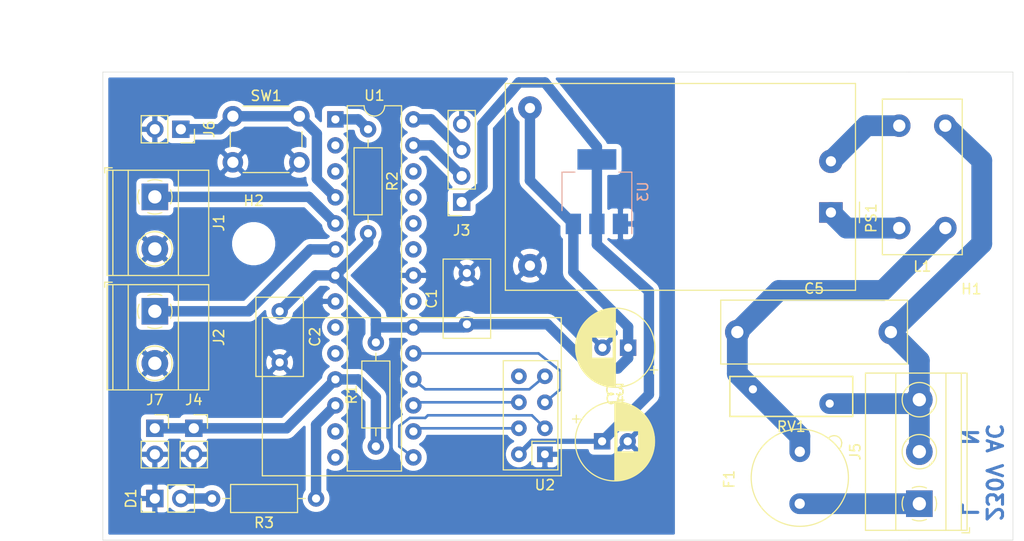
<source format=kicad_pcb>
(kicad_pcb (version 20171130) (host pcbnew "(5.1.7-0-10_14)")

  (general
    (thickness 1.6)
    (drawings 9)
    (tracks 106)
    (zones 0)
    (modules 26)
    (nets 35)
  )

  (page A4)
  (layers
    (0 F.Cu signal)
    (31 B.Cu signal)
    (32 B.Adhes user)
    (33 F.Adhes user)
    (34 B.Paste user)
    (35 F.Paste user)
    (36 B.SilkS user)
    (37 F.SilkS user)
    (38 B.Mask user)
    (39 F.Mask user)
    (40 Dwgs.User user)
    (41 Cmts.User user)
    (42 Eco1.User user)
    (43 Eco2.User user)
    (44 Edge.Cuts user)
    (45 Margin user)
    (46 B.CrtYd user)
    (47 F.CrtYd user)
    (48 B.Fab user)
    (49 F.Fab user)
  )

  (setup
    (last_trace_width 2.032)
    (user_trace_width 0.254)
    (user_trace_width 0.508)
    (user_trace_width 1.016)
    (user_trace_width 2.032)
    (user_trace_width 4.064)
    (trace_clearance 0.2)
    (zone_clearance 0.508)
    (zone_45_only no)
    (trace_min 0.2)
    (via_size 0.8)
    (via_drill 0.4)
    (via_min_size 0.4)
    (via_min_drill 0.3)
    (uvia_size 0.3)
    (uvia_drill 0.1)
    (uvias_allowed no)
    (uvia_min_size 0.2)
    (uvia_min_drill 0.1)
    (edge_width 0.05)
    (segment_width 0.2)
    (pcb_text_width 0.3)
    (pcb_text_size 1.5 1.5)
    (mod_edge_width 0.12)
    (mod_text_size 1 1)
    (mod_text_width 0.15)
    (pad_size 1.524 1.524)
    (pad_drill 0.762)
    (pad_to_mask_clearance 0)
    (aux_axis_origin 0 0)
    (visible_elements FFFFFF7F)
    (pcbplotparams
      (layerselection 0x010fc_ffffffff)
      (usegerberextensions false)
      (usegerberattributes true)
      (usegerberadvancedattributes true)
      (creategerberjobfile true)
      (excludeedgelayer true)
      (linewidth 0.100000)
      (plotframeref false)
      (viasonmask false)
      (mode 1)
      (useauxorigin false)
      (hpglpennumber 1)
      (hpglpenspeed 20)
      (hpglpendiameter 15.000000)
      (psnegative false)
      (psa4output false)
      (plotreference true)
      (plotvalue true)
      (plotinvisibletext false)
      (padsonsilk false)
      (subtractmaskfromsilk false)
      (outputformat 1)
      (mirror false)
      (drillshape 1)
      (scaleselection 1)
      (outputdirectory ""))
  )

  (net 0 "")
  (net 1 +5V)
  (net 2 GND)
  (net 3 "Net-(J1-Pad1)")
  (net 4 /SDA)
  (net 5 /SCL)
  (net 6 "Net-(J4-Pad1)")
  (net 7 "Net-(R2-Pad1)")
  (net 8 /CE)
  (net 9 "Net-(U1-Pad2)")
  (net 10 /CSN)
  (net 11 "Net-(U1-Pad3)")
  (net 12 /MOSI)
  (net 13 /MISO)
  (net 14 /SCK)
  (net 15 "Net-(U1-Pad21)")
  (net 16 "Net-(U1-Pad9)")
  (net 17 "Net-(U1-Pad23)")
  (net 18 "Net-(U1-Pad10)")
  (net 19 "Net-(U1-Pad24)")
  (net 20 "Net-(U1-Pad25)")
  (net 21 "Net-(U1-Pad26)")
  (net 22 "Net-(U1-Pad13)")
  (net 23 "Net-(U1-Pad14)")
  (net 24 "Net-(U2-Pad8)")
  (net 25 "Net-(F1-Pad1)")
  (net 26 "Net-(J2-Pad1)")
  (net 27 "Net-(J6-Pad1)")
  (net 28 +3V3)
  (net 29 "Net-(C5-Pad1)")
  (net 30 "Net-(C5-Pad2)")
  (net 31 "Net-(L1-Pad3)")
  (net 32 "Net-(D1-Pad2)")
  (net 33 "Net-(R3-Pad1)")
  (net 34 "Net-(L1-Pad2)")

  (net_class Default "This is the default net class."
    (clearance 0.2)
    (trace_width 0.25)
    (via_dia 0.8)
    (via_drill 0.4)
    (uvia_dia 0.3)
    (uvia_drill 0.1)
    (add_net +3V3)
    (add_net +5V)
    (add_net /CE)
    (add_net /CSN)
    (add_net /MISO)
    (add_net /MOSI)
    (add_net /SCK)
    (add_net /SCL)
    (add_net /SDA)
    (add_net GND)
    (add_net "Net-(C5-Pad1)")
    (add_net "Net-(C5-Pad2)")
    (add_net "Net-(D1-Pad2)")
    (add_net "Net-(F1-Pad1)")
    (add_net "Net-(J1-Pad1)")
    (add_net "Net-(J2-Pad1)")
    (add_net "Net-(J4-Pad1)")
    (add_net "Net-(J6-Pad1)")
    (add_net "Net-(L1-Pad2)")
    (add_net "Net-(L1-Pad3)")
    (add_net "Net-(R2-Pad1)")
    (add_net "Net-(R3-Pad1)")
    (add_net "Net-(U1-Pad10)")
    (add_net "Net-(U1-Pad13)")
    (add_net "Net-(U1-Pad14)")
    (add_net "Net-(U1-Pad2)")
    (add_net "Net-(U1-Pad21)")
    (add_net "Net-(U1-Pad23)")
    (add_net "Net-(U1-Pad24)")
    (add_net "Net-(U1-Pad25)")
    (add_net "Net-(U1-Pad26)")
    (add_net "Net-(U1-Pad3)")
    (add_net "Net-(U1-Pad9)")
    (add_net "Net-(U2-Pad8)")
  )

  (module Capacitor_THT:C_Disc_D7.5mm_W4.4mm_P5.00mm (layer F.Cu) (tedit 5AE50EF0) (tstamp 5FA21FB9)
    (at 108.712 97.028 270)
    (descr "C, Disc series, Radial, pin pitch=5.00mm, , diameter*width=7.5*4.4mm^2, Capacitor")
    (tags "C Disc series Radial pin pitch 5.00mm  diameter 7.5mm width 4.4mm Capacitor")
    (path /5FA231FA)
    (fp_text reference C2 (at 2.5 -3.45 90) (layer F.SilkS)
      (effects (font (size 1 1) (thickness 0.15)))
    )
    (fp_text value 100n (at 2.5 3.45 90) (layer F.Fab)
      (effects (font (size 1 1) (thickness 0.15)))
    )
    (fp_line (start 6.5 -2.45) (end -1.5 -2.45) (layer F.CrtYd) (width 0.05))
    (fp_line (start 6.5 2.45) (end 6.5 -2.45) (layer F.CrtYd) (width 0.05))
    (fp_line (start -1.5 2.45) (end 6.5 2.45) (layer F.CrtYd) (width 0.05))
    (fp_line (start -1.5 -2.45) (end -1.5 2.45) (layer F.CrtYd) (width 0.05))
    (fp_line (start 6.37 -2.321) (end 6.37 2.321) (layer F.SilkS) (width 0.12))
    (fp_line (start -1.37 -2.321) (end -1.37 2.321) (layer F.SilkS) (width 0.12))
    (fp_line (start -1.37 2.321) (end 6.37 2.321) (layer F.SilkS) (width 0.12))
    (fp_line (start -1.37 -2.321) (end 6.37 -2.321) (layer F.SilkS) (width 0.12))
    (fp_line (start 6.25 -2.2) (end -1.25 -2.2) (layer F.Fab) (width 0.1))
    (fp_line (start 6.25 2.2) (end 6.25 -2.2) (layer F.Fab) (width 0.1))
    (fp_line (start -1.25 2.2) (end 6.25 2.2) (layer F.Fab) (width 0.1))
    (fp_line (start -1.25 -2.2) (end -1.25 2.2) (layer F.Fab) (width 0.1))
    (fp_text user %R (at 2.5 0 90) (layer F.Fab)
      (effects (font (size 1 1) (thickness 0.15)))
    )
    (pad 2 thru_hole circle (at 5 0 270) (size 1.6 1.6) (drill 0.8) (layers *.Cu *.Mask)
      (net 2 GND))
    (pad 1 thru_hole circle (at 0 0 270) (size 1.6 1.6) (drill 0.8) (layers *.Cu *.Mask)
      (net 1 +5V))
    (model ${KISYS3DMOD}/Capacitor_THT.3dshapes/C_Disc_D7.5mm_W4.4mm_P5.00mm.wrl
      (at (xyz 0 0 0))
      (scale (xyz 1 1 1))
      (rotate (xyz 0 0 0))
    )
  )

  (module RF_Module:nRF24L01_Breakout (layer F.Cu) (tedit 5A056C61) (tstamp 5FA5A940)
    (at 134.62 110.998 180)
    (descr "nRF24L01 breakout board")
    (tags "nRF24L01 adapter breakout")
    (path /5FA23ED9)
    (fp_text reference U2 (at 0 -3) (layer F.SilkS)
      (effects (font (size 1 1) (thickness 0.15)))
    )
    (fp_text value NRF24L01_Breakout (at 13 5) (layer F.Fab)
      (effects (font (size 1 1) (thickness 0.15)))
    )
    (fp_line (start -1.5 -2) (end 27.5 -2) (layer F.Fab) (width 0.1))
    (fp_line (start 27.5 -2) (end 27.5 13.25) (layer F.Fab) (width 0.1))
    (fp_line (start 27.5 13.25) (end -1.5 13.25) (layer F.Fab) (width 0.1))
    (fp_line (start -1.5 13.25) (end -1.5 -2) (layer F.Fab) (width 0.1))
    (fp_line (start -1.5 -2) (end -1.5 -2) (layer F.Fab) (width 0.1))
    (fp_line (start -1.27 -1.27) (end 3.81 -1.27) (layer F.Fab) (width 0.1))
    (fp_line (start 3.81 -1.27) (end 3.81 8.89) (layer F.Fab) (width 0.1))
    (fp_line (start 3.81 8.89) (end -1.27 8.89) (layer F.Fab) (width 0.1))
    (fp_line (start -1.27 8.89) (end -1.27 -1.27) (layer F.Fab) (width 0.1))
    (fp_line (start -1.27 -1.27) (end -1.27 -1.27) (layer F.Fab) (width 0.1))
    (fp_line (start -1.27 -1.524) (end 4.064 -1.524) (layer F.SilkS) (width 0.12))
    (fp_line (start 4.064 -1.524) (end 4.064 9.144) (layer F.SilkS) (width 0.12))
    (fp_line (start 4.064 9.144) (end -1.27 9.144) (layer F.SilkS) (width 0.12))
    (fp_line (start -1.27 9.144) (end -1.27 9.144) (layer F.SilkS) (width 0.12))
    (fp_line (start 1.27 -1.016) (end 1.27 1.27) (layer F.SilkS) (width 0.12))
    (fp_line (start 1.27 1.27) (end -1.016 1.27) (layer F.SilkS) (width 0.12))
    (fp_line (start -1.016 1.27) (end -1.016 1.27) (layer F.SilkS) (width 0.12))
    (fp_line (start -1.6 -2.1) (end 27.6 -2.1) (layer F.SilkS) (width 0.12))
    (fp_line (start 27.6 -2.1) (end 27.6 13.35) (layer F.SilkS) (width 0.12))
    (fp_line (start 27.6 13.35) (end -1.6 13.35) (layer F.SilkS) (width 0.12))
    (fp_line (start -1.6 13.35) (end -1.6 -2.1) (layer F.SilkS) (width 0.12))
    (fp_line (start -1.6 -2.1) (end -1.6 -2.1) (layer F.SilkS) (width 0.12))
    (fp_line (start -1.27 9.144) (end -1.27 -1.524) (layer F.SilkS) (width 0.12))
    (fp_line (start -1.27 -1.524) (end -1.27 -1.524) (layer F.SilkS) (width 0.12))
    (fp_line (start 27.75 -2.25) (end -1.75 -2.25) (layer F.CrtYd) (width 0.05))
    (fp_line (start -1.75 -2.25) (end -1.75 13.5) (layer F.CrtYd) (width 0.05))
    (fp_line (start -1.75 13.5) (end 27.75 13.5) (layer F.CrtYd) (width 0.05))
    (fp_line (start 27.75 13.5) (end 27.75 -2.25) (layer F.CrtYd) (width 0.05))
    (fp_line (start 27.75 -2.25) (end 27.75 -2.25) (layer F.CrtYd) (width 0.05))
    (fp_text user %R (at 12.5 2.5) (layer F.Fab)
      (effects (font (size 1 1) (thickness 0.15)))
    )
    (pad 1 thru_hole rect (at 0 0 180) (size 1.524 1.524) (drill 0.762) (layers *.Cu *.Mask)
      (net 2 GND))
    (pad 2 thru_hole circle (at 2.54 0 180) (size 1.524 1.524) (drill 0.762) (layers *.Cu *.Mask)
      (net 28 +3V3))
    (pad 3 thru_hole circle (at 0 2.54 180) (size 1.524 1.524) (drill 0.762) (layers *.Cu *.Mask)
      (net 8 /CE))
    (pad 4 thru_hole circle (at 2.54 2.54 180) (size 1.524 1.524) (drill 0.762) (layers *.Cu *.Mask)
      (net 10 /CSN))
    (pad 5 thru_hole circle (at 0 5.08 180) (size 1.524 1.524) (drill 0.762) (layers *.Cu *.Mask)
      (net 14 /SCK))
    (pad 6 thru_hole circle (at 2.54 5.08 180) (size 1.524 1.524) (drill 0.762) (layers *.Cu *.Mask)
      (net 12 /MOSI))
    (pad 7 thru_hole circle (at 0 7.62 180) (size 1.524 1.524) (drill 0.762) (layers *.Cu *.Mask)
      (net 13 /MISO))
    (pad 8 thru_hole circle (at 2.54 7.62 180) (size 1.524 1.524) (drill 0.762) (layers *.Cu *.Mask)
      (net 24 "Net-(U2-Pad8)"))
    (model ${KISYS3DMOD}/RF_Module.3dshapes/nRF24L01_Breakout.wrl
      (at (xyz 0 0 0))
      (scale (xyz 1 1 1))
      (rotate (xyz 0 0 0))
    )
  )

  (module Capacitor_THT:C_Disc_D7.5mm_W4.4mm_P5.00mm (layer F.Cu) (tedit 5AE50EF0) (tstamp 5FA21FA6)
    (at 127 98.298 90)
    (descr "C, Disc series, Radial, pin pitch=5.00mm, , diameter*width=7.5*4.4mm^2, Capacitor")
    (tags "C Disc series Radial pin pitch 5.00mm  diameter 7.5mm width 4.4mm Capacitor")
    (path /5FA21CF5)
    (fp_text reference C1 (at 2.5 -3.45 90) (layer F.SilkS)
      (effects (font (size 1 1) (thickness 0.15)))
    )
    (fp_text value 100n (at 2.5 3.45 90) (layer F.Fab)
      (effects (font (size 1 1) (thickness 0.15)))
    )
    (fp_line (start -1.25 -2.2) (end -1.25 2.2) (layer F.Fab) (width 0.1))
    (fp_line (start -1.25 2.2) (end 6.25 2.2) (layer F.Fab) (width 0.1))
    (fp_line (start 6.25 2.2) (end 6.25 -2.2) (layer F.Fab) (width 0.1))
    (fp_line (start 6.25 -2.2) (end -1.25 -2.2) (layer F.Fab) (width 0.1))
    (fp_line (start -1.37 -2.321) (end 6.37 -2.321) (layer F.SilkS) (width 0.12))
    (fp_line (start -1.37 2.321) (end 6.37 2.321) (layer F.SilkS) (width 0.12))
    (fp_line (start -1.37 -2.321) (end -1.37 2.321) (layer F.SilkS) (width 0.12))
    (fp_line (start 6.37 -2.321) (end 6.37 2.321) (layer F.SilkS) (width 0.12))
    (fp_line (start -1.5 -2.45) (end -1.5 2.45) (layer F.CrtYd) (width 0.05))
    (fp_line (start -1.5 2.45) (end 6.5 2.45) (layer F.CrtYd) (width 0.05))
    (fp_line (start 6.5 2.45) (end 6.5 -2.45) (layer F.CrtYd) (width 0.05))
    (fp_line (start 6.5 -2.45) (end -1.5 -2.45) (layer F.CrtYd) (width 0.05))
    (fp_text user %R (at 2.5 0 90) (layer F.Fab)
      (effects (font (size 1 1) (thickness 0.15)))
    )
    (pad 1 thru_hole circle (at 0 0 90) (size 1.6 1.6) (drill 0.8) (layers *.Cu *.Mask)
      (net 1 +5V))
    (pad 2 thru_hole circle (at 5 0 90) (size 1.6 1.6) (drill 0.8) (layers *.Cu *.Mask)
      (net 2 GND))
    (model ${KISYS3DMOD}/Capacitor_THT.3dshapes/C_Disc_D7.5mm_W4.4mm_P5.00mm.wrl
      (at (xyz 0 0 0))
      (scale (xyz 1 1 1))
      (rotate (xyz 0 0 0))
    )
  )

  (module Connector_PinSocket_2.54mm:PinSocket_1x04_P2.54mm_Vertical (layer F.Cu) (tedit 5A19A429) (tstamp 5FA21FFD)
    (at 126.492 86.36 180)
    (descr "Through hole straight socket strip, 1x04, 2.54mm pitch, single row (from Kicad 4.0.7), script generated")
    (tags "Through hole socket strip THT 1x04 2.54mm single row")
    (path /5FA2DCE2)
    (fp_text reference J3 (at 0 -2.77) (layer F.SilkS)
      (effects (font (size 1 1) (thickness 0.15)))
    )
    (fp_text value Display (at 0 10.39) (layer F.Fab)
      (effects (font (size 1 1) (thickness 0.15)))
    )
    (fp_line (start -1.27 -1.27) (end 0.635 -1.27) (layer F.Fab) (width 0.1))
    (fp_line (start 0.635 -1.27) (end 1.27 -0.635) (layer F.Fab) (width 0.1))
    (fp_line (start 1.27 -0.635) (end 1.27 8.89) (layer F.Fab) (width 0.1))
    (fp_line (start 1.27 8.89) (end -1.27 8.89) (layer F.Fab) (width 0.1))
    (fp_line (start -1.27 8.89) (end -1.27 -1.27) (layer F.Fab) (width 0.1))
    (fp_line (start -1.33 1.27) (end 1.33 1.27) (layer F.SilkS) (width 0.12))
    (fp_line (start -1.33 1.27) (end -1.33 8.95) (layer F.SilkS) (width 0.12))
    (fp_line (start -1.33 8.95) (end 1.33 8.95) (layer F.SilkS) (width 0.12))
    (fp_line (start 1.33 1.27) (end 1.33 8.95) (layer F.SilkS) (width 0.12))
    (fp_line (start 1.33 -1.33) (end 1.33 0) (layer F.SilkS) (width 0.12))
    (fp_line (start 0 -1.33) (end 1.33 -1.33) (layer F.SilkS) (width 0.12))
    (fp_line (start -1.8 -1.8) (end 1.75 -1.8) (layer F.CrtYd) (width 0.05))
    (fp_line (start 1.75 -1.8) (end 1.75 9.4) (layer F.CrtYd) (width 0.05))
    (fp_line (start 1.75 9.4) (end -1.8 9.4) (layer F.CrtYd) (width 0.05))
    (fp_line (start -1.8 9.4) (end -1.8 -1.8) (layer F.CrtYd) (width 0.05))
    (fp_text user %R (at 0 3.81 90) (layer F.Fab)
      (effects (font (size 1 1) (thickness 0.15)))
    )
    (pad 1 thru_hole rect (at 0 0 180) (size 1.7 1.7) (drill 1) (layers *.Cu *.Mask)
      (net 28 +3V3))
    (pad 2 thru_hole oval (at 0 2.54 180) (size 1.7 1.7) (drill 1) (layers *.Cu *.Mask)
      (net 4 /SDA))
    (pad 3 thru_hole oval (at 0 5.08 180) (size 1.7 1.7) (drill 1) (layers *.Cu *.Mask)
      (net 5 /SCL))
    (pad 4 thru_hole oval (at 0 7.62 180) (size 1.7 1.7) (drill 1) (layers *.Cu *.Mask)
      (net 2 GND))
    (model ${KISYS3DMOD}/Connector_PinSocket_2.54mm.3dshapes/PinSocket_1x04_P2.54mm_Vertical.wrl
      (at (xyz 0 0 0))
      (scale (xyz 1 1 1))
      (rotate (xyz 0 0 0))
    )
  )

  (module Connector_PinSocket_2.54mm:PinSocket_1x02_P2.54mm_Vertical (layer F.Cu) (tedit 5A19A420) (tstamp 5FA22013)
    (at 100.33 108.458)
    (descr "Through hole straight socket strip, 1x02, 2.54mm pitch, single row (from Kicad 4.0.7), script generated")
    (tags "Through hole socket strip THT 1x02 2.54mm single row")
    (path /5FA2A391)
    (fp_text reference J4 (at 0 -2.77) (layer F.SilkS)
      (effects (font (size 1 1) (thickness 0.15)))
    )
    (fp_text value "Temperature sensors" (at -10.16 2.54) (layer F.Fab)
      (effects (font (size 1 1) (thickness 0.15)))
    )
    (fp_line (start -1.27 -1.27) (end 0.635 -1.27) (layer F.Fab) (width 0.1))
    (fp_line (start 0.635 -1.27) (end 1.27 -0.635) (layer F.Fab) (width 0.1))
    (fp_line (start 1.27 -0.635) (end 1.27 3.81) (layer F.Fab) (width 0.1))
    (fp_line (start 1.27 3.81) (end -1.27 3.81) (layer F.Fab) (width 0.1))
    (fp_line (start -1.27 3.81) (end -1.27 -1.27) (layer F.Fab) (width 0.1))
    (fp_line (start -1.33 1.27) (end 1.33 1.27) (layer F.SilkS) (width 0.12))
    (fp_line (start -1.33 1.27) (end -1.33 3.87) (layer F.SilkS) (width 0.12))
    (fp_line (start -1.33 3.87) (end 1.33 3.87) (layer F.SilkS) (width 0.12))
    (fp_line (start 1.33 1.27) (end 1.33 3.87) (layer F.SilkS) (width 0.12))
    (fp_line (start 1.33 -1.33) (end 1.33 0) (layer F.SilkS) (width 0.12))
    (fp_line (start 0 -1.33) (end 1.33 -1.33) (layer F.SilkS) (width 0.12))
    (fp_line (start -1.8 -1.8) (end 1.75 -1.8) (layer F.CrtYd) (width 0.05))
    (fp_line (start 1.75 -1.8) (end 1.75 4.3) (layer F.CrtYd) (width 0.05))
    (fp_line (start 1.75 4.3) (end -1.8 4.3) (layer F.CrtYd) (width 0.05))
    (fp_line (start -1.8 4.3) (end -1.8 -1.8) (layer F.CrtYd) (width 0.05))
    (fp_text user %R (at 0 1.27 90) (layer F.Fab)
      (effects (font (size 1 1) (thickness 0.15)))
    )
    (pad 1 thru_hole rect (at 0 0) (size 1.7 1.7) (drill 1) (layers *.Cu *.Mask)
      (net 6 "Net-(J4-Pad1)"))
    (pad 2 thru_hole oval (at 0 2.54) (size 1.7 1.7) (drill 1) (layers *.Cu *.Mask)
      (net 2 GND))
    (model ${KISYS3DMOD}/Connector_PinSocket_2.54mm.3dshapes/PinSocket_1x02_P2.54mm_Vertical.wrl
      (at (xyz 0 0 0))
      (scale (xyz 1 1 1))
      (rotate (xyz 0 0 0))
    )
  )

  (module Resistor_THT:R_Axial_DIN0207_L6.3mm_D2.5mm_P10.16mm_Horizontal (layer F.Cu) (tedit 5AE5139B) (tstamp 5FB0A0C6)
    (at 118.11 110.236 90)
    (descr "Resistor, Axial_DIN0207 series, Axial, Horizontal, pin pitch=10.16mm, 0.25W = 1/4W, length*diameter=6.3*2.5mm^2, http://cdn-reichelt.de/documents/datenblatt/B400/1_4W%23YAG.pdf")
    (tags "Resistor Axial_DIN0207 series Axial Horizontal pin pitch 10.16mm 0.25W = 1/4W length 6.3mm diameter 2.5mm")
    (path /5FA1F4E2)
    (fp_text reference R1 (at 5.08 -2.37 90) (layer F.SilkS)
      (effects (font (size 1 1) (thickness 0.15)))
    )
    (fp_text value 4k7 (at 5.08 2.37 90) (layer F.Fab)
      (effects (font (size 1 1) (thickness 0.15)))
    )
    (fp_line (start 11.21 -1.5) (end -1.05 -1.5) (layer F.CrtYd) (width 0.05))
    (fp_line (start 11.21 1.5) (end 11.21 -1.5) (layer F.CrtYd) (width 0.05))
    (fp_line (start -1.05 1.5) (end 11.21 1.5) (layer F.CrtYd) (width 0.05))
    (fp_line (start -1.05 -1.5) (end -1.05 1.5) (layer F.CrtYd) (width 0.05))
    (fp_line (start 9.12 0) (end 8.35 0) (layer F.SilkS) (width 0.12))
    (fp_line (start 1.04 0) (end 1.81 0) (layer F.SilkS) (width 0.12))
    (fp_line (start 8.35 -1.37) (end 1.81 -1.37) (layer F.SilkS) (width 0.12))
    (fp_line (start 8.35 1.37) (end 8.35 -1.37) (layer F.SilkS) (width 0.12))
    (fp_line (start 1.81 1.37) (end 8.35 1.37) (layer F.SilkS) (width 0.12))
    (fp_line (start 1.81 -1.37) (end 1.81 1.37) (layer F.SilkS) (width 0.12))
    (fp_line (start 10.16 0) (end 8.23 0) (layer F.Fab) (width 0.1))
    (fp_line (start 0 0) (end 1.93 0) (layer F.Fab) (width 0.1))
    (fp_line (start 8.23 -1.25) (end 1.93 -1.25) (layer F.Fab) (width 0.1))
    (fp_line (start 8.23 1.25) (end 8.23 -1.25) (layer F.Fab) (width 0.1))
    (fp_line (start 1.93 1.25) (end 8.23 1.25) (layer F.Fab) (width 0.1))
    (fp_line (start 1.93 -1.25) (end 1.93 1.25) (layer F.Fab) (width 0.1))
    (fp_text user %R (at 5.08 0 90) (layer F.Fab)
      (effects (font (size 1 1) (thickness 0.15)))
    )
    (pad 2 thru_hole oval (at 10.16 0 90) (size 1.6 1.6) (drill 0.8) (layers *.Cu *.Mask)
      (net 1 +5V))
    (pad 1 thru_hole circle (at 0 0 90) (size 1.6 1.6) (drill 0.8) (layers *.Cu *.Mask)
      (net 6 "Net-(J4-Pad1)"))
    (model ${KISYS3DMOD}/Resistor_THT.3dshapes/R_Axial_DIN0207_L6.3mm_D2.5mm_P10.16mm_Horizontal.wrl
      (at (xyz 0 0 0))
      (scale (xyz 1 1 1))
      (rotate (xyz 0 0 0))
    )
  )

  (module Resistor_THT:R_Axial_DIN0207_L6.3mm_D2.5mm_P10.16mm_Horizontal (layer F.Cu) (tedit 5AE5139B) (tstamp 5FA5ABAF)
    (at 117.348 79.248 270)
    (descr "Resistor, Axial_DIN0207 series, Axial, Horizontal, pin pitch=10.16mm, 0.25W = 1/4W, length*diameter=6.3*2.5mm^2, http://cdn-reichelt.de/documents/datenblatt/B400/1_4W%23YAG.pdf")
    (tags "Resistor Axial_DIN0207 series Axial Horizontal pin pitch 10.16mm 0.25W = 1/4W length 6.3mm diameter 2.5mm")
    (path /5FA1D89F)
    (fp_text reference R2 (at 5.08 -2.37 90) (layer F.SilkS)
      (effects (font (size 1 1) (thickness 0.15)))
    )
    (fp_text value 10k (at 5.08 2.37 90) (layer F.Fab)
      (effects (font (size 1 1) (thickness 0.15)))
    )
    (fp_line (start 1.93 -1.25) (end 1.93 1.25) (layer F.Fab) (width 0.1))
    (fp_line (start 1.93 1.25) (end 8.23 1.25) (layer F.Fab) (width 0.1))
    (fp_line (start 8.23 1.25) (end 8.23 -1.25) (layer F.Fab) (width 0.1))
    (fp_line (start 8.23 -1.25) (end 1.93 -1.25) (layer F.Fab) (width 0.1))
    (fp_line (start 0 0) (end 1.93 0) (layer F.Fab) (width 0.1))
    (fp_line (start 10.16 0) (end 8.23 0) (layer F.Fab) (width 0.1))
    (fp_line (start 1.81 -1.37) (end 1.81 1.37) (layer F.SilkS) (width 0.12))
    (fp_line (start 1.81 1.37) (end 8.35 1.37) (layer F.SilkS) (width 0.12))
    (fp_line (start 8.35 1.37) (end 8.35 -1.37) (layer F.SilkS) (width 0.12))
    (fp_line (start 8.35 -1.37) (end 1.81 -1.37) (layer F.SilkS) (width 0.12))
    (fp_line (start 1.04 0) (end 1.81 0) (layer F.SilkS) (width 0.12))
    (fp_line (start 9.12 0) (end 8.35 0) (layer F.SilkS) (width 0.12))
    (fp_line (start -1.05 -1.5) (end -1.05 1.5) (layer F.CrtYd) (width 0.05))
    (fp_line (start -1.05 1.5) (end 11.21 1.5) (layer F.CrtYd) (width 0.05))
    (fp_line (start 11.21 1.5) (end 11.21 -1.5) (layer F.CrtYd) (width 0.05))
    (fp_line (start 11.21 -1.5) (end -1.05 -1.5) (layer F.CrtYd) (width 0.05))
    (fp_text user %R (at 5.08 0 90) (layer F.Fab)
      (effects (font (size 1 1) (thickness 0.15)))
    )
    (pad 1 thru_hole circle (at 0 0 270) (size 1.6 1.6) (drill 0.8) (layers *.Cu *.Mask)
      (net 7 "Net-(R2-Pad1)"))
    (pad 2 thru_hole oval (at 10.16 0 270) (size 1.6 1.6) (drill 0.8) (layers *.Cu *.Mask)
      (net 1 +5V))
    (model ${KISYS3DMOD}/Resistor_THT.3dshapes/R_Axial_DIN0207_L6.3mm_D2.5mm_P10.16mm_Horizontal.wrl
      (at (xyz 0 0 0))
      (scale (xyz 1 1 1))
      (rotate (xyz 0 0 0))
    )
  )

  (module Button_Switch_THT:SW_PUSH_6mm (layer F.Cu) (tedit 5A02FE31) (tstamp 5FA5B1A7)
    (at 104.14 77.978)
    (descr https://www.omron.com/ecb/products/pdf/en-b3f.pdf)
    (tags "tact sw push 6mm")
    (path /5FA2B3B3)
    (fp_text reference SW1 (at 3.25 -2) (layer F.SilkS)
      (effects (font (size 1 1) (thickness 0.15)))
    )
    (fp_text value "Manual reset" (at 3.75 6.7) (layer F.Fab)
      (effects (font (size 1 1) (thickness 0.15)))
    )
    (fp_line (start 3.25 -0.75) (end 6.25 -0.75) (layer F.Fab) (width 0.1))
    (fp_line (start 6.25 -0.75) (end 6.25 5.25) (layer F.Fab) (width 0.1))
    (fp_line (start 6.25 5.25) (end 0.25 5.25) (layer F.Fab) (width 0.1))
    (fp_line (start 0.25 5.25) (end 0.25 -0.75) (layer F.Fab) (width 0.1))
    (fp_line (start 0.25 -0.75) (end 3.25 -0.75) (layer F.Fab) (width 0.1))
    (fp_line (start 7.75 6) (end 8 6) (layer F.CrtYd) (width 0.05))
    (fp_line (start 8 6) (end 8 5.75) (layer F.CrtYd) (width 0.05))
    (fp_line (start 7.75 -1.5) (end 8 -1.5) (layer F.CrtYd) (width 0.05))
    (fp_line (start 8 -1.5) (end 8 -1.25) (layer F.CrtYd) (width 0.05))
    (fp_line (start -1.5 -1.25) (end -1.5 -1.5) (layer F.CrtYd) (width 0.05))
    (fp_line (start -1.5 -1.5) (end -1.25 -1.5) (layer F.CrtYd) (width 0.05))
    (fp_line (start -1.5 5.75) (end -1.5 6) (layer F.CrtYd) (width 0.05))
    (fp_line (start -1.5 6) (end -1.25 6) (layer F.CrtYd) (width 0.05))
    (fp_line (start -1.25 -1.5) (end 7.75 -1.5) (layer F.CrtYd) (width 0.05))
    (fp_line (start -1.5 5.75) (end -1.5 -1.25) (layer F.CrtYd) (width 0.05))
    (fp_line (start 7.75 6) (end -1.25 6) (layer F.CrtYd) (width 0.05))
    (fp_line (start 8 -1.25) (end 8 5.75) (layer F.CrtYd) (width 0.05))
    (fp_line (start 1 5.5) (end 5.5 5.5) (layer F.SilkS) (width 0.12))
    (fp_line (start -0.25 1.5) (end -0.25 3) (layer F.SilkS) (width 0.12))
    (fp_line (start 5.5 -1) (end 1 -1) (layer F.SilkS) (width 0.12))
    (fp_line (start 6.75 3) (end 6.75 1.5) (layer F.SilkS) (width 0.12))
    (fp_circle (center 3.25 2.25) (end 1.25 2.5) (layer F.Fab) (width 0.1))
    (fp_text user %R (at 3.25 2.25) (layer F.Fab)
      (effects (font (size 1 1) (thickness 0.15)))
    )
    (pad 2 thru_hole circle (at 0 4.5 90) (size 2 2) (drill 1.1) (layers *.Cu *.Mask)
      (net 2 GND))
    (pad 1 thru_hole circle (at 0 0 90) (size 2 2) (drill 1.1) (layers *.Cu *.Mask)
      (net 27 "Net-(J6-Pad1)"))
    (pad 2 thru_hole circle (at 6.5 4.5 90) (size 2 2) (drill 1.1) (layers *.Cu *.Mask)
      (net 2 GND))
    (pad 1 thru_hole circle (at 6.5 0 90) (size 2 2) (drill 1.1) (layers *.Cu *.Mask)
      (net 27 "Net-(J6-Pad1)"))
    (model ${KISYS3DMOD}/Button_Switch_THT.3dshapes/SW_PUSH_6mm.wrl
      (at (xyz 0 0 0))
      (scale (xyz 1 1 1))
      (rotate (xyz 0 0 0))
    )
  )

  (module Package_DIP:DIP-28_W7.62mm (layer F.Cu) (tedit 5A02E8C5) (tstamp 5FA22090)
    (at 114.155001 78.283001)
    (descr "28-lead though-hole mounted DIP package, row spacing 7.62 mm (300 mils)")
    (tags "THT DIP DIL PDIP 2.54mm 7.62mm 300mil")
    (path /5FA1B57F)
    (fp_text reference U1 (at 3.81 -2.33) (layer F.SilkS)
      (effects (font (size 1 1) (thickness 0.15)))
    )
    (fp_text value ATmega328P-PU (at 3.81 35.35) (layer F.Fab)
      (effects (font (size 1 1) (thickness 0.15)))
    )
    (fp_line (start 1.635 -1.27) (end 6.985 -1.27) (layer F.Fab) (width 0.1))
    (fp_line (start 6.985 -1.27) (end 6.985 34.29) (layer F.Fab) (width 0.1))
    (fp_line (start 6.985 34.29) (end 0.635 34.29) (layer F.Fab) (width 0.1))
    (fp_line (start 0.635 34.29) (end 0.635 -0.27) (layer F.Fab) (width 0.1))
    (fp_line (start 0.635 -0.27) (end 1.635 -1.27) (layer F.Fab) (width 0.1))
    (fp_line (start 2.81 -1.33) (end 1.16 -1.33) (layer F.SilkS) (width 0.12))
    (fp_line (start 1.16 -1.33) (end 1.16 34.35) (layer F.SilkS) (width 0.12))
    (fp_line (start 1.16 34.35) (end 6.46 34.35) (layer F.SilkS) (width 0.12))
    (fp_line (start 6.46 34.35) (end 6.46 -1.33) (layer F.SilkS) (width 0.12))
    (fp_line (start 6.46 -1.33) (end 4.81 -1.33) (layer F.SilkS) (width 0.12))
    (fp_line (start -1.1 -1.55) (end -1.1 34.55) (layer F.CrtYd) (width 0.05))
    (fp_line (start -1.1 34.55) (end 8.7 34.55) (layer F.CrtYd) (width 0.05))
    (fp_line (start 8.7 34.55) (end 8.7 -1.55) (layer F.CrtYd) (width 0.05))
    (fp_line (start 8.7 -1.55) (end -1.1 -1.55) (layer F.CrtYd) (width 0.05))
    (fp_arc (start 3.81 -1.33) (end 2.81 -1.33) (angle -180) (layer F.SilkS) (width 0.12))
    (fp_text user %R (at 3.81 16.51) (layer F.Fab)
      (effects (font (size 1 1) (thickness 0.15)))
    )
    (pad 1 thru_hole rect (at 0 0) (size 1.6 1.6) (drill 0.8) (layers *.Cu *.Mask)
      (net 7 "Net-(R2-Pad1)"))
    (pad 15 thru_hole oval (at 7.62 33.02) (size 1.6 1.6) (drill 0.8) (layers *.Cu *.Mask)
      (net 8 /CE))
    (pad 2 thru_hole oval (at 0 2.54) (size 1.6 1.6) (drill 0.8) (layers *.Cu *.Mask)
      (net 9 "Net-(U1-Pad2)"))
    (pad 16 thru_hole oval (at 7.62 30.48) (size 1.6 1.6) (drill 0.8) (layers *.Cu *.Mask)
      (net 10 /CSN))
    (pad 3 thru_hole oval (at 0 5.08) (size 1.6 1.6) (drill 0.8) (layers *.Cu *.Mask)
      (net 11 "Net-(U1-Pad3)"))
    (pad 17 thru_hole oval (at 7.62 27.94) (size 1.6 1.6) (drill 0.8) (layers *.Cu *.Mask)
      (net 12 /MOSI))
    (pad 4 thru_hole oval (at 0 7.62) (size 1.6 1.6) (drill 0.8) (layers *.Cu *.Mask)
      (net 27 "Net-(J6-Pad1)"))
    (pad 18 thru_hole oval (at 7.62 25.4) (size 1.6 1.6) (drill 0.8) (layers *.Cu *.Mask)
      (net 13 /MISO))
    (pad 5 thru_hole oval (at 0 10.16) (size 1.6 1.6) (drill 0.8) (layers *.Cu *.Mask)
      (net 3 "Net-(J1-Pad1)"))
    (pad 19 thru_hole oval (at 7.62 22.86) (size 1.6 1.6) (drill 0.8) (layers *.Cu *.Mask)
      (net 14 /SCK))
    (pad 6 thru_hole oval (at 0 12.7) (size 1.6 1.6) (drill 0.8) (layers *.Cu *.Mask)
      (net 26 "Net-(J2-Pad1)"))
    (pad 20 thru_hole oval (at 7.62 20.32) (size 1.6 1.6) (drill 0.8) (layers *.Cu *.Mask)
      (net 1 +5V))
    (pad 7 thru_hole oval (at 0 15.24) (size 1.6 1.6) (drill 0.8) (layers *.Cu *.Mask)
      (net 1 +5V))
    (pad 21 thru_hole oval (at 7.62 17.78) (size 1.6 1.6) (drill 0.8) (layers *.Cu *.Mask)
      (net 15 "Net-(U1-Pad21)"))
    (pad 8 thru_hole oval (at 0 17.78) (size 1.6 1.6) (drill 0.8) (layers *.Cu *.Mask)
      (net 2 GND))
    (pad 22 thru_hole oval (at 7.62 15.24) (size 1.6 1.6) (drill 0.8) (layers *.Cu *.Mask)
      (net 2 GND))
    (pad 9 thru_hole oval (at 0 20.32) (size 1.6 1.6) (drill 0.8) (layers *.Cu *.Mask)
      (net 16 "Net-(U1-Pad9)"))
    (pad 23 thru_hole oval (at 7.62 12.7) (size 1.6 1.6) (drill 0.8) (layers *.Cu *.Mask)
      (net 17 "Net-(U1-Pad23)"))
    (pad 10 thru_hole oval (at 0 22.86) (size 1.6 1.6) (drill 0.8) (layers *.Cu *.Mask)
      (net 18 "Net-(U1-Pad10)"))
    (pad 24 thru_hole oval (at 7.62 10.16) (size 1.6 1.6) (drill 0.8) (layers *.Cu *.Mask)
      (net 19 "Net-(U1-Pad24)"))
    (pad 11 thru_hole oval (at 0 25.4) (size 1.6 1.6) (drill 0.8) (layers *.Cu *.Mask)
      (net 6 "Net-(J4-Pad1)"))
    (pad 25 thru_hole oval (at 7.62 7.62) (size 1.6 1.6) (drill 0.8) (layers *.Cu *.Mask)
      (net 20 "Net-(U1-Pad25)"))
    (pad 12 thru_hole oval (at 0 27.94) (size 1.6 1.6) (drill 0.8) (layers *.Cu *.Mask)
      (net 33 "Net-(R3-Pad1)"))
    (pad 26 thru_hole oval (at 7.62 5.08) (size 1.6 1.6) (drill 0.8) (layers *.Cu *.Mask)
      (net 21 "Net-(U1-Pad26)"))
    (pad 13 thru_hole oval (at 0 30.48) (size 1.6 1.6) (drill 0.8) (layers *.Cu *.Mask)
      (net 22 "Net-(U1-Pad13)"))
    (pad 27 thru_hole oval (at 7.62 2.54) (size 1.6 1.6) (drill 0.8) (layers *.Cu *.Mask)
      (net 4 /SDA))
    (pad 14 thru_hole oval (at 0 33.02) (size 1.6 1.6) (drill 0.8) (layers *.Cu *.Mask)
      (net 23 "Net-(U1-Pad14)"))
    (pad 28 thru_hole oval (at 7.62 0) (size 1.6 1.6) (drill 0.8) (layers *.Cu *.Mask)
      (net 5 /SCL))
    (model ${KISYS3DMOD}/Package_DIP.3dshapes/DIP-28_W7.62mm.wrl
      (at (xyz 0 0 0))
      (scale (xyz 1 1 1))
      (rotate (xyz 0 0 0))
    )
  )

  (module Capacitor_THT:CP_Radial_D7.5mm_P2.50mm (layer F.Cu) (tedit 5AE50EF0) (tstamp 5FA22728)
    (at 140.208 109.728)
    (descr "CP, Radial series, Radial, pin pitch=2.50mm, , diameter=7.5mm, Electrolytic Capacitor")
    (tags "CP Radial series Radial pin pitch 2.50mm  diameter 7.5mm Electrolytic Capacitor")
    (path /5FA90F97)
    (fp_text reference C3 (at 1.25 -5) (layer F.SilkS)
      (effects (font (size 1 1) (thickness 0.15)))
    )
    (fp_text value 10u (at 1.25 5) (layer F.Fab)
      (effects (font (size 1 1) (thickness 0.15)))
    )
    (fp_circle (center 1.25 0) (end 5 0) (layer F.Fab) (width 0.1))
    (fp_circle (center 1.25 0) (end 5.12 0) (layer F.SilkS) (width 0.12))
    (fp_circle (center 1.25 0) (end 5.25 0) (layer F.CrtYd) (width 0.05))
    (fp_line (start -1.961233 -1.6375) (end -1.211233 -1.6375) (layer F.Fab) (width 0.1))
    (fp_line (start -1.586233 -2.0125) (end -1.586233 -1.2625) (layer F.Fab) (width 0.1))
    (fp_line (start 1.25 -3.83) (end 1.25 3.83) (layer F.SilkS) (width 0.12))
    (fp_line (start 1.29 -3.83) (end 1.29 3.83) (layer F.SilkS) (width 0.12))
    (fp_line (start 1.33 -3.83) (end 1.33 3.83) (layer F.SilkS) (width 0.12))
    (fp_line (start 1.37 -3.829) (end 1.37 3.829) (layer F.SilkS) (width 0.12))
    (fp_line (start 1.41 -3.827) (end 1.41 3.827) (layer F.SilkS) (width 0.12))
    (fp_line (start 1.45 -3.825) (end 1.45 3.825) (layer F.SilkS) (width 0.12))
    (fp_line (start 1.49 -3.823) (end 1.49 -1.04) (layer F.SilkS) (width 0.12))
    (fp_line (start 1.49 1.04) (end 1.49 3.823) (layer F.SilkS) (width 0.12))
    (fp_line (start 1.53 -3.82) (end 1.53 -1.04) (layer F.SilkS) (width 0.12))
    (fp_line (start 1.53 1.04) (end 1.53 3.82) (layer F.SilkS) (width 0.12))
    (fp_line (start 1.57 -3.817) (end 1.57 -1.04) (layer F.SilkS) (width 0.12))
    (fp_line (start 1.57 1.04) (end 1.57 3.817) (layer F.SilkS) (width 0.12))
    (fp_line (start 1.61 -3.814) (end 1.61 -1.04) (layer F.SilkS) (width 0.12))
    (fp_line (start 1.61 1.04) (end 1.61 3.814) (layer F.SilkS) (width 0.12))
    (fp_line (start 1.65 -3.81) (end 1.65 -1.04) (layer F.SilkS) (width 0.12))
    (fp_line (start 1.65 1.04) (end 1.65 3.81) (layer F.SilkS) (width 0.12))
    (fp_line (start 1.69 -3.805) (end 1.69 -1.04) (layer F.SilkS) (width 0.12))
    (fp_line (start 1.69 1.04) (end 1.69 3.805) (layer F.SilkS) (width 0.12))
    (fp_line (start 1.73 -3.801) (end 1.73 -1.04) (layer F.SilkS) (width 0.12))
    (fp_line (start 1.73 1.04) (end 1.73 3.801) (layer F.SilkS) (width 0.12))
    (fp_line (start 1.77 -3.795) (end 1.77 -1.04) (layer F.SilkS) (width 0.12))
    (fp_line (start 1.77 1.04) (end 1.77 3.795) (layer F.SilkS) (width 0.12))
    (fp_line (start 1.81 -3.79) (end 1.81 -1.04) (layer F.SilkS) (width 0.12))
    (fp_line (start 1.81 1.04) (end 1.81 3.79) (layer F.SilkS) (width 0.12))
    (fp_line (start 1.85 -3.784) (end 1.85 -1.04) (layer F.SilkS) (width 0.12))
    (fp_line (start 1.85 1.04) (end 1.85 3.784) (layer F.SilkS) (width 0.12))
    (fp_line (start 1.89 -3.777) (end 1.89 -1.04) (layer F.SilkS) (width 0.12))
    (fp_line (start 1.89 1.04) (end 1.89 3.777) (layer F.SilkS) (width 0.12))
    (fp_line (start 1.93 -3.77) (end 1.93 -1.04) (layer F.SilkS) (width 0.12))
    (fp_line (start 1.93 1.04) (end 1.93 3.77) (layer F.SilkS) (width 0.12))
    (fp_line (start 1.971 -3.763) (end 1.971 -1.04) (layer F.SilkS) (width 0.12))
    (fp_line (start 1.971 1.04) (end 1.971 3.763) (layer F.SilkS) (width 0.12))
    (fp_line (start 2.011 -3.755) (end 2.011 -1.04) (layer F.SilkS) (width 0.12))
    (fp_line (start 2.011 1.04) (end 2.011 3.755) (layer F.SilkS) (width 0.12))
    (fp_line (start 2.051 -3.747) (end 2.051 -1.04) (layer F.SilkS) (width 0.12))
    (fp_line (start 2.051 1.04) (end 2.051 3.747) (layer F.SilkS) (width 0.12))
    (fp_line (start 2.091 -3.738) (end 2.091 -1.04) (layer F.SilkS) (width 0.12))
    (fp_line (start 2.091 1.04) (end 2.091 3.738) (layer F.SilkS) (width 0.12))
    (fp_line (start 2.131 -3.729) (end 2.131 -1.04) (layer F.SilkS) (width 0.12))
    (fp_line (start 2.131 1.04) (end 2.131 3.729) (layer F.SilkS) (width 0.12))
    (fp_line (start 2.171 -3.72) (end 2.171 -1.04) (layer F.SilkS) (width 0.12))
    (fp_line (start 2.171 1.04) (end 2.171 3.72) (layer F.SilkS) (width 0.12))
    (fp_line (start 2.211 -3.71) (end 2.211 -1.04) (layer F.SilkS) (width 0.12))
    (fp_line (start 2.211 1.04) (end 2.211 3.71) (layer F.SilkS) (width 0.12))
    (fp_line (start 2.251 -3.699) (end 2.251 -1.04) (layer F.SilkS) (width 0.12))
    (fp_line (start 2.251 1.04) (end 2.251 3.699) (layer F.SilkS) (width 0.12))
    (fp_line (start 2.291 -3.688) (end 2.291 -1.04) (layer F.SilkS) (width 0.12))
    (fp_line (start 2.291 1.04) (end 2.291 3.688) (layer F.SilkS) (width 0.12))
    (fp_line (start 2.331 -3.677) (end 2.331 -1.04) (layer F.SilkS) (width 0.12))
    (fp_line (start 2.331 1.04) (end 2.331 3.677) (layer F.SilkS) (width 0.12))
    (fp_line (start 2.371 -3.665) (end 2.371 -1.04) (layer F.SilkS) (width 0.12))
    (fp_line (start 2.371 1.04) (end 2.371 3.665) (layer F.SilkS) (width 0.12))
    (fp_line (start 2.411 -3.653) (end 2.411 -1.04) (layer F.SilkS) (width 0.12))
    (fp_line (start 2.411 1.04) (end 2.411 3.653) (layer F.SilkS) (width 0.12))
    (fp_line (start 2.451 -3.64) (end 2.451 -1.04) (layer F.SilkS) (width 0.12))
    (fp_line (start 2.451 1.04) (end 2.451 3.64) (layer F.SilkS) (width 0.12))
    (fp_line (start 2.491 -3.626) (end 2.491 -1.04) (layer F.SilkS) (width 0.12))
    (fp_line (start 2.491 1.04) (end 2.491 3.626) (layer F.SilkS) (width 0.12))
    (fp_line (start 2.531 -3.613) (end 2.531 -1.04) (layer F.SilkS) (width 0.12))
    (fp_line (start 2.531 1.04) (end 2.531 3.613) (layer F.SilkS) (width 0.12))
    (fp_line (start 2.571 -3.598) (end 2.571 -1.04) (layer F.SilkS) (width 0.12))
    (fp_line (start 2.571 1.04) (end 2.571 3.598) (layer F.SilkS) (width 0.12))
    (fp_line (start 2.611 -3.584) (end 2.611 -1.04) (layer F.SilkS) (width 0.12))
    (fp_line (start 2.611 1.04) (end 2.611 3.584) (layer F.SilkS) (width 0.12))
    (fp_line (start 2.651 -3.568) (end 2.651 -1.04) (layer F.SilkS) (width 0.12))
    (fp_line (start 2.651 1.04) (end 2.651 3.568) (layer F.SilkS) (width 0.12))
    (fp_line (start 2.691 -3.553) (end 2.691 -1.04) (layer F.SilkS) (width 0.12))
    (fp_line (start 2.691 1.04) (end 2.691 3.553) (layer F.SilkS) (width 0.12))
    (fp_line (start 2.731 -3.536) (end 2.731 -1.04) (layer F.SilkS) (width 0.12))
    (fp_line (start 2.731 1.04) (end 2.731 3.536) (layer F.SilkS) (width 0.12))
    (fp_line (start 2.771 -3.52) (end 2.771 -1.04) (layer F.SilkS) (width 0.12))
    (fp_line (start 2.771 1.04) (end 2.771 3.52) (layer F.SilkS) (width 0.12))
    (fp_line (start 2.811 -3.502) (end 2.811 -1.04) (layer F.SilkS) (width 0.12))
    (fp_line (start 2.811 1.04) (end 2.811 3.502) (layer F.SilkS) (width 0.12))
    (fp_line (start 2.851 -3.484) (end 2.851 -1.04) (layer F.SilkS) (width 0.12))
    (fp_line (start 2.851 1.04) (end 2.851 3.484) (layer F.SilkS) (width 0.12))
    (fp_line (start 2.891 -3.466) (end 2.891 -1.04) (layer F.SilkS) (width 0.12))
    (fp_line (start 2.891 1.04) (end 2.891 3.466) (layer F.SilkS) (width 0.12))
    (fp_line (start 2.931 -3.447) (end 2.931 -1.04) (layer F.SilkS) (width 0.12))
    (fp_line (start 2.931 1.04) (end 2.931 3.447) (layer F.SilkS) (width 0.12))
    (fp_line (start 2.971 -3.427) (end 2.971 -1.04) (layer F.SilkS) (width 0.12))
    (fp_line (start 2.971 1.04) (end 2.971 3.427) (layer F.SilkS) (width 0.12))
    (fp_line (start 3.011 -3.407) (end 3.011 -1.04) (layer F.SilkS) (width 0.12))
    (fp_line (start 3.011 1.04) (end 3.011 3.407) (layer F.SilkS) (width 0.12))
    (fp_line (start 3.051 -3.386) (end 3.051 -1.04) (layer F.SilkS) (width 0.12))
    (fp_line (start 3.051 1.04) (end 3.051 3.386) (layer F.SilkS) (width 0.12))
    (fp_line (start 3.091 -3.365) (end 3.091 -1.04) (layer F.SilkS) (width 0.12))
    (fp_line (start 3.091 1.04) (end 3.091 3.365) (layer F.SilkS) (width 0.12))
    (fp_line (start 3.131 -3.343) (end 3.131 -1.04) (layer F.SilkS) (width 0.12))
    (fp_line (start 3.131 1.04) (end 3.131 3.343) (layer F.SilkS) (width 0.12))
    (fp_line (start 3.171 -3.321) (end 3.171 -1.04) (layer F.SilkS) (width 0.12))
    (fp_line (start 3.171 1.04) (end 3.171 3.321) (layer F.SilkS) (width 0.12))
    (fp_line (start 3.211 -3.297) (end 3.211 -1.04) (layer F.SilkS) (width 0.12))
    (fp_line (start 3.211 1.04) (end 3.211 3.297) (layer F.SilkS) (width 0.12))
    (fp_line (start 3.251 -3.274) (end 3.251 -1.04) (layer F.SilkS) (width 0.12))
    (fp_line (start 3.251 1.04) (end 3.251 3.274) (layer F.SilkS) (width 0.12))
    (fp_line (start 3.291 -3.249) (end 3.291 -1.04) (layer F.SilkS) (width 0.12))
    (fp_line (start 3.291 1.04) (end 3.291 3.249) (layer F.SilkS) (width 0.12))
    (fp_line (start 3.331 -3.224) (end 3.331 -1.04) (layer F.SilkS) (width 0.12))
    (fp_line (start 3.331 1.04) (end 3.331 3.224) (layer F.SilkS) (width 0.12))
    (fp_line (start 3.371 -3.198) (end 3.371 -1.04) (layer F.SilkS) (width 0.12))
    (fp_line (start 3.371 1.04) (end 3.371 3.198) (layer F.SilkS) (width 0.12))
    (fp_line (start 3.411 -3.172) (end 3.411 -1.04) (layer F.SilkS) (width 0.12))
    (fp_line (start 3.411 1.04) (end 3.411 3.172) (layer F.SilkS) (width 0.12))
    (fp_line (start 3.451 -3.144) (end 3.451 -1.04) (layer F.SilkS) (width 0.12))
    (fp_line (start 3.451 1.04) (end 3.451 3.144) (layer F.SilkS) (width 0.12))
    (fp_line (start 3.491 -3.116) (end 3.491 -1.04) (layer F.SilkS) (width 0.12))
    (fp_line (start 3.491 1.04) (end 3.491 3.116) (layer F.SilkS) (width 0.12))
    (fp_line (start 3.531 -3.088) (end 3.531 -1.04) (layer F.SilkS) (width 0.12))
    (fp_line (start 3.531 1.04) (end 3.531 3.088) (layer F.SilkS) (width 0.12))
    (fp_line (start 3.571 -3.058) (end 3.571 3.058) (layer F.SilkS) (width 0.12))
    (fp_line (start 3.611 -3.028) (end 3.611 3.028) (layer F.SilkS) (width 0.12))
    (fp_line (start 3.651 -2.996) (end 3.651 2.996) (layer F.SilkS) (width 0.12))
    (fp_line (start 3.691 -2.964) (end 3.691 2.964) (layer F.SilkS) (width 0.12))
    (fp_line (start 3.731 -2.931) (end 3.731 2.931) (layer F.SilkS) (width 0.12))
    (fp_line (start 3.771 -2.898) (end 3.771 2.898) (layer F.SilkS) (width 0.12))
    (fp_line (start 3.811 -2.863) (end 3.811 2.863) (layer F.SilkS) (width 0.12))
    (fp_line (start 3.851 -2.827) (end 3.851 2.827) (layer F.SilkS) (width 0.12))
    (fp_line (start 3.891 -2.79) (end 3.891 2.79) (layer F.SilkS) (width 0.12))
    (fp_line (start 3.931 -2.752) (end 3.931 2.752) (layer F.SilkS) (width 0.12))
    (fp_line (start 3.971 -2.713) (end 3.971 2.713) (layer F.SilkS) (width 0.12))
    (fp_line (start 4.011 -2.673) (end 4.011 2.673) (layer F.SilkS) (width 0.12))
    (fp_line (start 4.051 -2.632) (end 4.051 2.632) (layer F.SilkS) (width 0.12))
    (fp_line (start 4.091 -2.589) (end 4.091 2.589) (layer F.SilkS) (width 0.12))
    (fp_line (start 4.131 -2.546) (end 4.131 2.546) (layer F.SilkS) (width 0.12))
    (fp_line (start 4.171 -2.5) (end 4.171 2.5) (layer F.SilkS) (width 0.12))
    (fp_line (start 4.211 -2.454) (end 4.211 2.454) (layer F.SilkS) (width 0.12))
    (fp_line (start 4.251 -2.405) (end 4.251 2.405) (layer F.SilkS) (width 0.12))
    (fp_line (start 4.291 -2.355) (end 4.291 2.355) (layer F.SilkS) (width 0.12))
    (fp_line (start 4.331 -2.304) (end 4.331 2.304) (layer F.SilkS) (width 0.12))
    (fp_line (start 4.371 -2.25) (end 4.371 2.25) (layer F.SilkS) (width 0.12))
    (fp_line (start 4.411 -2.195) (end 4.411 2.195) (layer F.SilkS) (width 0.12))
    (fp_line (start 4.451 -2.137) (end 4.451 2.137) (layer F.SilkS) (width 0.12))
    (fp_line (start 4.491 -2.077) (end 4.491 2.077) (layer F.SilkS) (width 0.12))
    (fp_line (start 4.531 -2.014) (end 4.531 2.014) (layer F.SilkS) (width 0.12))
    (fp_line (start 4.571 -1.949) (end 4.571 1.949) (layer F.SilkS) (width 0.12))
    (fp_line (start 4.611 -1.881) (end 4.611 1.881) (layer F.SilkS) (width 0.12))
    (fp_line (start 4.651 -1.809) (end 4.651 1.809) (layer F.SilkS) (width 0.12))
    (fp_line (start 4.691 -1.733) (end 4.691 1.733) (layer F.SilkS) (width 0.12))
    (fp_line (start 4.731 -1.654) (end 4.731 1.654) (layer F.SilkS) (width 0.12))
    (fp_line (start 4.771 -1.569) (end 4.771 1.569) (layer F.SilkS) (width 0.12))
    (fp_line (start 4.811 -1.478) (end 4.811 1.478) (layer F.SilkS) (width 0.12))
    (fp_line (start 4.851 -1.381) (end 4.851 1.381) (layer F.SilkS) (width 0.12))
    (fp_line (start 4.891 -1.275) (end 4.891 1.275) (layer F.SilkS) (width 0.12))
    (fp_line (start 4.931 -1.158) (end 4.931 1.158) (layer F.SilkS) (width 0.12))
    (fp_line (start 4.971 -1.028) (end 4.971 1.028) (layer F.SilkS) (width 0.12))
    (fp_line (start 5.011 -0.877) (end 5.011 0.877) (layer F.SilkS) (width 0.12))
    (fp_line (start 5.051 -0.693) (end 5.051 0.693) (layer F.SilkS) (width 0.12))
    (fp_line (start 5.091 -0.441) (end 5.091 0.441) (layer F.SilkS) (width 0.12))
    (fp_line (start -2.892211 -2.175) (end -2.142211 -2.175) (layer F.SilkS) (width 0.12))
    (fp_line (start -2.517211 -2.55) (end -2.517211 -1.8) (layer F.SilkS) (width 0.12))
    (fp_text user %R (at 1.25 0) (layer F.Fab)
      (effects (font (size 1 1) (thickness 0.15)))
    )
    (pad 1 thru_hole rect (at 0 0) (size 1.6 1.6) (drill 0.8) (layers *.Cu *.Mask)
      (net 28 +3V3))
    (pad 2 thru_hole circle (at 2.5 0) (size 1.6 1.6) (drill 0.8) (layers *.Cu *.Mask)
      (net 2 GND))
    (model ${KISYS3DMOD}/Capacitor_THT.3dshapes/CP_Radial_D7.5mm_P2.50mm.wrl
      (at (xyz 0 0 0))
      (scale (xyz 1 1 1))
      (rotate (xyz 0 0 0))
    )
  )

  (module Package_TO_SOT_SMD:SOT-223-3_TabPin2 (layer B.Cu) (tedit 5A02FF57) (tstamp 5FA5B088)
    (at 139.7 85.344 90)
    (descr "module CMS SOT223 4 pins")
    (tags "CMS SOT")
    (path /5FA932A8)
    (attr smd)
    (fp_text reference U3 (at 0 4.5 90) (layer B.SilkS)
      (effects (font (size 1 1) (thickness 0.15)) (justify mirror))
    )
    (fp_text value AMS1117-3.3 (at 0 -4.5 90) (layer B.Fab)
      (effects (font (size 1 1) (thickness 0.15)) (justify mirror))
    )
    (fp_line (start 1.91 -3.41) (end 1.91 -2.15) (layer B.SilkS) (width 0.12))
    (fp_line (start 1.91 3.41) (end 1.91 2.15) (layer B.SilkS) (width 0.12))
    (fp_line (start 4.4 3.6) (end -4.4 3.6) (layer B.CrtYd) (width 0.05))
    (fp_line (start 4.4 -3.6) (end 4.4 3.6) (layer B.CrtYd) (width 0.05))
    (fp_line (start -4.4 -3.6) (end 4.4 -3.6) (layer B.CrtYd) (width 0.05))
    (fp_line (start -4.4 3.6) (end -4.4 -3.6) (layer B.CrtYd) (width 0.05))
    (fp_line (start -1.85 2.35) (end -0.85 3.35) (layer B.Fab) (width 0.1))
    (fp_line (start -1.85 2.35) (end -1.85 -3.35) (layer B.Fab) (width 0.1))
    (fp_line (start -1.85 -3.41) (end 1.91 -3.41) (layer B.SilkS) (width 0.12))
    (fp_line (start -0.85 3.35) (end 1.85 3.35) (layer B.Fab) (width 0.1))
    (fp_line (start -4.1 3.41) (end 1.91 3.41) (layer B.SilkS) (width 0.12))
    (fp_line (start -1.85 -3.35) (end 1.85 -3.35) (layer B.Fab) (width 0.1))
    (fp_line (start 1.85 3.35) (end 1.85 -3.35) (layer B.Fab) (width 0.1))
    (fp_text user %R (at 0 0 180) (layer B.Fab)
      (effects (font (size 0.8 0.8) (thickness 0.12)) (justify mirror))
    )
    (pad 2 smd rect (at 3.15 0 90) (size 2 3.8) (layers B.Cu B.Paste B.Mask)
      (net 28 +3V3))
    (pad 2 smd rect (at -3.15 0 90) (size 2 1.5) (layers B.Cu B.Paste B.Mask)
      (net 28 +3V3))
    (pad 3 smd rect (at -3.15 -2.3 90) (size 2 1.5) (layers B.Cu B.Paste B.Mask)
      (net 1 +5V))
    (pad 1 smd rect (at -3.15 2.3 90) (size 2 1.5) (layers B.Cu B.Paste B.Mask)
      (net 2 GND))
    (model ${KISYS3DMOD}/Package_TO_SOT_SMD.3dshapes/SOT-223.wrl
      (at (xyz 0 0 0))
      (scale (xyz 1 1 1))
      (rotate (xyz 0 0 0))
    )
  )

  (module Fuse:Fuseholder_TR5_Littelfuse_No560_No460 (layer F.Cu) (tedit 5C39BAE2) (tstamp 5FA61261)
    (at 159.512 115.824 90)
    (descr "Fuse, Fuseholder, TR5, Littelfuse/Wickmann, No. 460, No560, https://www.littelfuse.com/~/media/electronics/datasheets/fuse_holders/littelfuse_fuse_holder_559_560_datasheet.pdf.pdf")
    (tags "Fuse Fuseholder TR5 Littelfuse/Wickmann No. 460 No560 ")
    (path /5FA73702)
    (fp_text reference F1 (at 2.39 -6.89 90) (layer F.SilkS)
      (effects (font (size 1 1) (thickness 0.15)))
    )
    (fp_text value .5A (at 2.39 7.43 90) (layer F.Fab)
      (effects (font (size 1 1) (thickness 0.15)))
    )
    (fp_line (start 5.44 3.94) (end 5.31 3.79) (layer F.Fab) (width 0.1))
    (fp_line (start 5.62 4.02) (end 5.44 3.94) (layer F.Fab) (width 0.1))
    (fp_line (start 5.91 4.06) (end 5.62 4.02) (layer F.Fab) (width 0.1))
    (fp_line (start 6.2 3.98) (end 5.91 4.06) (layer F.Fab) (width 0.1))
    (fp_line (start 6.42 3.81) (end 6.2 3.98) (layer F.Fab) (width 0.1))
    (fp_line (start 6.57 3.55) (end 6.42 3.81) (layer F.Fab) (width 0.1))
    (fp_line (start 6.6 3.29) (end 6.57 3.55) (layer F.Fab) (width 0.1))
    (fp_line (start 6.55 3.04) (end 6.6 3.29) (layer F.Fab) (width 0.1))
    (fp_line (start 6.46 2.88) (end 6.55 3.04) (layer F.Fab) (width 0.1))
    (fp_line (start 6.34 2.74) (end 6.46 2.88) (layer F.Fab) (width 0.1))
    (fp_line (start 6.39 2.79) (end 6.51 2.93) (layer F.SilkS) (width 0.12))
    (fp_line (start 6.51 2.93) (end 6.6 3.09) (layer F.SilkS) (width 0.12))
    (fp_line (start 6.6 3.09) (end 6.65 3.34) (layer F.SilkS) (width 0.12))
    (fp_line (start 6.65 3.34) (end 6.62 3.6) (layer F.SilkS) (width 0.12))
    (fp_line (start 6.62 3.6) (end 6.47 3.86) (layer F.SilkS) (width 0.12))
    (fp_line (start 6.47 3.86) (end 6.25 4.03) (layer F.SilkS) (width 0.12))
    (fp_line (start 6.25 4.03) (end 5.96 4.11) (layer F.SilkS) (width 0.12))
    (fp_line (start 5.96 4.11) (end 5.67 4.07) (layer F.SilkS) (width 0.12))
    (fp_line (start 5.67 4.07) (end 5.49 3.99) (layer F.SilkS) (width 0.12))
    (fp_line (start 5.49 3.99) (end 5.36 3.84) (layer F.SilkS) (width 0.12))
    (fp_line (start -2.46 -4.99) (end 7.54 -4.99) (layer F.CrtYd) (width 0.05))
    (fp_line (start -2.46 -4.99) (end -2.46 5.01) (layer F.CrtYd) (width 0.05))
    (fp_line (start 7.54 5.01) (end 7.54 -4.99) (layer F.CrtYd) (width 0.05))
    (fp_line (start 7.54 5.01) (end -2.46 5.01) (layer F.CrtYd) (width 0.05))
    (fp_circle (center 2.55 0) (end 7.25 0) (layer F.Fab) (width 0.1))
    (fp_circle (center 2.54 0.01) (end 7.29 0.01) (layer F.SilkS) (width 0.12))
    (fp_text user %R (at 2.75 -2.75 90) (layer F.Fab)
      (effects (font (size 1 1) (thickness 0.15)))
    )
    (pad 1 thru_hole circle (at 0 0 90) (size 2 2) (drill 1) (layers *.Cu *.Mask)
      (net 25 "Net-(F1-Pad1)"))
    (pad 2 thru_hole circle (at 5.08 0.01 90) (size 2 2) (drill 1) (layers *.Cu *.Mask)
      (net 29 "Net-(C5-Pad1)"))
    (model ${KISYS3DMOD}/Fuse.3dshapes/Fuseholder_TR5_Littelfuse_No560_No460.wrl
      (at (xyz 0 0 0))
      (scale (xyz 1 1 1))
      (rotate (xyz 0 0 0))
    )
  )

  (module Connector_PinSocket_2.54mm:PinSocket_1x02_P2.54mm_Vertical (layer F.Cu) (tedit 5A19A420) (tstamp 5FA61A9F)
    (at 99.06 79.248 270)
    (descr "Through hole straight socket strip, 1x02, 2.54mm pitch, single row (from Kicad 4.0.7), script generated")
    (tags "Through hole socket strip THT 1x02 2.54mm single row")
    (path /5FA65E45)
    (fp_text reference J6 (at 0 -2.77 90) (layer F.SilkS)
      (effects (font (size 1 1) (thickness 0.15)))
    )
    (fp_text value "Manual reset" (at -7.62 2.54 90) (layer F.Fab)
      (effects (font (size 1 1) (thickness 0.15)))
    )
    (fp_line (start -1.27 -1.27) (end 0.635 -1.27) (layer F.Fab) (width 0.1))
    (fp_line (start 0.635 -1.27) (end 1.27 -0.635) (layer F.Fab) (width 0.1))
    (fp_line (start 1.27 -0.635) (end 1.27 3.81) (layer F.Fab) (width 0.1))
    (fp_line (start 1.27 3.81) (end -1.27 3.81) (layer F.Fab) (width 0.1))
    (fp_line (start -1.27 3.81) (end -1.27 -1.27) (layer F.Fab) (width 0.1))
    (fp_line (start -1.33 1.27) (end 1.33 1.27) (layer F.SilkS) (width 0.12))
    (fp_line (start -1.33 1.27) (end -1.33 3.87) (layer F.SilkS) (width 0.12))
    (fp_line (start -1.33 3.87) (end 1.33 3.87) (layer F.SilkS) (width 0.12))
    (fp_line (start 1.33 1.27) (end 1.33 3.87) (layer F.SilkS) (width 0.12))
    (fp_line (start 1.33 -1.33) (end 1.33 0) (layer F.SilkS) (width 0.12))
    (fp_line (start 0 -1.33) (end 1.33 -1.33) (layer F.SilkS) (width 0.12))
    (fp_line (start -1.8 -1.8) (end 1.75 -1.8) (layer F.CrtYd) (width 0.05))
    (fp_line (start 1.75 -1.8) (end 1.75 4.3) (layer F.CrtYd) (width 0.05))
    (fp_line (start 1.75 4.3) (end -1.8 4.3) (layer F.CrtYd) (width 0.05))
    (fp_line (start -1.8 4.3) (end -1.8 -1.8) (layer F.CrtYd) (width 0.05))
    (fp_text user %R (at 0 1.27) (layer F.Fab)
      (effects (font (size 1 1) (thickness 0.15)))
    )
    (pad 1 thru_hole rect (at 0 0 270) (size 1.7 1.7) (drill 1) (layers *.Cu *.Mask)
      (net 27 "Net-(J6-Pad1)"))
    (pad 2 thru_hole oval (at 0 2.54 270) (size 1.7 1.7) (drill 1) (layers *.Cu *.Mask)
      (net 2 GND))
    (model ${KISYS3DMOD}/Connector_PinSocket_2.54mm.3dshapes/PinSocket_1x02_P2.54mm_Vertical.wrl
      (at (xyz 0 0 0))
      (scale (xyz 1 1 1))
      (rotate (xyz 0 0 0))
    )
  )

  (module Converter_ACDC:Converter_ACDC_HiLink_HLK-PMxx (layer F.Cu) (tedit 5C1AC1CD) (tstamp 5FA612A6)
    (at 162.56 87.376 180)
    (descr "ACDC-Converter, 3W, HiLink, HLK-PMxx, THT, http://www.hlktech.net/product_detail.php?ProId=54")
    (tags "ACDC-Converter 3W THT HiLink board mount module")
    (path /5FA6B6EB)
    (fp_text reference PS1 (at -3.94 -0.55 90) (layer F.SilkS)
      (effects (font (size 1 1) (thickness 0.15)))
    )
    (fp_text value HLK-PM01 (at 15.79 13.85) (layer F.Fab)
      (effects (font (size 1 1) (thickness 0.15)))
    )
    (fp_line (start -2.3 12.5) (end 31.7 12.5) (layer F.Fab) (width 0.1))
    (fp_line (start 31.7 12.5) (end 31.7 -7.5) (layer F.Fab) (width 0.1))
    (fp_line (start -2.3 12.5) (end -2.3 0.99) (layer F.Fab) (width 0.1))
    (fp_line (start -2.3 -7.5) (end 31.7 -7.5) (layer F.Fab) (width 0.1))
    (fp_line (start -1.29 0) (end -2.29 1) (layer F.Fab) (width 0.1))
    (fp_line (start -2.29 -1) (end -1.29 0) (layer F.Fab) (width 0.1))
    (fp_line (start -2.3 -1) (end -2.3 -7.5) (layer F.Fab) (width 0.1))
    (fp_line (start -2.55 12.75) (end 31.95 12.75) (layer F.CrtYd) (width 0.05))
    (fp_line (start 31.95 12.75) (end 31.95 -7.75) (layer F.CrtYd) (width 0.05))
    (fp_line (start 31.95 -7.75) (end -2.55 -7.75) (layer F.CrtYd) (width 0.05))
    (fp_line (start -2.55 -7.75) (end -2.55 12.75) (layer F.CrtYd) (width 0.05))
    (fp_line (start -2.4 -7.6) (end -2.4 12.6) (layer F.SilkS) (width 0.12))
    (fp_line (start -2.4 12.6) (end 31.8 12.6) (layer F.SilkS) (width 0.12))
    (fp_line (start 31.8 12.6) (end 31.8 -7.6) (layer F.SilkS) (width 0.12))
    (fp_line (start 31.8 -7.6) (end -2.4 -7.6) (layer F.SilkS) (width 0.12))
    (fp_line (start -2.79 -1) (end -2.79 1.01) (layer F.SilkS) (width 0.12))
    (fp_text user %R (at 14.68 1.17) (layer F.Fab)
      (effects (font (size 1 1) (thickness 0.15)))
    )
    (pad 3 thru_hole circle (at 29.4 -5.2 180) (size 2.3 2.3) (drill 1) (layers *.Cu *.Mask)
      (net 2 GND))
    (pad 1 thru_hole rect (at 0 0 180) (size 2.3 2) (drill 1) (layers *.Cu *.Mask)
      (net 34 "Net-(L1-Pad2)"))
    (pad 2 thru_hole circle (at 0 5 180) (size 2.3 2.3) (drill 1) (layers *.Cu *.Mask)
      (net 31 "Net-(L1-Pad3)"))
    (pad 4 thru_hole circle (at 29.4 10.2 180) (size 2.3 2.3) (drill 1) (layers *.Cu *.Mask)
      (net 1 +5V))
    (model ${KISYS3DMOD}/Converter_ACDC.3dshapes/Converter_ACDC_HiLink_HLK-PMxx.wrl
      (at (xyz 0 0 0))
      (scale (xyz 1 1 1))
      (rotate (xyz 0 0 0))
    )
  )

  (module Connector_PinSocket_2.54mm:PinSocket_1x02_P2.54mm_Vertical (layer F.Cu) (tedit 5A19A420) (tstamp 5FA61CCC)
    (at 96.52 108.458)
    (descr "Through hole straight socket strip, 1x02, 2.54mm pitch, single row (from Kicad 4.0.7), script generated")
    (tags "Through hole socket strip THT 1x02 2.54mm single row")
    (path /5FAA8CD9)
    (fp_text reference J7 (at 0 -2.77) (layer F.SilkS)
      (effects (font (size 1 1) (thickness 0.15)))
    )
    (fp_text value "Temperature sensors" (at 0 5.31) (layer F.Fab)
      (effects (font (size 1 1) (thickness 0.15)))
    )
    (fp_line (start -1.27 -1.27) (end 0.635 -1.27) (layer F.Fab) (width 0.1))
    (fp_line (start 0.635 -1.27) (end 1.27 -0.635) (layer F.Fab) (width 0.1))
    (fp_line (start 1.27 -0.635) (end 1.27 3.81) (layer F.Fab) (width 0.1))
    (fp_line (start 1.27 3.81) (end -1.27 3.81) (layer F.Fab) (width 0.1))
    (fp_line (start -1.27 3.81) (end -1.27 -1.27) (layer F.Fab) (width 0.1))
    (fp_line (start -1.33 1.27) (end 1.33 1.27) (layer F.SilkS) (width 0.12))
    (fp_line (start -1.33 1.27) (end -1.33 3.87) (layer F.SilkS) (width 0.12))
    (fp_line (start -1.33 3.87) (end 1.33 3.87) (layer F.SilkS) (width 0.12))
    (fp_line (start 1.33 1.27) (end 1.33 3.87) (layer F.SilkS) (width 0.12))
    (fp_line (start 1.33 -1.33) (end 1.33 0) (layer F.SilkS) (width 0.12))
    (fp_line (start 0 -1.33) (end 1.33 -1.33) (layer F.SilkS) (width 0.12))
    (fp_line (start -1.8 -1.8) (end 1.75 -1.8) (layer F.CrtYd) (width 0.05))
    (fp_line (start 1.75 -1.8) (end 1.75 4.3) (layer F.CrtYd) (width 0.05))
    (fp_line (start 1.75 4.3) (end -1.8 4.3) (layer F.CrtYd) (width 0.05))
    (fp_line (start -1.8 4.3) (end -1.8 -1.8) (layer F.CrtYd) (width 0.05))
    (fp_text user %R (at 0 1.27 90) (layer F.Fab)
      (effects (font (size 1 1) (thickness 0.15)))
    )
    (pad 1 thru_hole rect (at 0 0) (size 1.7 1.7) (drill 1) (layers *.Cu *.Mask)
      (net 6 "Net-(J4-Pad1)"))
    (pad 2 thru_hole oval (at 0 2.54) (size 1.7 1.7) (drill 1) (layers *.Cu *.Mask)
      (net 2 GND))
    (model ${KISYS3DMOD}/Connector_PinSocket_2.54mm.3dshapes/PinSocket_1x02_P2.54mm_Vertical.wrl
      (at (xyz 0 0 0))
      (scale (xyz 1 1 1))
      (rotate (xyz 0 0 0))
    )
  )

  (module Capacitor_THT:CP_Radial_D7.5mm_P2.50mm (layer F.Cu) (tedit 5AE50EF0) (tstamp 5FB0963A)
    (at 142.748 100.584 180)
    (descr "CP, Radial series, Radial, pin pitch=2.50mm, , diameter=7.5mm, Electrolytic Capacitor")
    (tags "CP Radial series Radial pin pitch 2.50mm  diameter 7.5mm Electrolytic Capacitor")
    (path /5FB0BA90)
    (fp_text reference C4 (at 1.25 -5) (layer F.SilkS)
      (effects (font (size 1 1) (thickness 0.15)))
    )
    (fp_text value 100u (at 1.25 5) (layer F.Fab)
      (effects (font (size 1 1) (thickness 0.15)))
    )
    (fp_line (start -2.517211 -2.55) (end -2.517211 -1.8) (layer F.SilkS) (width 0.12))
    (fp_line (start -2.892211 -2.175) (end -2.142211 -2.175) (layer F.SilkS) (width 0.12))
    (fp_line (start 5.091 -0.441) (end 5.091 0.441) (layer F.SilkS) (width 0.12))
    (fp_line (start 5.051 -0.693) (end 5.051 0.693) (layer F.SilkS) (width 0.12))
    (fp_line (start 5.011 -0.877) (end 5.011 0.877) (layer F.SilkS) (width 0.12))
    (fp_line (start 4.971 -1.028) (end 4.971 1.028) (layer F.SilkS) (width 0.12))
    (fp_line (start 4.931 -1.158) (end 4.931 1.158) (layer F.SilkS) (width 0.12))
    (fp_line (start 4.891 -1.275) (end 4.891 1.275) (layer F.SilkS) (width 0.12))
    (fp_line (start 4.851 -1.381) (end 4.851 1.381) (layer F.SilkS) (width 0.12))
    (fp_line (start 4.811 -1.478) (end 4.811 1.478) (layer F.SilkS) (width 0.12))
    (fp_line (start 4.771 -1.569) (end 4.771 1.569) (layer F.SilkS) (width 0.12))
    (fp_line (start 4.731 -1.654) (end 4.731 1.654) (layer F.SilkS) (width 0.12))
    (fp_line (start 4.691 -1.733) (end 4.691 1.733) (layer F.SilkS) (width 0.12))
    (fp_line (start 4.651 -1.809) (end 4.651 1.809) (layer F.SilkS) (width 0.12))
    (fp_line (start 4.611 -1.881) (end 4.611 1.881) (layer F.SilkS) (width 0.12))
    (fp_line (start 4.571 -1.949) (end 4.571 1.949) (layer F.SilkS) (width 0.12))
    (fp_line (start 4.531 -2.014) (end 4.531 2.014) (layer F.SilkS) (width 0.12))
    (fp_line (start 4.491 -2.077) (end 4.491 2.077) (layer F.SilkS) (width 0.12))
    (fp_line (start 4.451 -2.137) (end 4.451 2.137) (layer F.SilkS) (width 0.12))
    (fp_line (start 4.411 -2.195) (end 4.411 2.195) (layer F.SilkS) (width 0.12))
    (fp_line (start 4.371 -2.25) (end 4.371 2.25) (layer F.SilkS) (width 0.12))
    (fp_line (start 4.331 -2.304) (end 4.331 2.304) (layer F.SilkS) (width 0.12))
    (fp_line (start 4.291 -2.355) (end 4.291 2.355) (layer F.SilkS) (width 0.12))
    (fp_line (start 4.251 -2.405) (end 4.251 2.405) (layer F.SilkS) (width 0.12))
    (fp_line (start 4.211 -2.454) (end 4.211 2.454) (layer F.SilkS) (width 0.12))
    (fp_line (start 4.171 -2.5) (end 4.171 2.5) (layer F.SilkS) (width 0.12))
    (fp_line (start 4.131 -2.546) (end 4.131 2.546) (layer F.SilkS) (width 0.12))
    (fp_line (start 4.091 -2.589) (end 4.091 2.589) (layer F.SilkS) (width 0.12))
    (fp_line (start 4.051 -2.632) (end 4.051 2.632) (layer F.SilkS) (width 0.12))
    (fp_line (start 4.011 -2.673) (end 4.011 2.673) (layer F.SilkS) (width 0.12))
    (fp_line (start 3.971 -2.713) (end 3.971 2.713) (layer F.SilkS) (width 0.12))
    (fp_line (start 3.931 -2.752) (end 3.931 2.752) (layer F.SilkS) (width 0.12))
    (fp_line (start 3.891 -2.79) (end 3.891 2.79) (layer F.SilkS) (width 0.12))
    (fp_line (start 3.851 -2.827) (end 3.851 2.827) (layer F.SilkS) (width 0.12))
    (fp_line (start 3.811 -2.863) (end 3.811 2.863) (layer F.SilkS) (width 0.12))
    (fp_line (start 3.771 -2.898) (end 3.771 2.898) (layer F.SilkS) (width 0.12))
    (fp_line (start 3.731 -2.931) (end 3.731 2.931) (layer F.SilkS) (width 0.12))
    (fp_line (start 3.691 -2.964) (end 3.691 2.964) (layer F.SilkS) (width 0.12))
    (fp_line (start 3.651 -2.996) (end 3.651 2.996) (layer F.SilkS) (width 0.12))
    (fp_line (start 3.611 -3.028) (end 3.611 3.028) (layer F.SilkS) (width 0.12))
    (fp_line (start 3.571 -3.058) (end 3.571 3.058) (layer F.SilkS) (width 0.12))
    (fp_line (start 3.531 1.04) (end 3.531 3.088) (layer F.SilkS) (width 0.12))
    (fp_line (start 3.531 -3.088) (end 3.531 -1.04) (layer F.SilkS) (width 0.12))
    (fp_line (start 3.491 1.04) (end 3.491 3.116) (layer F.SilkS) (width 0.12))
    (fp_line (start 3.491 -3.116) (end 3.491 -1.04) (layer F.SilkS) (width 0.12))
    (fp_line (start 3.451 1.04) (end 3.451 3.144) (layer F.SilkS) (width 0.12))
    (fp_line (start 3.451 -3.144) (end 3.451 -1.04) (layer F.SilkS) (width 0.12))
    (fp_line (start 3.411 1.04) (end 3.411 3.172) (layer F.SilkS) (width 0.12))
    (fp_line (start 3.411 -3.172) (end 3.411 -1.04) (layer F.SilkS) (width 0.12))
    (fp_line (start 3.371 1.04) (end 3.371 3.198) (layer F.SilkS) (width 0.12))
    (fp_line (start 3.371 -3.198) (end 3.371 -1.04) (layer F.SilkS) (width 0.12))
    (fp_line (start 3.331 1.04) (end 3.331 3.224) (layer F.SilkS) (width 0.12))
    (fp_line (start 3.331 -3.224) (end 3.331 -1.04) (layer F.SilkS) (width 0.12))
    (fp_line (start 3.291 1.04) (end 3.291 3.249) (layer F.SilkS) (width 0.12))
    (fp_line (start 3.291 -3.249) (end 3.291 -1.04) (layer F.SilkS) (width 0.12))
    (fp_line (start 3.251 1.04) (end 3.251 3.274) (layer F.SilkS) (width 0.12))
    (fp_line (start 3.251 -3.274) (end 3.251 -1.04) (layer F.SilkS) (width 0.12))
    (fp_line (start 3.211 1.04) (end 3.211 3.297) (layer F.SilkS) (width 0.12))
    (fp_line (start 3.211 -3.297) (end 3.211 -1.04) (layer F.SilkS) (width 0.12))
    (fp_line (start 3.171 1.04) (end 3.171 3.321) (layer F.SilkS) (width 0.12))
    (fp_line (start 3.171 -3.321) (end 3.171 -1.04) (layer F.SilkS) (width 0.12))
    (fp_line (start 3.131 1.04) (end 3.131 3.343) (layer F.SilkS) (width 0.12))
    (fp_line (start 3.131 -3.343) (end 3.131 -1.04) (layer F.SilkS) (width 0.12))
    (fp_line (start 3.091 1.04) (end 3.091 3.365) (layer F.SilkS) (width 0.12))
    (fp_line (start 3.091 -3.365) (end 3.091 -1.04) (layer F.SilkS) (width 0.12))
    (fp_line (start 3.051 1.04) (end 3.051 3.386) (layer F.SilkS) (width 0.12))
    (fp_line (start 3.051 -3.386) (end 3.051 -1.04) (layer F.SilkS) (width 0.12))
    (fp_line (start 3.011 1.04) (end 3.011 3.407) (layer F.SilkS) (width 0.12))
    (fp_line (start 3.011 -3.407) (end 3.011 -1.04) (layer F.SilkS) (width 0.12))
    (fp_line (start 2.971 1.04) (end 2.971 3.427) (layer F.SilkS) (width 0.12))
    (fp_line (start 2.971 -3.427) (end 2.971 -1.04) (layer F.SilkS) (width 0.12))
    (fp_line (start 2.931 1.04) (end 2.931 3.447) (layer F.SilkS) (width 0.12))
    (fp_line (start 2.931 -3.447) (end 2.931 -1.04) (layer F.SilkS) (width 0.12))
    (fp_line (start 2.891 1.04) (end 2.891 3.466) (layer F.SilkS) (width 0.12))
    (fp_line (start 2.891 -3.466) (end 2.891 -1.04) (layer F.SilkS) (width 0.12))
    (fp_line (start 2.851 1.04) (end 2.851 3.484) (layer F.SilkS) (width 0.12))
    (fp_line (start 2.851 -3.484) (end 2.851 -1.04) (layer F.SilkS) (width 0.12))
    (fp_line (start 2.811 1.04) (end 2.811 3.502) (layer F.SilkS) (width 0.12))
    (fp_line (start 2.811 -3.502) (end 2.811 -1.04) (layer F.SilkS) (width 0.12))
    (fp_line (start 2.771 1.04) (end 2.771 3.52) (layer F.SilkS) (width 0.12))
    (fp_line (start 2.771 -3.52) (end 2.771 -1.04) (layer F.SilkS) (width 0.12))
    (fp_line (start 2.731 1.04) (end 2.731 3.536) (layer F.SilkS) (width 0.12))
    (fp_line (start 2.731 -3.536) (end 2.731 -1.04) (layer F.SilkS) (width 0.12))
    (fp_line (start 2.691 1.04) (end 2.691 3.553) (layer F.SilkS) (width 0.12))
    (fp_line (start 2.691 -3.553) (end 2.691 -1.04) (layer F.SilkS) (width 0.12))
    (fp_line (start 2.651 1.04) (end 2.651 3.568) (layer F.SilkS) (width 0.12))
    (fp_line (start 2.651 -3.568) (end 2.651 -1.04) (layer F.SilkS) (width 0.12))
    (fp_line (start 2.611 1.04) (end 2.611 3.584) (layer F.SilkS) (width 0.12))
    (fp_line (start 2.611 -3.584) (end 2.611 -1.04) (layer F.SilkS) (width 0.12))
    (fp_line (start 2.571 1.04) (end 2.571 3.598) (layer F.SilkS) (width 0.12))
    (fp_line (start 2.571 -3.598) (end 2.571 -1.04) (layer F.SilkS) (width 0.12))
    (fp_line (start 2.531 1.04) (end 2.531 3.613) (layer F.SilkS) (width 0.12))
    (fp_line (start 2.531 -3.613) (end 2.531 -1.04) (layer F.SilkS) (width 0.12))
    (fp_line (start 2.491 1.04) (end 2.491 3.626) (layer F.SilkS) (width 0.12))
    (fp_line (start 2.491 -3.626) (end 2.491 -1.04) (layer F.SilkS) (width 0.12))
    (fp_line (start 2.451 1.04) (end 2.451 3.64) (layer F.SilkS) (width 0.12))
    (fp_line (start 2.451 -3.64) (end 2.451 -1.04) (layer F.SilkS) (width 0.12))
    (fp_line (start 2.411 1.04) (end 2.411 3.653) (layer F.SilkS) (width 0.12))
    (fp_line (start 2.411 -3.653) (end 2.411 -1.04) (layer F.SilkS) (width 0.12))
    (fp_line (start 2.371 1.04) (end 2.371 3.665) (layer F.SilkS) (width 0.12))
    (fp_line (start 2.371 -3.665) (end 2.371 -1.04) (layer F.SilkS) (width 0.12))
    (fp_line (start 2.331 1.04) (end 2.331 3.677) (layer F.SilkS) (width 0.12))
    (fp_line (start 2.331 -3.677) (end 2.331 -1.04) (layer F.SilkS) (width 0.12))
    (fp_line (start 2.291 1.04) (end 2.291 3.688) (layer F.SilkS) (width 0.12))
    (fp_line (start 2.291 -3.688) (end 2.291 -1.04) (layer F.SilkS) (width 0.12))
    (fp_line (start 2.251 1.04) (end 2.251 3.699) (layer F.SilkS) (width 0.12))
    (fp_line (start 2.251 -3.699) (end 2.251 -1.04) (layer F.SilkS) (width 0.12))
    (fp_line (start 2.211 1.04) (end 2.211 3.71) (layer F.SilkS) (width 0.12))
    (fp_line (start 2.211 -3.71) (end 2.211 -1.04) (layer F.SilkS) (width 0.12))
    (fp_line (start 2.171 1.04) (end 2.171 3.72) (layer F.SilkS) (width 0.12))
    (fp_line (start 2.171 -3.72) (end 2.171 -1.04) (layer F.SilkS) (width 0.12))
    (fp_line (start 2.131 1.04) (end 2.131 3.729) (layer F.SilkS) (width 0.12))
    (fp_line (start 2.131 -3.729) (end 2.131 -1.04) (layer F.SilkS) (width 0.12))
    (fp_line (start 2.091 1.04) (end 2.091 3.738) (layer F.SilkS) (width 0.12))
    (fp_line (start 2.091 -3.738) (end 2.091 -1.04) (layer F.SilkS) (width 0.12))
    (fp_line (start 2.051 1.04) (end 2.051 3.747) (layer F.SilkS) (width 0.12))
    (fp_line (start 2.051 -3.747) (end 2.051 -1.04) (layer F.SilkS) (width 0.12))
    (fp_line (start 2.011 1.04) (end 2.011 3.755) (layer F.SilkS) (width 0.12))
    (fp_line (start 2.011 -3.755) (end 2.011 -1.04) (layer F.SilkS) (width 0.12))
    (fp_line (start 1.971 1.04) (end 1.971 3.763) (layer F.SilkS) (width 0.12))
    (fp_line (start 1.971 -3.763) (end 1.971 -1.04) (layer F.SilkS) (width 0.12))
    (fp_line (start 1.93 1.04) (end 1.93 3.77) (layer F.SilkS) (width 0.12))
    (fp_line (start 1.93 -3.77) (end 1.93 -1.04) (layer F.SilkS) (width 0.12))
    (fp_line (start 1.89 1.04) (end 1.89 3.777) (layer F.SilkS) (width 0.12))
    (fp_line (start 1.89 -3.777) (end 1.89 -1.04) (layer F.SilkS) (width 0.12))
    (fp_line (start 1.85 1.04) (end 1.85 3.784) (layer F.SilkS) (width 0.12))
    (fp_line (start 1.85 -3.784) (end 1.85 -1.04) (layer F.SilkS) (width 0.12))
    (fp_line (start 1.81 1.04) (end 1.81 3.79) (layer F.SilkS) (width 0.12))
    (fp_line (start 1.81 -3.79) (end 1.81 -1.04) (layer F.SilkS) (width 0.12))
    (fp_line (start 1.77 1.04) (end 1.77 3.795) (layer F.SilkS) (width 0.12))
    (fp_line (start 1.77 -3.795) (end 1.77 -1.04) (layer F.SilkS) (width 0.12))
    (fp_line (start 1.73 1.04) (end 1.73 3.801) (layer F.SilkS) (width 0.12))
    (fp_line (start 1.73 -3.801) (end 1.73 -1.04) (layer F.SilkS) (width 0.12))
    (fp_line (start 1.69 1.04) (end 1.69 3.805) (layer F.SilkS) (width 0.12))
    (fp_line (start 1.69 -3.805) (end 1.69 -1.04) (layer F.SilkS) (width 0.12))
    (fp_line (start 1.65 1.04) (end 1.65 3.81) (layer F.SilkS) (width 0.12))
    (fp_line (start 1.65 -3.81) (end 1.65 -1.04) (layer F.SilkS) (width 0.12))
    (fp_line (start 1.61 1.04) (end 1.61 3.814) (layer F.SilkS) (width 0.12))
    (fp_line (start 1.61 -3.814) (end 1.61 -1.04) (layer F.SilkS) (width 0.12))
    (fp_line (start 1.57 1.04) (end 1.57 3.817) (layer F.SilkS) (width 0.12))
    (fp_line (start 1.57 -3.817) (end 1.57 -1.04) (layer F.SilkS) (width 0.12))
    (fp_line (start 1.53 1.04) (end 1.53 3.82) (layer F.SilkS) (width 0.12))
    (fp_line (start 1.53 -3.82) (end 1.53 -1.04) (layer F.SilkS) (width 0.12))
    (fp_line (start 1.49 1.04) (end 1.49 3.823) (layer F.SilkS) (width 0.12))
    (fp_line (start 1.49 -3.823) (end 1.49 -1.04) (layer F.SilkS) (width 0.12))
    (fp_line (start 1.45 -3.825) (end 1.45 3.825) (layer F.SilkS) (width 0.12))
    (fp_line (start 1.41 -3.827) (end 1.41 3.827) (layer F.SilkS) (width 0.12))
    (fp_line (start 1.37 -3.829) (end 1.37 3.829) (layer F.SilkS) (width 0.12))
    (fp_line (start 1.33 -3.83) (end 1.33 3.83) (layer F.SilkS) (width 0.12))
    (fp_line (start 1.29 -3.83) (end 1.29 3.83) (layer F.SilkS) (width 0.12))
    (fp_line (start 1.25 -3.83) (end 1.25 3.83) (layer F.SilkS) (width 0.12))
    (fp_line (start -1.586233 -2.0125) (end -1.586233 -1.2625) (layer F.Fab) (width 0.1))
    (fp_line (start -1.961233 -1.6375) (end -1.211233 -1.6375) (layer F.Fab) (width 0.1))
    (fp_circle (center 1.25 0) (end 5.25 0) (layer F.CrtYd) (width 0.05))
    (fp_circle (center 1.25 0) (end 5.12 0) (layer F.SilkS) (width 0.12))
    (fp_circle (center 1.25 0) (end 5 0) (layer F.Fab) (width 0.1))
    (fp_text user %R (at 1.25 0) (layer F.Fab)
      (effects (font (size 1 1) (thickness 0.15)))
    )
    (pad 1 thru_hole rect (at 0 0 180) (size 1.6 1.6) (drill 0.8) (layers *.Cu *.Mask)
      (net 1 +5V))
    (pad 2 thru_hole circle (at 2.5 0 180) (size 1.6 1.6) (drill 0.8) (layers *.Cu *.Mask)
      (net 2 GND))
    (model ${KISYS3DMOD}/Capacitor_THT.3dshapes/CP_Radial_D7.5mm_P2.50mm.wrl
      (at (xyz 0 0 0))
      (scale (xyz 1 1 1))
      (rotate (xyz 0 0 0))
    )
  )

  (module TerminalBlock_Phoenix:TerminalBlock_Phoenix_MKDS-1,5-2-5.08_1x02_P5.08mm_Horizontal (layer F.Cu) (tedit 5B294EBC) (tstamp 5FB0963B)
    (at 96.52 85.852 270)
    (descr "Terminal Block Phoenix MKDS-1,5-2-5.08, 2 pins, pitch 5.08mm, size 10.2x9.8mm^2, drill diamater 1.3mm, pad diameter 2.6mm, see http://www.farnell.com/datasheets/100425.pdf, script-generated using https://github.com/pointhi/kicad-footprint-generator/scripts/TerminalBlock_Phoenix")
    (tags "THT Terminal Block Phoenix MKDS-1,5-2-5.08 pitch 5.08mm size 10.2x9.8mm^2 drill 1.3mm pad 2.6mm")
    (path /5FA27A62)
    (fp_text reference J1 (at 2.54 -6.26 90) (layer F.SilkS)
      (effects (font (size 1 1) (thickness 0.15)))
    )
    (fp_text value "pressure contact" (at 2.54 5.66 90) (layer F.Fab)
      (effects (font (size 1 1) (thickness 0.15)))
    )
    (fp_line (start 8.13 -5.71) (end -3.04 -5.71) (layer F.CrtYd) (width 0.05))
    (fp_line (start 8.13 5.1) (end 8.13 -5.71) (layer F.CrtYd) (width 0.05))
    (fp_line (start -3.04 5.1) (end 8.13 5.1) (layer F.CrtYd) (width 0.05))
    (fp_line (start -3.04 -5.71) (end -3.04 5.1) (layer F.CrtYd) (width 0.05))
    (fp_line (start -2.84 4.9) (end -2.34 4.9) (layer F.SilkS) (width 0.12))
    (fp_line (start -2.84 4.16) (end -2.84 4.9) (layer F.SilkS) (width 0.12))
    (fp_line (start 3.853 1.023) (end 3.806 1.069) (layer F.SilkS) (width 0.12))
    (fp_line (start 6.15 -1.275) (end 6.115 -1.239) (layer F.SilkS) (width 0.12))
    (fp_line (start 4.046 1.239) (end 4.011 1.274) (layer F.SilkS) (width 0.12))
    (fp_line (start 6.355 -1.069) (end 6.308 -1.023) (layer F.SilkS) (width 0.12))
    (fp_line (start 6.035 -1.138) (end 3.943 0.955) (layer F.Fab) (width 0.1))
    (fp_line (start 6.218 -0.955) (end 4.126 1.138) (layer F.Fab) (width 0.1))
    (fp_line (start 0.955 -1.138) (end -1.138 0.955) (layer F.Fab) (width 0.1))
    (fp_line (start 1.138 -0.955) (end -0.955 1.138) (layer F.Fab) (width 0.1))
    (fp_line (start 7.68 -5.261) (end 7.68 4.66) (layer F.SilkS) (width 0.12))
    (fp_line (start -2.6 -5.261) (end -2.6 4.66) (layer F.SilkS) (width 0.12))
    (fp_line (start -2.6 4.66) (end 7.68 4.66) (layer F.SilkS) (width 0.12))
    (fp_line (start -2.6 -5.261) (end 7.68 -5.261) (layer F.SilkS) (width 0.12))
    (fp_line (start -2.6 -2.301) (end 7.68 -2.301) (layer F.SilkS) (width 0.12))
    (fp_line (start -2.54 -2.3) (end 7.62 -2.3) (layer F.Fab) (width 0.1))
    (fp_line (start -2.6 2.6) (end 7.68 2.6) (layer F.SilkS) (width 0.12))
    (fp_line (start -2.54 2.6) (end 7.62 2.6) (layer F.Fab) (width 0.1))
    (fp_line (start -2.6 4.1) (end 7.68 4.1) (layer F.SilkS) (width 0.12))
    (fp_line (start -2.54 4.1) (end 7.62 4.1) (layer F.Fab) (width 0.1))
    (fp_line (start -2.54 4.1) (end -2.54 -5.2) (layer F.Fab) (width 0.1))
    (fp_line (start -2.04 4.6) (end -2.54 4.1) (layer F.Fab) (width 0.1))
    (fp_line (start 7.62 4.6) (end -2.04 4.6) (layer F.Fab) (width 0.1))
    (fp_line (start 7.62 -5.2) (end 7.62 4.6) (layer F.Fab) (width 0.1))
    (fp_line (start -2.54 -5.2) (end 7.62 -5.2) (layer F.Fab) (width 0.1))
    (fp_circle (center 5.08 0) (end 6.76 0) (layer F.SilkS) (width 0.12))
    (fp_circle (center 5.08 0) (end 6.58 0) (layer F.Fab) (width 0.1))
    (fp_circle (center 0 0) (end 1.5 0) (layer F.Fab) (width 0.1))
    (fp_arc (start 0 0) (end 0 1.68) (angle -24) (layer F.SilkS) (width 0.12))
    (fp_arc (start 0 0) (end 1.535 0.684) (angle -48) (layer F.SilkS) (width 0.12))
    (fp_arc (start 0 0) (end 0.684 -1.535) (angle -48) (layer F.SilkS) (width 0.12))
    (fp_arc (start 0 0) (end -1.535 -0.684) (angle -48) (layer F.SilkS) (width 0.12))
    (fp_arc (start 0 0) (end -0.684 1.535) (angle -25) (layer F.SilkS) (width 0.12))
    (fp_text user %R (at 2.54 3.2 90) (layer F.Fab)
      (effects (font (size 1 1) (thickness 0.15)))
    )
    (pad 1 thru_hole rect (at 0 0 270) (size 2.6 2.6) (drill 1.3) (layers *.Cu *.Mask)
      (net 3 "Net-(J1-Pad1)"))
    (pad 2 thru_hole circle (at 5.08 0 270) (size 2.6 2.6) (drill 1.3) (layers *.Cu *.Mask)
      (net 2 GND))
    (model ${KISYS3DMOD}/TerminalBlock_Phoenix.3dshapes/TerminalBlock_Phoenix_MKDS-1,5-2-5.08_1x02_P5.08mm_Horizontal.wrl
      (at (xyz 0 0 0))
      (scale (xyz 1 1 1))
      (rotate (xyz 0 0 0))
    )
  )

  (module TerminalBlock_Phoenix:TerminalBlock_Phoenix_MKDS-1,5-2-5.08_1x02_P5.08mm_Horizontal (layer F.Cu) (tedit 5B294EBC) (tstamp 5FB09934)
    (at 96.52 97.028 270)
    (descr "Terminal Block Phoenix MKDS-1,5-2-5.08, 2 pins, pitch 5.08mm, size 10.2x9.8mm^2, drill diamater 1.3mm, pad diameter 2.6mm, see http://www.farnell.com/datasheets/100425.pdf, script-generated using https://github.com/pointhi/kicad-footprint-generator/scripts/TerminalBlock_Phoenix")
    (tags "THT Terminal Block Phoenix MKDS-1,5-2-5.08 pitch 5.08mm size 10.2x9.8mm^2 drill 1.3mm pad 2.6mm")
    (path /5FA2937E)
    (fp_text reference J2 (at 2.54 -6.26 90) (layer F.SilkS)
      (effects (font (size 1 1) (thickness 0.15)))
    )
    (fp_text value "SSR control" (at 2.54 5.66 90) (layer F.Fab)
      (effects (font (size 1 1) (thickness 0.15)))
    )
    (fp_circle (center 0 0) (end 1.5 0) (layer F.Fab) (width 0.1))
    (fp_circle (center 5.08 0) (end 6.58 0) (layer F.Fab) (width 0.1))
    (fp_circle (center 5.08 0) (end 6.76 0) (layer F.SilkS) (width 0.12))
    (fp_line (start -2.54 -5.2) (end 7.62 -5.2) (layer F.Fab) (width 0.1))
    (fp_line (start 7.62 -5.2) (end 7.62 4.6) (layer F.Fab) (width 0.1))
    (fp_line (start 7.62 4.6) (end -2.04 4.6) (layer F.Fab) (width 0.1))
    (fp_line (start -2.04 4.6) (end -2.54 4.1) (layer F.Fab) (width 0.1))
    (fp_line (start -2.54 4.1) (end -2.54 -5.2) (layer F.Fab) (width 0.1))
    (fp_line (start -2.54 4.1) (end 7.62 4.1) (layer F.Fab) (width 0.1))
    (fp_line (start -2.6 4.1) (end 7.68 4.1) (layer F.SilkS) (width 0.12))
    (fp_line (start -2.54 2.6) (end 7.62 2.6) (layer F.Fab) (width 0.1))
    (fp_line (start -2.6 2.6) (end 7.68 2.6) (layer F.SilkS) (width 0.12))
    (fp_line (start -2.54 -2.3) (end 7.62 -2.3) (layer F.Fab) (width 0.1))
    (fp_line (start -2.6 -2.301) (end 7.68 -2.301) (layer F.SilkS) (width 0.12))
    (fp_line (start -2.6 -5.261) (end 7.68 -5.261) (layer F.SilkS) (width 0.12))
    (fp_line (start -2.6 4.66) (end 7.68 4.66) (layer F.SilkS) (width 0.12))
    (fp_line (start -2.6 -5.261) (end -2.6 4.66) (layer F.SilkS) (width 0.12))
    (fp_line (start 7.68 -5.261) (end 7.68 4.66) (layer F.SilkS) (width 0.12))
    (fp_line (start 1.138 -0.955) (end -0.955 1.138) (layer F.Fab) (width 0.1))
    (fp_line (start 0.955 -1.138) (end -1.138 0.955) (layer F.Fab) (width 0.1))
    (fp_line (start 6.218 -0.955) (end 4.126 1.138) (layer F.Fab) (width 0.1))
    (fp_line (start 6.035 -1.138) (end 3.943 0.955) (layer F.Fab) (width 0.1))
    (fp_line (start 6.355 -1.069) (end 6.308 -1.023) (layer F.SilkS) (width 0.12))
    (fp_line (start 4.046 1.239) (end 4.011 1.274) (layer F.SilkS) (width 0.12))
    (fp_line (start 6.15 -1.275) (end 6.115 -1.239) (layer F.SilkS) (width 0.12))
    (fp_line (start 3.853 1.023) (end 3.806 1.069) (layer F.SilkS) (width 0.12))
    (fp_line (start -2.84 4.16) (end -2.84 4.9) (layer F.SilkS) (width 0.12))
    (fp_line (start -2.84 4.9) (end -2.34 4.9) (layer F.SilkS) (width 0.12))
    (fp_line (start -3.04 -5.71) (end -3.04 5.1) (layer F.CrtYd) (width 0.05))
    (fp_line (start -3.04 5.1) (end 8.13 5.1) (layer F.CrtYd) (width 0.05))
    (fp_line (start 8.13 5.1) (end 8.13 -5.71) (layer F.CrtYd) (width 0.05))
    (fp_line (start 8.13 -5.71) (end -3.04 -5.71) (layer F.CrtYd) (width 0.05))
    (fp_text user %R (at 2.54 3.2 90) (layer F.Fab)
      (effects (font (size 1 1) (thickness 0.15)))
    )
    (fp_arc (start 0 0) (end -0.684 1.535) (angle -25) (layer F.SilkS) (width 0.12))
    (fp_arc (start 0 0) (end -1.535 -0.684) (angle -48) (layer F.SilkS) (width 0.12))
    (fp_arc (start 0 0) (end 0.684 -1.535) (angle -48) (layer F.SilkS) (width 0.12))
    (fp_arc (start 0 0) (end 1.535 0.684) (angle -48) (layer F.SilkS) (width 0.12))
    (fp_arc (start 0 0) (end 0 1.68) (angle -24) (layer F.SilkS) (width 0.12))
    (pad 2 thru_hole circle (at 5.08 0 270) (size 2.6 2.6) (drill 1.3) (layers *.Cu *.Mask)
      (net 2 GND))
    (pad 1 thru_hole rect (at 0 0 270) (size 2.6 2.6) (drill 1.3) (layers *.Cu *.Mask)
      (net 26 "Net-(J2-Pad1)"))
    (model ${KISYS3DMOD}/TerminalBlock_Phoenix.3dshapes/TerminalBlock_Phoenix_MKDS-1,5-2-5.08_1x02_P5.08mm_Horizontal.wrl
      (at (xyz 0 0 0))
      (scale (xyz 1 1 1))
      (rotate (xyz 0 0 0))
    )
  )

  (module TerminalBlock_Phoenix:TerminalBlock_Phoenix_MKDS-1,5-3-5.08_1x03_P5.08mm_Horizontal (layer F.Cu) (tedit 5B294EBC) (tstamp 5FB09691)
    (at 171.196 115.824 90)
    (descr "Terminal Block Phoenix MKDS-1,5-3-5.08, 3 pins, pitch 5.08mm, size 15.2x9.8mm^2, drill diamater 1.3mm, pad diameter 2.6mm, see http://www.farnell.com/datasheets/100425.pdf, script-generated using https://github.com/pointhi/kicad-footprint-generator/scripts/TerminalBlock_Phoenix")
    (tags "THT Terminal Block Phoenix MKDS-1,5-3-5.08 pitch 5.08mm size 15.2x9.8mm^2 drill 1.3mm pad 2.6mm")
    (path /5FA71ED4)
    (fp_text reference J5 (at 5.08 -6.26 90) (layer F.SilkS)
      (effects (font (size 1 1) (thickness 0.15)))
    )
    (fp_text value "230V AC" (at 5.08 5.66 90) (layer F.Fab)
      (effects (font (size 1 1) (thickness 0.15)))
    )
    (fp_line (start 13.21 -5.71) (end -3.04 -5.71) (layer F.CrtYd) (width 0.05))
    (fp_line (start 13.21 5.1) (end 13.21 -5.71) (layer F.CrtYd) (width 0.05))
    (fp_line (start -3.04 5.1) (end 13.21 5.1) (layer F.CrtYd) (width 0.05))
    (fp_line (start -3.04 -5.71) (end -3.04 5.1) (layer F.CrtYd) (width 0.05))
    (fp_line (start -2.84 4.9) (end -2.34 4.9) (layer F.SilkS) (width 0.12))
    (fp_line (start -2.84 4.16) (end -2.84 4.9) (layer F.SilkS) (width 0.12))
    (fp_line (start 8.933 1.023) (end 8.886 1.069) (layer F.SilkS) (width 0.12))
    (fp_line (start 11.23 -1.275) (end 11.195 -1.239) (layer F.SilkS) (width 0.12))
    (fp_line (start 9.126 1.239) (end 9.091 1.274) (layer F.SilkS) (width 0.12))
    (fp_line (start 11.435 -1.069) (end 11.388 -1.023) (layer F.SilkS) (width 0.12))
    (fp_line (start 11.115 -1.138) (end 9.023 0.955) (layer F.Fab) (width 0.1))
    (fp_line (start 11.298 -0.955) (end 9.206 1.138) (layer F.Fab) (width 0.1))
    (fp_line (start 3.853 1.023) (end 3.806 1.069) (layer F.SilkS) (width 0.12))
    (fp_line (start 6.15 -1.275) (end 6.115 -1.239) (layer F.SilkS) (width 0.12))
    (fp_line (start 4.046 1.239) (end 4.011 1.274) (layer F.SilkS) (width 0.12))
    (fp_line (start 6.355 -1.069) (end 6.308 -1.023) (layer F.SilkS) (width 0.12))
    (fp_line (start 6.035 -1.138) (end 3.943 0.955) (layer F.Fab) (width 0.1))
    (fp_line (start 6.218 -0.955) (end 4.126 1.138) (layer F.Fab) (width 0.1))
    (fp_line (start 0.955 -1.138) (end -1.138 0.955) (layer F.Fab) (width 0.1))
    (fp_line (start 1.138 -0.955) (end -0.955 1.138) (layer F.Fab) (width 0.1))
    (fp_line (start 12.76 -5.261) (end 12.76 4.66) (layer F.SilkS) (width 0.12))
    (fp_line (start -2.6 -5.261) (end -2.6 4.66) (layer F.SilkS) (width 0.12))
    (fp_line (start -2.6 4.66) (end 12.76 4.66) (layer F.SilkS) (width 0.12))
    (fp_line (start -2.6 -5.261) (end 12.76 -5.261) (layer F.SilkS) (width 0.12))
    (fp_line (start -2.6 -2.301) (end 12.76 -2.301) (layer F.SilkS) (width 0.12))
    (fp_line (start -2.54 -2.3) (end 12.7 -2.3) (layer F.Fab) (width 0.1))
    (fp_line (start -2.6 2.6) (end 12.76 2.6) (layer F.SilkS) (width 0.12))
    (fp_line (start -2.54 2.6) (end 12.7 2.6) (layer F.Fab) (width 0.1))
    (fp_line (start -2.6 4.1) (end 12.76 4.1) (layer F.SilkS) (width 0.12))
    (fp_line (start -2.54 4.1) (end 12.7 4.1) (layer F.Fab) (width 0.1))
    (fp_line (start -2.54 4.1) (end -2.54 -5.2) (layer F.Fab) (width 0.1))
    (fp_line (start -2.04 4.6) (end -2.54 4.1) (layer F.Fab) (width 0.1))
    (fp_line (start 12.7 4.6) (end -2.04 4.6) (layer F.Fab) (width 0.1))
    (fp_line (start 12.7 -5.2) (end 12.7 4.6) (layer F.Fab) (width 0.1))
    (fp_line (start -2.54 -5.2) (end 12.7 -5.2) (layer F.Fab) (width 0.1))
    (fp_circle (center 10.16 0) (end 11.84 0) (layer F.SilkS) (width 0.12))
    (fp_circle (center 10.16 0) (end 11.66 0) (layer F.Fab) (width 0.1))
    (fp_circle (center 5.08 0) (end 6.76 0) (layer F.SilkS) (width 0.12))
    (fp_circle (center 5.08 0) (end 6.58 0) (layer F.Fab) (width 0.1))
    (fp_circle (center 0 0) (end 1.5 0) (layer F.Fab) (width 0.1))
    (fp_arc (start 0 0) (end 0 1.68) (angle -24) (layer F.SilkS) (width 0.12))
    (fp_arc (start 0 0) (end 1.535 0.684) (angle -48) (layer F.SilkS) (width 0.12))
    (fp_arc (start 0 0) (end 0.684 -1.535) (angle -48) (layer F.SilkS) (width 0.12))
    (fp_arc (start 0 0) (end -1.535 -0.684) (angle -48) (layer F.SilkS) (width 0.12))
    (fp_arc (start 0 0) (end -0.684 1.535) (angle -25) (layer F.SilkS) (width 0.12))
    (fp_text user %R (at 5.08 3.2 90) (layer F.Fab)
      (effects (font (size 1 1) (thickness 0.15)))
    )
    (pad 1 thru_hole rect (at 0 0 90) (size 2.6 2.6) (drill 1.3) (layers *.Cu *.Mask)
      (net 25 "Net-(F1-Pad1)"))
    (pad 2 thru_hole circle (at 5.08 0 90) (size 2.6 2.6) (drill 1.3) (layers *.Cu *.Mask)
      (net 30 "Net-(C5-Pad2)"))
    (pad 3 thru_hole circle (at 10.16 0 90) (size 2.6 2.6) (drill 1.3) (layers *.Cu *.Mask)
      (net 30 "Net-(C5-Pad2)"))
    (model ${KISYS3DMOD}/TerminalBlock_Phoenix.3dshapes/TerminalBlock_Phoenix_MKDS-1,5-3-5.08_1x03_P5.08mm_Horizontal.wrl
      (at (xyz 0 0 0))
      (scale (xyz 1 1 1))
      (rotate (xyz 0 0 0))
    )
  )

  (module Capacitor_THT:C_Rect_L18.0mm_W6.0mm_P15.00mm_FKS3_FKP3 (layer F.Cu) (tedit 5AE50EF0) (tstamp 5FB1A617)
    (at 153.416 99.06)
    (descr "C, Rect series, Radial, pin pitch=15.00mm, , length*width=18*6mm^2, Capacitor, http://www.wima.com/EN/WIMA_FKS_3.pdf")
    (tags "C Rect series Radial pin pitch 15.00mm  length 18mm width 6mm Capacitor")
    (path /5FB1C8B8)
    (fp_text reference C5 (at 7.5 -4.25) (layer F.SilkS)
      (effects (font (size 1 1) (thickness 0.15)))
    )
    (fp_text value .1u (at 7.5 4.25) (layer F.Fab)
      (effects (font (size 1 1) (thickness 0.15)))
    )
    (fp_line (start 16.75 -3.25) (end -1.75 -3.25) (layer F.CrtYd) (width 0.05))
    (fp_line (start 16.75 3.25) (end 16.75 -3.25) (layer F.CrtYd) (width 0.05))
    (fp_line (start -1.75 3.25) (end 16.75 3.25) (layer F.CrtYd) (width 0.05))
    (fp_line (start -1.75 -3.25) (end -1.75 3.25) (layer F.CrtYd) (width 0.05))
    (fp_line (start 16.62 -3.12) (end 16.62 3.12) (layer F.SilkS) (width 0.12))
    (fp_line (start -1.62 -3.12) (end -1.62 3.12) (layer F.SilkS) (width 0.12))
    (fp_line (start -1.62 3.12) (end 16.62 3.12) (layer F.SilkS) (width 0.12))
    (fp_line (start -1.62 -3.12) (end 16.62 -3.12) (layer F.SilkS) (width 0.12))
    (fp_line (start 16.5 -3) (end -1.5 -3) (layer F.Fab) (width 0.1))
    (fp_line (start 16.5 3) (end 16.5 -3) (layer F.Fab) (width 0.1))
    (fp_line (start -1.5 3) (end 16.5 3) (layer F.Fab) (width 0.1))
    (fp_line (start -1.5 -3) (end -1.5 3) (layer F.Fab) (width 0.1))
    (fp_text user %R (at 7.5 0) (layer F.Fab)
      (effects (font (size 1 1) (thickness 0.15)))
    )
    (pad 1 thru_hole circle (at 0 0) (size 2.4 2.4) (drill 1.2) (layers *.Cu *.Mask)
      (net 29 "Net-(C5-Pad1)"))
    (pad 2 thru_hole circle (at 15 0) (size 2.4 2.4) (drill 1.2) (layers *.Cu *.Mask)
      (net 30 "Net-(C5-Pad2)"))
    (model ${KISYS3DMOD}/Capacitor_THT.3dshapes/C_Rect_L18.0mm_W6.0mm_P15.00mm_FKS3_FKP3.wrl
      (at (xyz 0 0 0))
      (scale (xyz 1 1 1))
      (rotate (xyz 0 0 0))
    )
  )

  (module Varistor:RV_Disc_D12mm_W3.9mm_P7.5mm (layer F.Cu) (tedit 5A0F68DF) (tstamp 5FB1A1A8)
    (at 154.94 104.648)
    (descr "Varistor, diameter 12mm, width 3.9mm, pitch 7.5mm")
    (tags "varistor SIOV")
    (path /5FB251E3)
    (fp_text reference RV1 (at 3.75 3.65) (layer F.SilkS)
      (effects (font (size 1 1) (thickness 0.15)))
    )
    (fp_text value 300/450V (at 3.75 -2.25) (layer F.Fab)
      (effects (font (size 1 1) (thickness 0.15)))
    )
    (fp_line (start -2.25 -1.25) (end -2.25 2.65) (layer F.Fab) (width 0.1))
    (fp_line (start 9.75 -1.25) (end 9.75 2.65) (layer F.Fab) (width 0.1))
    (fp_line (start -2.25 -1.25) (end 9.75 -1.25) (layer F.Fab) (width 0.1))
    (fp_line (start -2.25 2.65) (end 9.75 2.65) (layer F.Fab) (width 0.1))
    (fp_line (start -2.25 -1.25) (end -2.25 2.65) (layer F.SilkS) (width 0.15))
    (fp_line (start 9.75 -1.25) (end 9.75 2.65) (layer F.SilkS) (width 0.15))
    (fp_line (start -2.25 -1.25) (end 9.75 -1.25) (layer F.SilkS) (width 0.15))
    (fp_line (start -2.25 2.65) (end 9.75 2.65) (layer F.SilkS) (width 0.15))
    (fp_line (start -2.5 -1.5) (end -2.5 2.9) (layer F.CrtYd) (width 0.05))
    (fp_line (start 10 -1.5) (end 10 2.9) (layer F.CrtYd) (width 0.05))
    (fp_line (start -2.5 -1.5) (end 10 -1.5) (layer F.CrtYd) (width 0.05))
    (fp_line (start -2.5 2.9) (end 10 2.9) (layer F.CrtYd) (width 0.05))
    (fp_text user %R (at 3.75 0.7) (layer F.Fab)
      (effects (font (size 1 1) (thickness 0.15)))
    )
    (pad 1 thru_hole circle (at 0 0) (size 1.8 1.8) (drill 0.8) (layers *.Cu *.Mask)
      (net 29 "Net-(C5-Pad1)"))
    (pad 2 thru_hole circle (at 7.5 1.4) (size 1.8 1.8) (drill 0.8) (layers *.Cu *.Mask)
      (net 30 "Net-(C5-Pad2)"))
    (model ${KISYS3DMOD}/Varistor.3dshapes/RV_Disc_D12mm_W3.9mm_P7.5mm.wrl
      (at (xyz 0 0 0))
      (scale (xyz 1 1 1))
      (rotate (xyz 0 0 0))
    )
  )

  (module Connector_PinHeader_2.54mm:PinHeader_1x02_P2.54mm_Vertical (layer F.Cu) (tedit 59FED5CC) (tstamp 5FB3930E)
    (at 96.52 115.316 90)
    (descr "Through hole straight pin header, 1x02, 2.54mm pitch, single row")
    (tags "Through hole pin header THT 1x02 2.54mm single row")
    (path /5FB40DAC)
    (fp_text reference D1 (at 0 -2.33 90) (layer F.SilkS)
      (effects (font (size 1 1) (thickness 0.15)))
    )
    (fp_text value LED_btn (at 0 4.87 90) (layer F.Fab)
      (effects (font (size 1 1) (thickness 0.15)))
    )
    (fp_line (start 1.8 -1.8) (end -1.8 -1.8) (layer F.CrtYd) (width 0.05))
    (fp_line (start 1.8 4.35) (end 1.8 -1.8) (layer F.CrtYd) (width 0.05))
    (fp_line (start -1.8 4.35) (end 1.8 4.35) (layer F.CrtYd) (width 0.05))
    (fp_line (start -1.8 -1.8) (end -1.8 4.35) (layer F.CrtYd) (width 0.05))
    (fp_line (start -1.33 -1.33) (end 0 -1.33) (layer F.SilkS) (width 0.12))
    (fp_line (start -1.33 0) (end -1.33 -1.33) (layer F.SilkS) (width 0.12))
    (fp_line (start -1.33 1.27) (end 1.33 1.27) (layer F.SilkS) (width 0.12))
    (fp_line (start 1.33 1.27) (end 1.33 3.87) (layer F.SilkS) (width 0.12))
    (fp_line (start -1.33 1.27) (end -1.33 3.87) (layer F.SilkS) (width 0.12))
    (fp_line (start -1.33 3.87) (end 1.33 3.87) (layer F.SilkS) (width 0.12))
    (fp_line (start -1.27 -0.635) (end -0.635 -1.27) (layer F.Fab) (width 0.1))
    (fp_line (start -1.27 3.81) (end -1.27 -0.635) (layer F.Fab) (width 0.1))
    (fp_line (start 1.27 3.81) (end -1.27 3.81) (layer F.Fab) (width 0.1))
    (fp_line (start 1.27 -1.27) (end 1.27 3.81) (layer F.Fab) (width 0.1))
    (fp_line (start -0.635 -1.27) (end 1.27 -1.27) (layer F.Fab) (width 0.1))
    (fp_text user %R (at 0 1.27) (layer F.Fab)
      (effects (font (size 1 1) (thickness 0.15)))
    )
    (pad 1 thru_hole rect (at 0 0 90) (size 1.7 1.7) (drill 1) (layers *.Cu *.Mask)
      (net 2 GND))
    (pad 2 thru_hole oval (at 0 2.54 90) (size 1.7 1.7) (drill 1) (layers *.Cu *.Mask)
      (net 32 "Net-(D1-Pad2)"))
    (model ${KISYS3DMOD}/Connector_PinHeader_2.54mm.3dshapes/PinHeader_1x02_P2.54mm_Vertical.wrl
      (at (xyz 0 0 0))
      (scale (xyz 1 1 1))
      (rotate (xyz 0 0 0))
    )
  )

  (module Resistor_THT:R_Axial_DIN0207_L6.3mm_D2.5mm_P10.16mm_Horizontal (layer F.Cu) (tedit 5AE5139B) (tstamp 5FB39347)
    (at 112.268 115.316 180)
    (descr "Resistor, Axial_DIN0207 series, Axial, Horizontal, pin pitch=10.16mm, 0.25W = 1/4W, length*diameter=6.3*2.5mm^2, http://cdn-reichelt.de/documents/datenblatt/B400/1_4W%23YAG.pdf")
    (tags "Resistor Axial_DIN0207 series Axial Horizontal pin pitch 10.16mm 0.25W = 1/4W length 6.3mm diameter 2.5mm")
    (path /5FB3C1A1)
    (fp_text reference R3 (at 5.08 -2.37) (layer F.SilkS)
      (effects (font (size 1 1) (thickness 0.15)))
    )
    (fp_text value 330 (at 5.08 2.37) (layer F.Fab)
      (effects (font (size 1 1) (thickness 0.15)))
    )
    (fp_line (start 11.21 -1.5) (end -1.05 -1.5) (layer F.CrtYd) (width 0.05))
    (fp_line (start 11.21 1.5) (end 11.21 -1.5) (layer F.CrtYd) (width 0.05))
    (fp_line (start -1.05 1.5) (end 11.21 1.5) (layer F.CrtYd) (width 0.05))
    (fp_line (start -1.05 -1.5) (end -1.05 1.5) (layer F.CrtYd) (width 0.05))
    (fp_line (start 9.12 0) (end 8.35 0) (layer F.SilkS) (width 0.12))
    (fp_line (start 1.04 0) (end 1.81 0) (layer F.SilkS) (width 0.12))
    (fp_line (start 8.35 -1.37) (end 1.81 -1.37) (layer F.SilkS) (width 0.12))
    (fp_line (start 8.35 1.37) (end 8.35 -1.37) (layer F.SilkS) (width 0.12))
    (fp_line (start 1.81 1.37) (end 8.35 1.37) (layer F.SilkS) (width 0.12))
    (fp_line (start 1.81 -1.37) (end 1.81 1.37) (layer F.SilkS) (width 0.12))
    (fp_line (start 10.16 0) (end 8.23 0) (layer F.Fab) (width 0.1))
    (fp_line (start 0 0) (end 1.93 0) (layer F.Fab) (width 0.1))
    (fp_line (start 8.23 -1.25) (end 1.93 -1.25) (layer F.Fab) (width 0.1))
    (fp_line (start 8.23 1.25) (end 8.23 -1.25) (layer F.Fab) (width 0.1))
    (fp_line (start 1.93 1.25) (end 8.23 1.25) (layer F.Fab) (width 0.1))
    (fp_line (start 1.93 -1.25) (end 1.93 1.25) (layer F.Fab) (width 0.1))
    (fp_text user %R (at 5.08 0) (layer F.Fab)
      (effects (font (size 1 1) (thickness 0.15)))
    )
    (pad 1 thru_hole circle (at 0 0 180) (size 1.6 1.6) (drill 0.8) (layers *.Cu *.Mask)
      (net 33 "Net-(R3-Pad1)"))
    (pad 2 thru_hole oval (at 10.16 0 180) (size 1.6 1.6) (drill 0.8) (layers *.Cu *.Mask)
      (net 32 "Net-(D1-Pad2)"))
    (model ${KISYS3DMOD}/Resistor_THT.3dshapes/R_Axial_DIN0207_L6.3mm_D2.5mm_P10.16mm_Horizontal.wrl
      (at (xyz 0 0 0))
      (scale (xyz 1 1 1))
      (rotate (xyz 0 0 0))
    )
  )

  (module MountingHole:MountingHole_3.2mm_M3 (layer F.Cu) (tedit 56D1B4CB) (tstamp 5FB40DD9)
    (at 176.276 99.06)
    (descr "Mounting Hole 3.2mm, no annular, M3")
    (tags "mounting hole 3.2mm no annular m3")
    (path /5FB501F7)
    (attr virtual)
    (fp_text reference H1 (at 0 -4.2) (layer F.SilkS)
      (effects (font (size 1 1) (thickness 0.15)))
    )
    (fp_text value MountingHole (at 0 4.2) (layer F.Fab)
      (effects (font (size 1 1) (thickness 0.15)))
    )
    (fp_circle (center 0 0) (end 3.2 0) (layer Cmts.User) (width 0.15))
    (fp_circle (center 0 0) (end 3.45 0) (layer F.CrtYd) (width 0.05))
    (fp_text user %R (at 0.3 0) (layer F.Fab)
      (effects (font (size 1 1) (thickness 0.15)))
    )
    (pad 1 np_thru_hole circle (at 0 0) (size 3.2 3.2) (drill 3.2) (layers *.Cu *.Mask))
  )

  (module MountingHole:MountingHole_3.2mm_M3 (layer F.Cu) (tedit 56D1B4CB) (tstamp 5FB40DE1)
    (at 106.172 90.424)
    (descr "Mounting Hole 3.2mm, no annular, M3")
    (tags "mounting hole 3.2mm no annular m3")
    (path /5FB50764)
    (attr virtual)
    (fp_text reference H2 (at 0 -4.2) (layer F.SilkS)
      (effects (font (size 1 1) (thickness 0.15)))
    )
    (fp_text value MountingHole (at 0 4.2) (layer F.Fab)
      (effects (font (size 1 1) (thickness 0.15)))
    )
    (fp_circle (center 0 0) (end 3.45 0) (layer F.CrtYd) (width 0.05))
    (fp_circle (center 0 0) (end 3.2 0) (layer Cmts.User) (width 0.15))
    (fp_text user %R (at 0.3 0) (layer F.Fab)
      (effects (font (size 1 1) (thickness 0.15)))
    )
    (pad 1 np_thru_hole circle (at 0 0) (size 3.2 3.2) (drill 3.2) (layers *.Cu *.Mask))
  )

  (module Inductor_THT:L_CommonMode_Wuerth_WE-CMB-XS (layer F.Cu) (tedit 5A142293) (tstamp 5FE622FD)
    (at 173.736 88.9 180)
    (descr "Wuerth, WE-CMB, Bauform XS,")
    (tags "CommonModeChoke Gleichtaktdrossel ")
    (path /5FE66F9A)
    (fp_text reference L1 (at 2.25 -3.75) (layer F.SilkS)
      (effects (font (size 1 1) (thickness 0.15)))
    )
    (fp_text value "10 mH" (at 2.25 13.75) (layer F.Fab)
      (effects (font (size 1 1) (thickness 0.15)))
    )
    (fp_circle (center 0 3.5) (end 0.25 3.5) (layer F.Fab) (width 0.1))
    (fp_circle (center 0 6.5) (end 0 6.25) (layer F.Fab) (width 0.1))
    (fp_line (start 6 12.5) (end -1.5 12.5) (layer F.Fab) (width 0.1))
    (fp_line (start 2.25 -2.5) (end 6 -2.5) (layer F.Fab) (width 0.1))
    (fp_line (start -1.5 -2.5) (end 2.25 -2.5) (layer F.Fab) (width 0.1))
    (fp_line (start 6 -2.5) (end 6 -0.5) (layer F.Fab) (width 0.1))
    (fp_line (start 5.25 2.5) (end 6 2.5) (layer F.Fab) (width 0.1))
    (fp_line (start 5.25 1.5) (end 5.25 2.5) (layer F.Fab) (width 0.1))
    (fp_line (start 6 1.5) (end 5.25 1.5) (layer F.Fab) (width 0.1))
    (fp_line (start 6 0.5) (end 6 1.5) (layer F.Fab) (width 0.1))
    (fp_line (start 6 8.5) (end 6 9.5) (layer F.Fab) (width 0.1))
    (fp_line (start 5.25 8.5) (end 6 8.5) (layer F.Fab) (width 0.1))
    (fp_line (start 5.25 7.5) (end 5.25 8.5) (layer F.Fab) (width 0.1))
    (fp_line (start 6 7.5) (end 5.25 7.5) (layer F.Fab) (width 0.1))
    (fp_line (start 6 2.5) (end 6 7.5) (layer F.Fab) (width 0.1))
    (fp_line (start 6 10.5) (end 6 12.5) (layer F.Fab) (width 0.1))
    (fp_line (start -1.5 12.5) (end -1.5 10.5) (layer F.Fab) (width 0.1))
    (fp_line (start -1.5 1.5) (end -1.5 0.5) (layer F.Fab) (width 0.1))
    (fp_line (start -0.75 1.5) (end -1.5 1.5) (layer F.Fab) (width 0.1))
    (fp_line (start -0.75 2.5) (end -0.75 1.5) (layer F.Fab) (width 0.1))
    (fp_line (start -1.5 2.5) (end -0.75 2.5) (layer F.Fab) (width 0.1))
    (fp_line (start -1.5 7.5) (end -1.5 2.5) (layer F.Fab) (width 0.1))
    (fp_line (start -0.75 7.5) (end -1.5 7.5) (layer F.Fab) (width 0.1))
    (fp_line (start -0.75 8.5) (end -0.75 7.5) (layer F.Fab) (width 0.1))
    (fp_line (start -1.5 8.5) (end -0.75 8.5) (layer F.Fab) (width 0.1))
    (fp_line (start -1.5 9.5) (end -1.5 8.5) (layer F.Fab) (width 0.1))
    (fp_line (start -1.5 -0.5) (end -1.5 -2.5) (layer F.Fab) (width 0.1))
    (fp_line (start 1 2) (end 2.25 2) (layer F.Fab) (width 0.1))
    (fp_line (start 1 3) (end 1 2) (layer F.Fab) (width 0.1))
    (fp_line (start 3.5 3) (end 1 3) (layer F.Fab) (width 0.1))
    (fp_line (start 3.5 2) (end 3.5 3) (layer F.Fab) (width 0.1))
    (fp_line (start 2.25 2) (end 3.5 2) (layer F.Fab) (width 0.1))
    (fp_line (start 3.5 2.5) (end 4.5 2.5) (layer F.Fab) (width 0.1))
    (fp_line (start 4.5 2.5) (end 4.5 1.75) (layer F.Fab) (width 0.1))
    (fp_line (start 0 2.5) (end 0 1.75) (layer F.Fab) (width 0.1))
    (fp_line (start 1 2.5) (end 0 2.5) (layer F.Fab) (width 0.1))
    (fp_line (start 1 8) (end 2.25 8) (layer F.Fab) (width 0.1))
    (fp_line (start 1 7) (end 1 8) (layer F.Fab) (width 0.1))
    (fp_line (start 1.25 7) (end 1 7) (layer F.Fab) (width 0.1))
    (fp_line (start 3.5 7) (end 1.25 7) (layer F.Fab) (width 0.1))
    (fp_line (start 3.5 8) (end 3.5 7) (layer F.Fab) (width 0.1))
    (fp_line (start 2.25 8) (end 3.5 8) (layer F.Fab) (width 0.1))
    (fp_line (start 4.5 7.5) (end 4.5 8.25) (layer F.Fab) (width 0.1))
    (fp_line (start 3.5 7.5) (end 4.5 7.5) (layer F.Fab) (width 0.1))
    (fp_line (start 1 7.5) (end 0 7.5) (layer F.Fab) (width 0.1))
    (fp_line (start 0 7.5) (end 0 8.25) (layer F.Fab) (width 0.1))
    (fp_line (start 1 2.25) (end 1 2.5) (layer F.Fab) (width 0.1))
    (fp_line (start 3.5 2.25) (end 1 2.25) (layer F.Fab) (width 0.1))
    (fp_line (start 1 2.75) (end 3.5 2.75) (layer F.Fab) (width 0.1))
    (fp_line (start 3.5 2.5) (end 1 2.5) (layer F.Fab) (width 0.1))
    (fp_line (start 3.5 7.5) (end 1 7.5) (layer F.Fab) (width 0.1))
    (fp_line (start 3.5 7.25) (end 1 7.25) (layer F.Fab) (width 0.1))
    (fp_line (start 3.5 7.75) (end 1.25 7.75) (layer F.Fab) (width 0.1))
    (fp_line (start 6.15 -2.6) (end -1.65 -2.6) (layer F.SilkS) (width 0.12))
    (fp_line (start 6.15 12.6) (end 6.15 -2.6) (layer F.SilkS) (width 0.12))
    (fp_line (start -1.65 12.6) (end 6.15 12.6) (layer F.SilkS) (width 0.12))
    (fp_line (start -1.65 -2.6) (end -1.65 12.6) (layer F.SilkS) (width 0.12))
    (fp_line (start 6.25 12.75) (end 6.25 -2.75) (layer F.CrtYd) (width 0.05))
    (fp_line (start -1.75 12.75) (end 6.25 12.75) (layer F.CrtYd) (width 0.05))
    (fp_line (start -1.75 -2.75) (end -1.75 12.75) (layer F.CrtYd) (width 0.05))
    (fp_line (start 6.25 -2.75) (end -1.75 -2.75) (layer F.CrtYd) (width 0.05))
    (fp_text user 4 (at 1.75 10) (layer F.Fab)
      (effects (font (size 1 1) (thickness 0.15)))
    )
    (fp_text user 3 (at 2.75 10) (layer F.Fab)
      (effects (font (size 1 1) (thickness 0.15)))
    )
    (fp_text user 2 (at 2.75 0) (layer F.Fab)
      (effects (font (size 1 1) (thickness 0.15)))
    )
    (fp_text user 1 (at 1.75 0) (layer F.Fab)
      (effects (font (size 1 1) (thickness 0.15)))
    )
    (fp_text user %R (at 2.25 5) (layer F.Fab)
      (effects (font (size 1 1) (thickness 0.15)))
    )
    (pad 4 thru_hole circle (at 0 10 180) (size 2.2 2.2) (drill 1.2) (layers *.Cu *.Mask)
      (net 30 "Net-(C5-Pad2)"))
    (pad 3 thru_hole circle (at 4.5 10 180) (size 2.2 2.2) (drill 1.2) (layers *.Cu *.Mask)
      (net 31 "Net-(L1-Pad3)"))
    (pad 2 thru_hole circle (at 4.5 0 180) (size 2.2 2.2) (drill 1.2) (layers *.Cu *.Mask)
      (net 34 "Net-(L1-Pad2)"))
    (pad 1 thru_hole circle (at 0 0 180) (size 2.2 2.2) (drill 1.2) (layers *.Cu *.Mask)
      (net 29 "Net-(C5-Pad1)"))
    (model ${KISYS3DMOD}/Inductor_THT.3dshapes/L_CommonMode_Wuerth_WE-CMB-XS.wrl
      (at (xyz 0 0 0))
      (scale (xyz 1 1 1))
      (rotate (xyz 0 0 0))
    )
  )

  (dimension 45.72 (width 0.15) (layer Dwgs.User)
    (gr_text "45.720 mm" (at 85.06 96.52 270) (layer Dwgs.User)
      (effects (font (size 1 1) (thickness 0.15)))
    )
    (feature1 (pts (xy 91.44 119.38) (xy 85.773579 119.38)))
    (feature2 (pts (xy 91.44 73.66) (xy 85.773579 73.66)))
    (crossbar (pts (xy 86.36 73.66) (xy 86.36 119.38)))
    (arrow1a (pts (xy 86.36 119.38) (xy 85.773579 118.253496)))
    (arrow1b (pts (xy 86.36 119.38) (xy 86.946421 118.253496)))
    (arrow2a (pts (xy 86.36 73.66) (xy 85.773579 74.786504)))
    (arrow2b (pts (xy 86.36 73.66) (xy 86.946421 74.786504)))
  )
  (dimension 88.9 (width 0.15) (layer Dwgs.User)
    (gr_text "88.900 mm" (at 135.89 68.804) (layer Dwgs.User)
      (effects (font (size 1 1) (thickness 0.15)))
    )
    (feature1 (pts (xy 180.34 73.66) (xy 180.34 69.517579)))
    (feature2 (pts (xy 91.44 73.66) (xy 91.44 69.517579)))
    (crossbar (pts (xy 91.44 70.104) (xy 180.34 70.104)))
    (arrow1a (pts (xy 180.34 70.104) (xy 179.213496 70.690421)))
    (arrow1b (pts (xy 180.34 70.104) (xy 179.213496 69.517579)))
    (arrow2a (pts (xy 91.44 70.104) (xy 92.566504 70.690421)))
    (arrow2b (pts (xy 91.44 70.104) (xy 92.566504 69.517579)))
  )
  (gr_text "230V AC\nL     N\n" (at 177.292 112.776 270) (layer B.Cu)
    (effects (font (size 1.5 1.5) (thickness 0.3)) (justify mirror))
  )
  (gr_line (start 170.18 119.38) (end 180.34 119.38) (layer Edge.Cuts) (width 0.05) (tstamp 5FB34F9F))
  (gr_line (start 170.18 73.66) (end 180.34 73.66) (layer Edge.Cuts) (width 0.05) (tstamp 5FB34F9E))
  (gr_line (start 91.44 73.66) (end 170.18 73.66) (layer Edge.Cuts) (width 0.05) (tstamp 5FB0875F))
  (gr_line (start 91.44 119.38) (end 91.44 73.66) (layer Edge.Cuts) (width 0.05))
  (gr_line (start 170.18 119.38) (end 91.44 119.38) (layer Edge.Cuts) (width 0.05))
  (gr_line (start 180.34 73.66) (end 180.34 119.38) (layer Edge.Cuts) (width 0.05))

  (segment (start 118.11 98.806) (end 118.11 100.076) (width 0.508) (layer B.Cu) (net 1))
  (segment (start 118.11 98.298) (end 118.11 98.806) (width 0.508) (layer B.Cu) (net 1))
  (segment (start 118.11 97.478) (end 118.11 98.298) (width 0.508) (layer B.Cu) (net 1))
  (segment (start 112.216999 93.523001) (end 108.712 97.028) (width 1.016) (layer B.Cu) (net 1))
  (segment (start 114.155001 93.523001) (end 112.216999 93.523001) (width 1.016) (layer B.Cu) (net 1))
  (segment (start 118.312999 98.603001) (end 118.11 98.806) (width 0.508) (layer B.Cu) (net 1))
  (segment (start 121.775001 98.603001) (end 118.312999 98.603001) (width 0.508) (layer B.Cu) (net 1))
  (segment (start 117.348 90.330002) (end 117.348 89.408) (width 1.016) (layer B.Cu) (net 1))
  (segment (start 114.155001 93.523001) (end 117.348 90.330002) (width 1.016) (layer B.Cu) (net 1))
  (segment (start 118.11 97.478) (end 118.11 100.076) (width 1.016) (layer B.Cu) (net 1))
  (segment (start 114.155001 93.523001) (end 118.11 97.478) (width 1.016) (layer B.Cu) (net 1))
  (segment (start 118.415001 98.603001) (end 118.11 98.298) (width 1.016) (layer B.Cu) (net 1))
  (segment (start 121.775001 98.603001) (end 118.415001 98.603001) (width 1.016) (layer B.Cu) (net 1))
  (segment (start 126.694999 98.603001) (end 127 98.298) (width 1.016) (layer B.Cu) (net 1))
  (segment (start 121.775001 98.603001) (end 126.694999 98.603001) (width 1.016) (layer B.Cu) (net 1))
  (segment (start 127 98.298) (end 134.874 98.298) (width 1.016) (layer B.Cu) (net 1))
  (segment (start 134.874 98.298) (end 139.192 102.616) (width 1.016) (layer B.Cu) (net 1))
  (segment (start 139.192 102.616) (end 141.732 102.616) (width 1.016) (layer B.Cu) (net 1))
  (segment (start 142.748 101.6) (end 142.748 100.584) (width 1.016) (layer B.Cu) (net 1))
  (segment (start 141.732 102.616) (end 142.748 101.6) (width 1.016) (layer B.Cu) (net 1))
  (segment (start 142.748 100.584) (end 142.748 98.552) (width 1.016) (layer B.Cu) (net 1))
  (segment (start 137.4 93.204) (end 137.4 88.494) (width 1.016) (layer B.Cu) (net 1))
  (segment (start 142.748 98.552) (end 137.4 93.204) (width 1.016) (layer B.Cu) (net 1))
  (segment (start 133.16 84.254) (end 133.16 77.176) (width 1.016) (layer B.Cu) (net 1))
  (segment (start 137.4 88.494) (end 133.16 84.254) (width 1.016) (layer B.Cu) (net 1))
  (segment (start 111.564 85.852) (end 114.155001 88.443001) (width 1.016) (layer B.Cu) (net 3))
  (segment (start 96.52 85.852) (end 111.564 85.852) (width 1.016) (layer B.Cu) (net 3))
  (segment (start 123.495001 80.823001) (end 126.492 83.82) (width 1.016) (layer B.Cu) (net 4))
  (segment (start 121.775001 80.823001) (end 123.495001 80.823001) (width 1.016) (layer B.Cu) (net 4))
  (segment (start 123.495001 78.283001) (end 126.492 81.28) (width 1.016) (layer B.Cu) (net 5))
  (segment (start 121.775001 78.283001) (end 123.495001 78.283001) (width 1.016) (layer B.Cu) (net 5))
  (segment (start 96.52 108.458) (end 100.33 108.458) (width 0.508) (layer B.Cu) (net 6))
  (segment (start 100.33 108.458) (end 109.380002 108.458) (width 0.508) (layer B.Cu) (net 6))
  (segment (start 109.380002 108.458) (end 96.52 108.458) (width 1.016) (layer B.Cu) (net 6))
  (segment (start 114.155001 103.683001) (end 109.380002 108.458) (width 1.016) (layer B.Cu) (net 6))
  (segment (start 114.155001 103.683001) (end 116.383001 103.683001) (width 1.016) (layer B.Cu) (net 6))
  (segment (start 118.11 105.41) (end 118.11 110.236) (width 1.016) (layer B.Cu) (net 6))
  (segment (start 116.383001 103.683001) (end 118.11 105.41) (width 1.016) (layer B.Cu) (net 6))
  (segment (start 116.383001 78.283001) (end 117.348 79.248) (width 1.016) (layer B.Cu) (net 7))
  (segment (start 114.155001 78.283001) (end 116.383001 78.283001) (width 1.016) (layer B.Cu) (net 7))
  (segment (start 120.396 110.236) (end 121.775001 111.303001) (width 0.254) (layer B.Cu) (net 8))
  (segment (start 120.396 108.22204) (end 120.396 110.236) (width 0.254) (layer B.Cu) (net 8))
  (segment (start 121.42804 107.442) (end 120.396 108.22204) (width 0.254) (layer B.Cu) (net 8))
  (segment (start 123.19 107.188) (end 122.936 107.442) (width 0.254) (layer B.Cu) (net 8))
  (segment (start 122.936 107.442) (end 121.42804 107.442) (width 0.254) (layer B.Cu) (net 8))
  (segment (start 133.35 107.188) (end 123.19 107.188) (width 0.254) (layer B.Cu) (net 8))
  (segment (start 134.62 108.458) (end 133.35 107.188) (width 0.254) (layer B.Cu) (net 8))
  (segment (start 122.080002 108.458) (end 121.775001 108.763001) (width 0.254) (layer B.Cu) (net 10))
  (segment (start 132.08 108.458) (end 122.080002 108.458) (width 0.254) (layer B.Cu) (net 10))
  (segment (start 122.080002 105.918) (end 121.775001 106.223001) (width 0.254) (layer B.Cu) (net 12))
  (segment (start 132.08 105.918) (end 122.080002 105.918) (width 0.254) (layer B.Cu) (net 12))
  (segment (start 122.936 104.648) (end 121.775001 103.683001) (width 0.254) (layer B.Cu) (net 13))
  (segment (start 133.096 104.648) (end 122.936 104.648) (width 0.254) (layer B.Cu) (net 13))
  (segment (start 134.62 103.378) (end 133.096 104.648) (width 0.254) (layer B.Cu) (net 13))
  (segment (start 133.996723 101.143001) (end 121.775001 101.143001) (width 0.254) (layer B.Cu) (net 14))
  (segment (start 136.144 102.855279) (end 133.996723 101.143001) (width 0.254) (layer B.Cu) (net 14))
  (segment (start 136.144 104.648) (end 136.144 102.855279) (width 0.254) (layer B.Cu) (net 14))
  (segment (start 134.62 105.918) (end 136.144 104.648) (width 0.254) (layer B.Cu) (net 14))
  (segment (start 171.196 115.824) (end 159.512 115.824) (width 2.032) (layer B.Cu) (net 25))
  (segment (start 96.52 97.028) (end 105.664 97.028) (width 1.016) (layer B.Cu) (net 26))
  (segment (start 111.708999 90.983001) (end 114.155001 90.983001) (width 1.016) (layer B.Cu) (net 26))
  (segment (start 105.664 97.028) (end 111.708999 90.983001) (width 1.016) (layer B.Cu) (net 26))
  (segment (start 99.06 79.248) (end 101.092 79.248) (width 1.016) (layer B.Cu) (net 27))
  (segment (start 102.87 79.248) (end 104.14 77.978) (width 1.016) (layer B.Cu) (net 27))
  (segment (start 99.06 79.248) (end 102.87 79.248) (width 1.016) (layer B.Cu) (net 27))
  (segment (start 104.14 77.978) (end 110.64 77.978) (width 1.016) (layer B.Cu) (net 27))
  (segment (start 112.348001 84.096001) (end 114.155001 85.903001) (width 1.016) (layer B.Cu) (net 27))
  (segment (start 112.348001 79.686001) (end 112.348001 84.096001) (width 1.016) (layer B.Cu) (net 27))
  (segment (start 110.64 77.978) (end 112.348001 79.686001) (width 1.016) (layer B.Cu) (net 27))
  (segment (start 139.7 109.22) (end 140.208 109.728) (width 0.508) (layer B.Cu) (net 28))
  (segment (start 139.7 82.194) (end 139.7 88.494) (width 1.016) (layer B.Cu) (net 28))
  (segment (start 139.7 90.51) (end 139.7 88.494) (width 1.016) (layer B.Cu) (net 28))
  (segment (start 144.78 95.066001) (end 139.7 90.51) (width 1.016) (layer B.Cu) (net 28))
  (segment (start 144.78 105.156) (end 144.78 95.066001) (width 1.016) (layer B.Cu) (net 28))
  (segment (start 140.208 109.728) (end 144.78 105.156) (width 1.016) (layer B.Cu) (net 28))
  (segment (start 139.7 80.966158) (end 139.7 82.194) (width 1.016) (layer B.Cu) (net 28))
  (segment (start 134.62 74.676) (end 139.7 80.966158) (width 1.016) (layer B.Cu) (net 28))
  (segment (start 132.08 74.676) (end 134.62 74.676) (width 1.016) (layer B.Cu) (net 28))
  (segment (start 128.524 78.74) (end 132.08 74.676) (width 1.016) (layer B.Cu) (net 28))
  (segment (start 128.524 84.801999) (end 128.524 78.74) (width 1.016) (layer B.Cu) (net 28))
  (segment (start 126.492 86.36) (end 128.524 84.801999) (width 1.016) (layer B.Cu) (net 28))
  (segment (start 133.35 109.728) (end 132.08 110.998) (width 0.508) (layer B.Cu) (net 28))
  (segment (start 140.208 109.728) (end 133.35 109.728) (width 0.508) (layer B.Cu) (net 28))
  (segment (start 159.522 109.23) (end 154.94 104.648) (width 2.032) (layer B.Cu) (net 29))
  (segment (start 159.522 110.744) (end 159.522 109.23) (width 2.032) (layer B.Cu) (net 29))
  (segment (start 153.416 103.124) (end 154.94 104.648) (width 2.032) (layer B.Cu) (net 29))
  (segment (start 153.416 99.06) (end 153.416 103.124) (width 2.032) (layer B.Cu) (net 29))
  (segment (start 167.64 94.996) (end 173.736 88.9) (width 2.032) (layer B.Cu) (net 29))
  (segment (start 157.48 94.996) (end 167.64 94.996) (width 2.032) (layer B.Cu) (net 29))
  (segment (start 153.416 99.06) (end 157.48 94.996) (width 2.032) (layer B.Cu) (net 29))
  (segment (start 171.196 110.744) (end 171.196 105.664) (width 2.032) (layer B.Cu) (net 30))
  (segment (start 171.196 101.84) (end 168.416 99.06) (width 2.032) (layer B.Cu) (net 30))
  (segment (start 171.196 105.664) (end 171.196 101.84) (width 2.032) (layer B.Cu) (net 30))
  (segment (start 170.812 106.048) (end 171.196 105.664) (width 2.032) (layer B.Cu) (net 30))
  (segment (start 162.44 106.048) (end 170.812 106.048) (width 2.032) (layer B.Cu) (net 30))
  (segment (start 177.292 82.296) (end 173.736 78.9) (width 2.032) (layer B.Cu) (net 30))
  (segment (start 177.292 90.424) (end 177.292 82.296) (width 2.032) (layer B.Cu) (net 30))
  (segment (start 168.416 99.06) (end 177.292 90.424) (width 2.032) (layer B.Cu) (net 30))
  (segment (start 166.036 78.9) (end 162.56 82.376) (width 2.032) (layer B.Cu) (net 31))
  (segment (start 169.236 78.9) (end 166.036 78.9) (width 2.032) (layer B.Cu) (net 31))
  (segment (start 102.108 115.316) (end 99.06 115.316) (width 1.016) (layer B.Cu) (net 32))
  (segment (start 112.268 114.808) (end 112.268 108.110002) (width 0.508) (layer B.Cu) (net 33))
  (segment (start 112.268 108.110002) (end 112.268 115.316) (width 1.016) (layer B.Cu) (net 33))
  (segment (start 114.155001 106.223001) (end 112.268 108.110002) (width 1.016) (layer B.Cu) (net 33))
  (segment (start 164.084 88.9) (end 162.56 87.376) (width 2.032) (layer B.Cu) (net 34))
  (segment (start 169.236 88.9) (end 164.084 88.9) (width 2.032) (layer B.Cu) (net 34))

  (zone (net 0) (net_name "") (layer B.Cu) (tstamp 0) (hatch edge 0.508)
    (connect_pads (clearance 0.508))
    (min_thickness 0.254)
    (keepout (tracks allowed) (vias allowed) (copperpour not_allowed))
    (fill (arc_segments 32) (thermal_gap 0.508) (thermal_bridge_width 0.508))
    (polygon
      (pts
        (xy 180.34 119.38) (xy 147.32 119.38) (xy 147.32 73.66) (xy 180.34 73.66)
      )
    )
  )
  (zone (net 2) (net_name GND) (layer B.Cu) (tstamp 5FB185DC) (hatch edge 0.508)
    (connect_pads (clearance 0.508))
    (min_thickness 0.254)
    (fill yes (arc_segments 32) (thermal_gap 0.508) (thermal_bridge_width 0.508))
    (polygon
      (pts
        (xy 147.32 119.38) (xy 91.44 119.38) (xy 91.44 73.66) (xy 147.32 73.66)
      )
    )
    (filled_polygon
      (pts
        (xy 127.725942 77.916317) (xy 127.723064 77.918679) (xy 127.589588 77.739731) (xy 127.373355 77.544822) (xy 127.123252 77.395843)
        (xy 126.848891 77.298519) (xy 126.619 77.419186) (xy 126.619 78.613) (xy 126.639 78.613) (xy 126.639 78.867)
        (xy 126.619 78.867) (xy 126.619 78.887) (xy 126.365 78.887) (xy 126.365 78.867) (xy 126.345 78.867)
        (xy 126.345 78.613) (xy 126.365 78.613) (xy 126.365 77.419186) (xy 126.135109 77.298519) (xy 125.860748 77.395843)
        (xy 125.610645 77.544822) (xy 125.394412 77.739731) (xy 125.220359 77.97308) (xy 125.095175 78.235901) (xy 125.088 78.259555)
        (xy 124.342928 77.514483) (xy 124.307134 77.470868) (xy 124.13309 77.328033) (xy 123.934524 77.221898) (xy 123.719068 77.15654)
        (xy 123.551147 77.140001) (xy 123.55114 77.140001) (xy 123.495001 77.134472) (xy 123.438862 77.140001) (xy 122.647312 77.140001)
        (xy 122.454728 77.011321) (xy 122.193575 76.903148) (xy 121.916336 76.848001) (xy 121.633666 76.848001) (xy 121.356427 76.903148)
        (xy 121.095274 77.011321) (xy 120.860242 77.168364) (xy 120.660364 77.368242) (xy 120.503321 77.603274) (xy 120.395148 77.864427)
        (xy 120.340001 78.141666) (xy 120.340001 78.424336) (xy 120.395148 78.701575) (xy 120.503321 78.962728) (xy 120.660364 79.19776)
        (xy 120.860242 79.397638) (xy 121.09276 79.553001) (xy 120.860242 79.708364) (xy 120.660364 79.908242) (xy 120.503321 80.143274)
        (xy 120.395148 80.404427) (xy 120.340001 80.681666) (xy 120.340001 80.964336) (xy 120.395148 81.241575) (xy 120.503321 81.502728)
        (xy 120.660364 81.73776) (xy 120.860242 81.937638) (xy 121.09276 82.093001) (xy 120.860242 82.248364) (xy 120.660364 82.448242)
        (xy 120.503321 82.683274) (xy 120.395148 82.944427) (xy 120.340001 83.221666) (xy 120.340001 83.504336) (xy 120.395148 83.781575)
        (xy 120.503321 84.042728) (xy 120.660364 84.27776) (xy 120.860242 84.477638) (xy 121.09276 84.633001) (xy 120.860242 84.788364)
        (xy 120.660364 84.988242) (xy 120.503321 85.223274) (xy 120.395148 85.484427) (xy 120.340001 85.761666) (xy 120.340001 86.044336)
        (xy 120.395148 86.321575) (xy 120.503321 86.582728) (xy 120.660364 86.81776) (xy 120.860242 87.017638) (xy 121.09276 87.173001)
        (xy 120.860242 87.328364) (xy 120.660364 87.528242) (xy 120.503321 87.763274) (xy 120.395148 88.024427) (xy 120.340001 88.301666)
        (xy 120.340001 88.584336) (xy 120.395148 88.861575) (xy 120.503321 89.122728) (xy 120.660364 89.35776) (xy 120.860242 89.557638)
        (xy 121.09276 89.713001) (xy 120.860242 89.868364) (xy 120.660364 90.068242) (xy 120.503321 90.303274) (xy 120.395148 90.564427)
        (xy 120.340001 90.841666) (xy 120.340001 91.124336) (xy 120.395148 91.401575) (xy 120.503321 91.662728) (xy 120.660364 91.89776)
        (xy 120.860242 92.097638) (xy 121.095274 92.254681) (xy 121.105866 92.259068) (xy 120.91987 92.370616) (xy 120.711482 92.559587)
        (xy 120.543964 92.785581) (xy 120.423755 93.039914) (xy 120.383097 93.173962) (xy 120.505086 93.396001) (xy 121.648001 93.396001)
        (xy 121.648001 93.376001) (xy 121.902001 93.376001) (xy 121.902001 93.396001) (xy 123.044916 93.396001) (xy 123.060018 93.368512)
        (xy 125.559783 93.368512) (xy 125.601213 93.64813) (xy 125.696397 93.914292) (xy 125.763329 94.039514) (xy 126.007298 94.111097)
        (xy 126.820395 93.298) (xy 127.179605 93.298) (xy 127.992702 94.111097) (xy 128.236671 94.039514) (xy 128.341319 93.818349)
        (xy 132.097256 93.818349) (xy 132.211118 94.09809) (xy 132.526296 94.253961) (xy 132.865826 94.345349) (xy 133.216661 94.368741)
        (xy 133.565319 94.32324) (xy 133.8984 94.210594) (xy 134.108882 94.09809) (xy 134.222744 93.818349) (xy 133.16 92.755605)
        (xy 132.097256 93.818349) (xy 128.341319 93.818349) (xy 128.357571 93.784004) (xy 128.4263 93.509816) (xy 128.440217 93.227488)
        (xy 128.398787 92.94787) (xy 128.303603 92.681708) (xy 128.277388 92.632661) (xy 131.367259 92.632661) (xy 131.41276 92.981319)
        (xy 131.525406 93.3144) (xy 131.63791 93.524882) (xy 131.917651 93.638744) (xy 132.980395 92.576) (xy 133.339605 92.576)
        (xy 134.402349 93.638744) (xy 134.68209 93.524882) (xy 134.837961 93.209704) (xy 134.929349 92.870174) (xy 134.952741 92.519339)
        (xy 134.90724 92.170681) (xy 134.794594 91.8376) (xy 134.68209 91.627118) (xy 134.402349 91.513256) (xy 133.339605 92.576)
        (xy 132.980395 92.576) (xy 131.917651 91.513256) (xy 131.63791 91.627118) (xy 131.482039 91.942296) (xy 131.390651 92.281826)
        (xy 131.367259 92.632661) (xy 128.277388 92.632661) (xy 128.236671 92.556486) (xy 127.992702 92.484903) (xy 127.179605 93.298)
        (xy 126.820395 93.298) (xy 126.007298 92.484903) (xy 125.763329 92.556486) (xy 125.642429 92.811996) (xy 125.5737 93.086184)
        (xy 125.559783 93.368512) (xy 123.060018 93.368512) (xy 123.166905 93.173962) (xy 123.126247 93.039914) (xy 123.006038 92.785581)
        (xy 122.83852 92.559587) (xy 122.630132 92.370616) (xy 122.521221 92.305298) (xy 126.186903 92.305298) (xy 127 93.118395)
        (xy 127.813097 92.305298) (xy 127.741514 92.061329) (xy 127.486004 91.940429) (xy 127.211816 91.8717) (xy 126.929488 91.857783)
        (xy 126.64987 91.899213) (xy 126.383708 91.994397) (xy 126.258486 92.061329) (xy 126.186903 92.305298) (xy 122.521221 92.305298)
        (xy 122.444136 92.259068) (xy 122.454728 92.254681) (xy 122.68976 92.097638) (xy 122.889638 91.89776) (xy 123.046681 91.662728)
        (xy 123.154854 91.401575) (xy 123.168365 91.333651) (xy 132.097256 91.333651) (xy 133.16 92.396395) (xy 134.222744 91.333651)
        (xy 134.108882 91.05391) (xy 133.793704 90.898039) (xy 133.454174 90.806651) (xy 133.103339 90.783259) (xy 132.754681 90.82876)
        (xy 132.4216 90.941406) (xy 132.211118 91.05391) (xy 132.097256 91.333651) (xy 123.168365 91.333651) (xy 123.210001 91.124336)
        (xy 123.210001 90.841666) (xy 123.154854 90.564427) (xy 123.046681 90.303274) (xy 122.889638 90.068242) (xy 122.68976 89.868364)
        (xy 122.457242 89.713001) (xy 122.68976 89.557638) (xy 122.889638 89.35776) (xy 123.046681 89.122728) (xy 123.154854 88.861575)
        (xy 123.210001 88.584336) (xy 123.210001 88.301666) (xy 123.154854 88.024427) (xy 123.046681 87.763274) (xy 122.889638 87.528242)
        (xy 122.68976 87.328364) (xy 122.457242 87.173001) (xy 122.68976 87.017638) (xy 122.889638 86.81776) (xy 123.046681 86.582728)
        (xy 123.154854 86.321575) (xy 123.210001 86.044336) (xy 123.210001 85.761666) (xy 123.154854 85.484427) (xy 123.046681 85.223274)
        (xy 122.889638 84.988242) (xy 122.68976 84.788364) (xy 122.457242 84.633001) (xy 122.68976 84.477638) (xy 122.889638 84.27776)
        (xy 123.046681 84.042728) (xy 123.154854 83.781575) (xy 123.210001 83.504336) (xy 123.210001 83.221666) (xy 123.154854 82.944427)
        (xy 123.046681 82.683274) (xy 122.889638 82.448242) (xy 122.68976 82.248364) (xy 122.457242 82.093001) (xy 122.647312 81.966001)
        (xy 123.021556 81.966001) (xy 125.007 83.951446) (xy 125.007 83.96626) (xy 125.064068 84.253158) (xy 125.17601 84.523411)
        (xy 125.338525 84.766632) (xy 125.47038 84.898487) (xy 125.39782 84.920498) (xy 125.287506 84.979463) (xy 125.190815 85.058815)
        (xy 125.111463 85.155506) (xy 125.052498 85.26582) (xy 125.016188 85.385518) (xy 125.003928 85.51) (xy 125.003928 87.21)
        (xy 125.016188 87.334482) (xy 125.052498 87.45418) (xy 125.111463 87.564494) (xy 125.190815 87.661185) (xy 125.287506 87.740537)
        (xy 125.39782 87.799502) (xy 125.517518 87.835812) (xy 125.642 87.848072) (xy 127.342 87.848072) (xy 127.466482 87.835812)
        (xy 127.58618 87.799502) (xy 127.696494 87.740537) (xy 127.793185 87.661185) (xy 127.872537 87.564494) (xy 127.931502 87.45418)
        (xy 127.967812 87.334482) (xy 127.980072 87.21) (xy 127.980072 86.659352) (xy 129.145276 85.765953) (xy 129.162088 85.756967)
        (xy 129.234457 85.697576) (xy 129.264031 85.6749) (xy 129.277877 85.661942) (xy 129.336133 85.614132) (xy 129.359887 85.585187)
        (xy 129.387226 85.559601) (xy 129.431147 85.498357) (xy 129.478968 85.440088) (xy 129.496621 85.407061) (xy 129.51844 85.376637)
        (xy 129.549571 85.307999) (xy 129.585103 85.241522) (xy 129.595972 85.20569) (xy 129.611439 85.171589) (xy 129.628581 85.098195)
        (xy 129.650461 85.026066) (xy 129.654132 84.988798) (xy 129.662647 84.952339) (xy 129.665141 84.87702) (xy 129.667 84.858145)
        (xy 129.667 84.820874) (xy 129.670098 84.727311) (xy 129.667 84.708503) (xy 129.667 79.169464) (xy 131.375 77.217464)
        (xy 131.375 77.351807) (xy 131.443596 77.696665) (xy 131.578153 78.021515) (xy 131.7735 78.313871) (xy 132.017001 78.557372)
        (xy 132.017 84.197861) (xy 132.011471 84.254) (xy 132.017 84.310139) (xy 132.017 84.310145) (xy 132.031306 84.455399)
        (xy 132.033539 84.478067) (xy 132.047294 84.523411) (xy 132.098897 84.693522) (xy 132.205032 84.892088) (xy 132.347867 85.066133)
        (xy 132.391482 85.101927) (xy 136.011928 88.722374) (xy 136.011928 89.494) (xy 136.024188 89.618482) (xy 136.060498 89.73818)
        (xy 136.119463 89.848494) (xy 136.198815 89.945185) (xy 136.257001 89.992937) (xy 136.257 93.147861) (xy 136.251471 93.204)
        (xy 136.257 93.260139) (xy 136.257 93.260145) (xy 136.268969 93.381666) (xy 136.273539 93.428067) (xy 136.293365 93.493425)
        (xy 136.338897 93.643522) (xy 136.445032 93.842088) (xy 136.587867 94.016133) (xy 136.631482 94.051927) (xy 141.605001 99.025447)
        (xy 141.605001 99.247319) (xy 141.593506 99.253463) (xy 141.496815 99.332815) (xy 141.417463 99.429506) (xy 141.358498 99.53982)
        (xy 141.322188 99.659518) (xy 141.309928 99.784) (xy 141.309928 99.791215) (xy 141.240702 99.770903) (xy 140.427605 100.584)
        (xy 140.441748 100.598143) (xy 140.262143 100.777748) (xy 140.248 100.763605) (xy 140.233858 100.777748) (xy 140.054253 100.598143)
        (xy 140.068395 100.584) (xy 139.255298 99.770903) (xy 139.011329 99.842486) (xy 138.890429 100.097996) (xy 138.8217 100.372184)
        (xy 138.809623 100.617178) (xy 137.783743 99.591298) (xy 139.434903 99.591298) (xy 140.248 100.404395) (xy 141.061097 99.591298)
        (xy 140.989514 99.347329) (xy 140.734004 99.226429) (xy 140.459816 99.1577) (xy 140.177488 99.143783) (xy 139.89787 99.185213)
        (xy 139.631708 99.280397) (xy 139.506486 99.347329) (xy 139.434903 99.591298) (xy 137.783743 99.591298) (xy 135.721927 97.529482)
        (xy 135.686133 97.485867) (xy 135.512089 97.343032) (xy 135.313523 97.236897) (xy 135.098067 97.171539) (xy 134.930146 97.155)
        (xy 134.930139 97.155) (xy 134.874 97.149471) (xy 134.817861 97.155) (xy 127.872311 97.155) (xy 127.679727 97.02632)
        (xy 127.418574 96.918147) (xy 127.141335 96.863) (xy 126.858665 96.863) (xy 126.581426 96.918147) (xy 126.320273 97.02632)
        (xy 126.085241 97.183363) (xy 125.885363 97.383241) (xy 125.834074 97.460001) (xy 122.647312 97.460001) (xy 122.457242 97.333001)
        (xy 122.68976 97.177638) (xy 122.889638 96.97776) (xy 123.046681 96.742728) (xy 123.154854 96.481575) (xy 123.210001 96.204336)
        (xy 123.210001 95.921666) (xy 123.154854 95.644427) (xy 123.046681 95.383274) (xy 122.889638 95.148242) (xy 122.68976 94.948364)
        (xy 122.454728 94.791321) (xy 122.444136 94.786934) (xy 122.630132 94.675386) (xy 122.83852 94.486415) (xy 122.983592 94.290702)
        (xy 126.186903 94.290702) (xy 126.258486 94.534671) (xy 126.513996 94.655571) (xy 126.788184 94.7243) (xy 127.070512 94.738217)
        (xy 127.35013 94.696787) (xy 127.616292 94.601603) (xy 127.741514 94.534671) (xy 127.813097 94.290702) (xy 127 93.477605)
        (xy 126.186903 94.290702) (xy 122.983592 94.290702) (xy 123.006038 94.260421) (xy 123.126247 94.006088) (xy 123.166905 93.87204)
        (xy 123.044916 93.650001) (xy 121.902001 93.650001) (xy 121.902001 93.670001) (xy 121.648001 93.670001) (xy 121.648001 93.650001)
        (xy 120.505086 93.650001) (xy 120.383097 93.87204) (xy 120.423755 94.006088) (xy 120.543964 94.260421) (xy 120.711482 94.486415)
        (xy 120.91987 94.675386) (xy 121.105866 94.786934) (xy 121.095274 94.791321) (xy 120.860242 94.948364) (xy 120.660364 95.148242)
        (xy 120.503321 95.383274) (xy 120.395148 95.644427) (xy 120.340001 95.921666) (xy 120.340001 96.204336) (xy 120.395148 96.481575)
        (xy 120.503321 96.742728) (xy 120.660364 96.97776) (xy 120.860242 97.177638) (xy 121.09276 97.333001) (xy 120.90269 97.460001)
        (xy 119.256756 97.460001) (xy 119.253 97.42186) (xy 119.253 97.421854) (xy 119.236461 97.253933) (xy 119.231294 97.236898)
        (xy 119.200732 97.13615) (xy 119.171103 97.038477) (xy 119.064968 96.839911) (xy 118.922133 96.665867) (xy 118.878524 96.630078)
        (xy 115.771446 93.523001) (xy 118.116524 91.177924) (xy 118.160133 91.142135) (xy 118.302968 90.968091) (xy 118.409103 90.769525)
        (xy 118.468911 90.572364) (xy 118.474461 90.55407) (xy 118.479486 90.503049) (xy 118.491 90.386148) (xy 118.491 90.386142)
        (xy 118.496529 90.330003) (xy 118.491553 90.279483) (xy 118.61968 90.087727) (xy 118.727853 89.826574) (xy 118.783 89.549335)
        (xy 118.783 89.266665) (xy 118.727853 88.989426) (xy 118.61968 88.728273) (xy 118.462637 88.493241) (xy 118.262759 88.293363)
        (xy 118.027727 88.13632) (xy 117.766574 88.028147) (xy 117.489335 87.973) (xy 117.206665 87.973) (xy 116.929426 88.028147)
        (xy 116.668273 88.13632) (xy 116.433241 88.293363) (xy 116.233363 88.493241) (xy 116.07632 88.728273) (xy 115.968147 88.989426)
        (xy 115.913 89.266665) (xy 115.913 89.549335) (xy 115.968147 89.826574) (xy 116.046301 90.015255) (xy 115.523805 90.537752)
        (xy 115.426681 90.303274) (xy 115.269638 90.068242) (xy 115.06976 89.868364) (xy 114.837242 89.713001) (xy 115.06976 89.557638)
        (xy 115.269638 89.35776) (xy 115.426681 89.122728) (xy 115.534854 88.861575) (xy 115.590001 88.584336) (xy 115.590001 88.301666)
        (xy 115.534854 88.024427) (xy 115.426681 87.763274) (xy 115.269638 87.528242) (xy 115.06976 87.328364) (xy 114.837242 87.173001)
        (xy 115.06976 87.017638) (xy 115.269638 86.81776) (xy 115.426681 86.582728) (xy 115.534854 86.321575) (xy 115.590001 86.044336)
        (xy 115.590001 85.761666) (xy 115.534854 85.484427) (xy 115.426681 85.223274) (xy 115.269638 84.988242) (xy 115.06976 84.788364)
        (xy 114.837242 84.633001) (xy 115.06976 84.477638) (xy 115.269638 84.27776) (xy 115.426681 84.042728) (xy 115.534854 83.781575)
        (xy 115.590001 83.504336) (xy 115.590001 83.221666) (xy 115.534854 82.944427) (xy 115.426681 82.683274) (xy 115.269638 82.448242)
        (xy 115.06976 82.248364) (xy 114.837242 82.093001) (xy 115.06976 81.937638) (xy 115.269638 81.73776) (xy 115.426681 81.502728)
        (xy 115.534854 81.241575) (xy 115.590001 80.964336) (xy 115.590001 80.681666) (xy 115.534854 80.404427) (xy 115.426681 80.143274)
        (xy 115.269638 79.908242) (xy 115.07104 79.709644) (xy 115.079483 79.708813) (xy 115.199181 79.672503) (xy 115.309495 79.613538)
        (xy 115.406186 79.534186) (xy 115.485538 79.437495) (xy 115.491682 79.426001) (xy 115.909556 79.426001) (xy 115.92296 79.439405)
        (xy 115.968147 79.666574) (xy 116.07632 79.927727) (xy 116.233363 80.162759) (xy 116.433241 80.362637) (xy 116.668273 80.51968)
        (xy 116.929426 80.627853) (xy 117.206665 80.683) (xy 117.489335 80.683) (xy 117.766574 80.627853) (xy 118.027727 80.51968)
        (xy 118.262759 80.362637) (xy 118.462637 80.162759) (xy 118.61968 79.927727) (xy 118.727853 79.666574) (xy 118.783 79.389335)
        (xy 118.783 79.106665) (xy 118.727853 78.829426) (xy 118.61968 78.568273) (xy 118.462637 78.333241) (xy 118.262759 78.133363)
        (xy 118.027727 77.97632) (xy 117.766574 77.868147) (xy 117.539405 77.82296) (xy 117.230928 77.514483) (xy 117.195134 77.470868)
        (xy 117.02109 77.328033) (xy 116.822524 77.221898) (xy 116.607068 77.15654) (xy 116.439147 77.140001) (xy 116.43914 77.140001)
        (xy 116.383001 77.134472) (xy 116.326862 77.140001) (xy 115.491682 77.140001) (xy 115.485538 77.128507) (xy 115.406186 77.031816)
        (xy 115.309495 76.952464) (xy 115.199181 76.893499) (xy 115.079483 76.857189) (xy 114.955001 76.844929) (xy 113.355001 76.844929)
        (xy 113.230519 76.857189) (xy 113.110821 76.893499) (xy 113.000507 76.952464) (xy 112.903816 77.031816) (xy 112.824464 77.128507)
        (xy 112.765499 77.238821) (xy 112.729189 77.358519) (xy 112.716929 77.483001) (xy 112.716929 78.438483) (xy 112.275 77.996555)
        (xy 112.275 77.816967) (xy 112.212168 77.501088) (xy 112.088918 77.203537) (xy 111.909987 76.935748) (xy 111.682252 76.708013)
        (xy 111.414463 76.529082) (xy 111.116912 76.405832) (xy 110.801033 76.343) (xy 110.478967 76.343) (xy 110.163088 76.405832)
        (xy 109.865537 76.529082) (xy 109.597748 76.708013) (xy 109.470761 76.835) (xy 105.309239 76.835) (xy 105.182252 76.708013)
        (xy 104.914463 76.529082) (xy 104.616912 76.405832) (xy 104.301033 76.343) (xy 103.978967 76.343) (xy 103.663088 76.405832)
        (xy 103.365537 76.529082) (xy 103.097748 76.708013) (xy 102.870013 76.935748) (xy 102.691082 77.203537) (xy 102.567832 77.501088)
        (xy 102.505 77.816967) (xy 102.505 77.996555) (xy 102.396555 78.105) (xy 100.473407 78.105) (xy 100.440537 78.043506)
        (xy 100.361185 77.946815) (xy 100.264494 77.867463) (xy 100.15418 77.808498) (xy 100.034482 77.772188) (xy 99.91 77.759928)
        (xy 98.21 77.759928) (xy 98.085518 77.772188) (xy 97.96582 77.808498) (xy 97.855506 77.867463) (xy 97.758815 77.946815)
        (xy 97.679463 78.043506) (xy 97.620498 78.15382) (xy 97.596034 78.234466) (xy 97.520269 78.150412) (xy 97.28692 77.976359)
        (xy 97.024099 77.851175) (xy 96.87689 77.806524) (xy 96.647 77.927845) (xy 96.647 79.121) (xy 96.667 79.121)
        (xy 96.667 79.375) (xy 96.647 79.375) (xy 96.647 80.568155) (xy 96.87689 80.689476) (xy 97.024099 80.644825)
        (xy 97.28692 80.519641) (xy 97.520269 80.345588) (xy 97.596034 80.261534) (xy 97.620498 80.34218) (xy 97.679463 80.452494)
        (xy 97.758815 80.549185) (xy 97.855506 80.628537) (xy 97.96582 80.687502) (xy 98.085518 80.723812) (xy 98.21 80.736072)
        (xy 99.91 80.736072) (xy 100.034482 80.723812) (xy 100.15418 80.687502) (xy 100.264494 80.628537) (xy 100.361185 80.549185)
        (xy 100.440537 80.452494) (xy 100.473407 80.391) (xy 102.813861 80.391) (xy 102.87 80.396529) (xy 102.926139 80.391)
        (xy 102.926146 80.391) (xy 103.094067 80.374461) (xy 103.309523 80.309103) (xy 103.508089 80.202968) (xy 103.682133 80.060133)
        (xy 103.717927 80.016518) (xy 104.121445 79.613) (xy 104.301033 79.613) (xy 104.616912 79.550168) (xy 104.914463 79.426918)
        (xy 105.182252 79.247987) (xy 105.309239 79.121) (xy 109.470761 79.121) (xy 109.597748 79.247987) (xy 109.865537 79.426918)
        (xy 110.163088 79.550168) (xy 110.478967 79.613) (xy 110.658555 79.613) (xy 111.205001 80.159447) (xy 111.205001 80.935873)
        (xy 110.898892 80.855616) (xy 110.577405 80.836282) (xy 110.258325 80.880039) (xy 109.953912 80.985205) (xy 109.779956 81.078186)
        (xy 109.684192 81.342587) (xy 110.64 82.298395) (xy 110.654143 82.284253) (xy 110.833748 82.463858) (xy 110.819605 82.478)
        (xy 110.833748 82.492143) (xy 110.654143 82.671748) (xy 110.64 82.657605) (xy 109.684192 83.613413) (xy 109.779956 83.877814)
        (xy 110.069571 84.018704) (xy 110.381108 84.100384) (xy 110.702595 84.119718) (xy 111.021675 84.075961) (xy 111.205002 84.012627)
        (xy 111.205002 84.039853) (xy 111.199472 84.096001) (xy 111.22154 84.320068) (xy 111.286899 84.535524) (xy 111.379623 84.709)
        (xy 98.458072 84.709) (xy 98.458072 84.552) (xy 98.445812 84.427518) (xy 98.409502 84.30782) (xy 98.350537 84.197506)
        (xy 98.271185 84.100815) (xy 98.174494 84.021463) (xy 98.06418 83.962498) (xy 97.944482 83.926188) (xy 97.82 83.913928)
        (xy 95.22 83.913928) (xy 95.095518 83.926188) (xy 94.97582 83.962498) (xy 94.865506 84.021463) (xy 94.768815 84.100815)
        (xy 94.689463 84.197506) (xy 94.630498 84.30782) (xy 94.594188 84.427518) (xy 94.581928 84.552) (xy 94.581928 87.152)
        (xy 94.594188 87.276482) (xy 94.630498 87.39618) (xy 94.689463 87.506494) (xy 94.768815 87.603185) (xy 94.865506 87.682537)
        (xy 94.97582 87.741502) (xy 95.095518 87.777812) (xy 95.22 87.790072) (xy 97.82 87.790072) (xy 97.944482 87.777812)
        (xy 98.06418 87.741502) (xy 98.174494 87.682537) (xy 98.271185 87.603185) (xy 98.350537 87.506494) (xy 98.409502 87.39618)
        (xy 98.445812 87.276482) (xy 98.458072 87.152) (xy 98.458072 86.995) (xy 111.090555 86.995) (xy 112.729961 88.634407)
        (xy 112.775148 88.861575) (xy 112.883321 89.122728) (xy 113.040364 89.35776) (xy 113.240242 89.557638) (xy 113.47276 89.713001)
        (xy 113.28269 89.840001) (xy 111.765138 89.840001) (xy 111.708999 89.834472) (xy 111.65286 89.840001) (xy 111.652853 89.840001)
        (xy 111.484932 89.85654) (xy 111.269475 89.921898) (xy 111.20031 89.958868) (xy 111.07091 90.028033) (xy 110.896866 90.170868)
        (xy 110.861076 90.214478) (xy 105.190555 95.885) (xy 98.458072 95.885) (xy 98.458072 95.728) (xy 98.445812 95.603518)
        (xy 98.409502 95.48382) (xy 98.350537 95.373506) (xy 98.271185 95.276815) (xy 98.174494 95.197463) (xy 98.06418 95.138498)
        (xy 97.944482 95.102188) (xy 97.82 95.089928) (xy 95.22 95.089928) (xy 95.095518 95.102188) (xy 94.97582 95.138498)
        (xy 94.865506 95.197463) (xy 94.768815 95.276815) (xy 94.689463 95.373506) (xy 94.630498 95.48382) (xy 94.594188 95.603518)
        (xy 94.581928 95.728) (xy 94.581928 98.328) (xy 94.594188 98.452482) (xy 94.630498 98.57218) (xy 94.689463 98.682494)
        (xy 94.768815 98.779185) (xy 94.865506 98.858537) (xy 94.97582 98.917502) (xy 95.095518 98.953812) (xy 95.22 98.966072)
        (xy 97.82 98.966072) (xy 97.944482 98.953812) (xy 98.06418 98.917502) (xy 98.174494 98.858537) (xy 98.271185 98.779185)
        (xy 98.350537 98.682494) (xy 98.409502 98.57218) (xy 98.445812 98.452482) (xy 98.458072 98.328) (xy 98.458072 98.171)
        (xy 105.607861 98.171) (xy 105.664 98.176529) (xy 105.720139 98.171) (xy 105.720146 98.171) (xy 105.888067 98.154461)
        (xy 106.103523 98.089103) (xy 106.302089 97.982968) (xy 106.476133 97.840133) (xy 106.511928 97.796518) (xy 107.277 97.031445)
        (xy 107.277 97.169335) (xy 107.332147 97.446574) (xy 107.44032 97.707727) (xy 107.597363 97.942759) (xy 107.797241 98.142637)
        (xy 108.032273 98.29968) (xy 108.293426 98.407853) (xy 108.570665 98.463) (xy 108.853335 98.463) (xy 109.130574 98.407853)
        (xy 109.391727 98.29968) (xy 109.626759 98.142637) (xy 109.826637 97.942759) (xy 109.98368 97.707727) (xy 110.091853 97.446574)
        (xy 110.13704 97.219405) (xy 112.690445 94.666001) (xy 113.28269 94.666001) (xy 113.475274 94.794681) (xy 113.485866 94.799068)
        (xy 113.29987 94.910616) (xy 113.091482 95.099587) (xy 112.923964 95.325581) (xy 112.803755 95.579914) (xy 112.763097 95.713962)
        (xy 112.885086 95.936001) (xy 114.028001 95.936001) (xy 114.028001 95.916001) (xy 114.282001 95.916001) (xy 114.282001 95.936001)
        (xy 114.302001 95.936001) (xy 114.302001 96.190001) (xy 114.282001 96.190001) (xy 114.282001 96.210001) (xy 114.028001 96.210001)
        (xy 114.028001 96.190001) (xy 112.885086 96.190001) (xy 112.763097 96.41204) (xy 112.803755 96.546088) (xy 112.923964 96.800421)
        (xy 113.091482 97.026415) (xy 113.29987 97.215386) (xy 113.485866 97.326934) (xy 113.475274 97.331321) (xy 113.240242 97.488364)
        (xy 113.040364 97.688242) (xy 112.883321 97.923274) (xy 112.775148 98.184427) (xy 112.720001 98.461666) (xy 112.720001 98.744336)
        (xy 112.775148 99.021575) (xy 112.883321 99.282728) (xy 113.040364 99.51776) (xy 113.240242 99.717638) (xy 113.47276 99.873001)
        (xy 113.240242 100.028364) (xy 113.040364 100.228242) (xy 112.883321 100.463274) (xy 112.775148 100.724427) (xy 112.720001 101.001666)
        (xy 112.720001 101.284336) (xy 112.775148 101.561575) (xy 112.883321 101.822728) (xy 113.040364 102.05776) (xy 113.240242 102.257638)
        (xy 113.47276 102.413001) (xy 113.240242 102.568364) (xy 113.040364 102.768242) (xy 112.883321 103.003274) (xy 112.775148 103.264427)
        (xy 112.729961 103.491594) (xy 108.906557 107.315) (xy 101.743407 107.315) (xy 101.710537 107.253506) (xy 101.631185 107.156815)
        (xy 101.534494 107.077463) (xy 101.42418 107.018498) (xy 101.304482 106.982188) (xy 101.18 106.969928) (xy 99.48 106.969928)
        (xy 99.355518 106.982188) (xy 99.23582 107.018498) (xy 99.125506 107.077463) (xy 99.028815 107.156815) (xy 98.949463 107.253506)
        (xy 98.916593 107.315) (xy 97.933407 107.315) (xy 97.900537 107.253506) (xy 97.821185 107.156815) (xy 97.724494 107.077463)
        (xy 97.61418 107.018498) (xy 97.494482 106.982188) (xy 97.37 106.969928) (xy 95.67 106.969928) (xy 95.545518 106.982188)
        (xy 95.42582 107.018498) (xy 95.315506 107.077463) (xy 95.218815 107.156815) (xy 95.139463 107.253506) (xy 95.080498 107.36382)
        (xy 95.044188 107.483518) (xy 95.031928 107.608) (xy 95.031928 109.308) (xy 95.044188 109.432482) (xy 95.080498 109.55218)
        (xy 95.139463 109.662494) (xy 95.218815 109.759185) (xy 95.315506 109.838537) (xy 95.42582 109.897502) (xy 95.506466 109.921966)
        (xy 95.422412 109.997731) (xy 95.248359 110.23108) (xy 95.123175 110.493901) (xy 95.078524 110.64111) (xy 95.199845 110.871)
        (xy 96.393 110.871) (xy 96.393 110.851) (xy 96.647 110.851) (xy 96.647 110.871) (xy 97.840155 110.871)
        (xy 97.961476 110.64111) (xy 97.916825 110.493901) (xy 97.791641 110.23108) (xy 97.617588 109.997731) (xy 97.533534 109.921966)
        (xy 97.61418 109.897502) (xy 97.724494 109.838537) (xy 97.821185 109.759185) (xy 97.900537 109.662494) (xy 97.933407 109.601)
        (xy 98.916593 109.601) (xy 98.949463 109.662494) (xy 99.028815 109.759185) (xy 99.125506 109.838537) (xy 99.23582 109.897502)
        (xy 99.316466 109.921966) (xy 99.232412 109.997731) (xy 99.058359 110.23108) (xy 98.933175 110.493901) (xy 98.888524 110.64111)
        (xy 99.009845 110.871) (xy 100.203 110.871) (xy 100.203 110.851) (xy 100.457 110.851) (xy 100.457 110.871)
        (xy 101.650155 110.871) (xy 101.771476 110.64111) (xy 101.726825 110.493901) (xy 101.601641 110.23108) (xy 101.427588 109.997731)
        (xy 101.343534 109.921966) (xy 101.42418 109.897502) (xy 101.534494 109.838537) (xy 101.631185 109.759185) (xy 101.710537 109.662494)
        (xy 101.743407 109.601) (xy 109.323863 109.601) (xy 109.380002 109.606529) (xy 109.436141 109.601) (xy 109.436148 109.601)
        (xy 109.604069 109.584461) (xy 109.819525 109.519103) (xy 110.018091 109.412968) (xy 110.192135 109.270133) (xy 110.227929 109.226518)
        (xy 111.125 108.329447) (xy 111.125001 114.443688) (xy 110.99632 114.636273) (xy 110.888147 114.897426) (xy 110.833 115.174665)
        (xy 110.833 115.457335) (xy 110.888147 115.734574) (xy 110.99632 115.995727) (xy 111.153363 116.230759) (xy 111.353241 116.430637)
        (xy 111.588273 116.58768) (xy 111.849426 116.695853) (xy 112.126665 116.751) (xy 112.409335 116.751) (xy 112.686574 116.695853)
        (xy 112.947727 116.58768) (xy 113.182759 116.430637) (xy 113.382637 116.230759) (xy 113.53968 115.995727) (xy 113.647853 115.734574)
        (xy 113.703 115.457335) (xy 113.703 115.174665) (xy 113.647853 114.897426) (xy 113.53968 114.636273) (xy 113.411 114.443689)
        (xy 113.411 112.531735) (xy 113.475274 112.574681) (xy 113.736427 112.682854) (xy 114.013666 112.738001) (xy 114.296336 112.738001)
        (xy 114.573575 112.682854) (xy 114.834728 112.574681) (xy 115.06976 112.417638) (xy 115.269638 112.21776) (xy 115.426681 111.982728)
        (xy 115.534854 111.721575) (xy 115.590001 111.444336) (xy 115.590001 111.161666) (xy 115.534854 110.884427) (xy 115.426681 110.623274)
        (xy 115.269638 110.388242) (xy 115.06976 110.188364) (xy 114.837242 110.033001) (xy 115.06976 109.877638) (xy 115.269638 109.67776)
        (xy 115.426681 109.442728) (xy 115.534854 109.181575) (xy 115.590001 108.904336) (xy 115.590001 108.621666) (xy 115.534854 108.344427)
        (xy 115.426681 108.083274) (xy 115.269638 107.848242) (xy 115.06976 107.648364) (xy 114.837242 107.493001) (xy 115.06976 107.337638)
        (xy 115.269638 107.13776) (xy 115.426681 106.902728) (xy 115.534854 106.641575) (xy 115.590001 106.364336) (xy 115.590001 106.081666)
        (xy 115.534854 105.804427) (xy 115.426681 105.543274) (xy 115.269638 105.308242) (xy 115.06976 105.108364) (xy 114.837242 104.953001)
        (xy 115.027312 104.826001) (xy 115.909556 104.826001) (xy 116.967 105.883446) (xy 116.967001 109.363688) (xy 116.83832 109.556273)
        (xy 116.730147 109.817426) (xy 116.675 110.094665) (xy 116.675 110.377335) (xy 116.730147 110.654574) (xy 116.83832 110.915727)
        (xy 116.995363 111.150759) (xy 117.195241 111.350637) (xy 117.430273 111.50768) (xy 117.691426 111.615853) (xy 117.968665 111.671)
        (xy 118.251335 111.671) (xy 118.528574 111.615853) (xy 118.789727 111.50768) (xy 119.024759 111.350637) (xy 119.224637 111.150759)
        (xy 119.38168 110.915727) (xy 119.489853 110.654574) (xy 119.545 110.377335) (xy 119.545 110.094665) (xy 119.489853 109.817426)
        (xy 119.38168 109.556273) (xy 119.253 109.363689) (xy 119.253 105.466138) (xy 119.258529 105.409999) (xy 119.253 105.35386)
        (xy 119.253 105.353854) (xy 119.236461 105.185933) (xy 119.229171 105.161899) (xy 119.209344 105.09654) (xy 119.171103 104.970477)
        (xy 119.064968 104.771911) (xy 118.922133 104.597867) (xy 118.878524 104.562078) (xy 117.230928 102.914483) (xy 117.195134 102.870868)
        (xy 117.02109 102.728033) (xy 116.822524 102.621898) (xy 116.607068 102.55654) (xy 116.439147 102.540001) (xy 116.43914 102.540001)
        (xy 116.383001 102.534472) (xy 116.326862 102.540001) (xy 115.027312 102.540001) (xy 114.837242 102.413001) (xy 115.06976 102.257638)
        (xy 115.269638 102.05776) (xy 115.426681 101.822728) (xy 115.534854 101.561575) (xy 115.590001 101.284336) (xy 115.590001 101.001666)
        (xy 115.534854 100.724427) (xy 115.426681 100.463274) (xy 115.269638 100.228242) (xy 115.06976 100.028364) (xy 114.837242 99.873001)
        (xy 115.06976 99.717638) (xy 115.269638 99.51776) (xy 115.426681 99.282728) (xy 115.534854 99.021575) (xy 115.590001 98.744336)
        (xy 115.590001 98.461666) (xy 115.534854 98.184427) (xy 115.426681 97.923274) (xy 115.269638 97.688242) (xy 115.06976 97.488364)
        (xy 114.834728 97.331321) (xy 114.824136 97.326934) (xy 115.010132 97.215386) (xy 115.21852 97.026415) (xy 115.386038 96.800421)
        (xy 115.506247 96.546088) (xy 115.519139 96.503584) (xy 116.967 97.951446) (xy 116.967 98.241858) (xy 116.961471 98.298)
        (xy 116.967 98.354142) (xy 116.967001 99.203688) (xy 116.83832 99.396273) (xy 116.730147 99.657426) (xy 116.675 99.934665)
        (xy 116.675 100.217335) (xy 116.730147 100.494574) (xy 116.83832 100.755727) (xy 116.995363 100.990759) (xy 117.195241 101.190637)
        (xy 117.430273 101.34768) (xy 117.691426 101.455853) (xy 117.968665 101.511) (xy 118.251335 101.511) (xy 118.528574 101.455853)
        (xy 118.789727 101.34768) (xy 119.024759 101.190637) (xy 119.224637 100.990759) (xy 119.38168 100.755727) (xy 119.489853 100.494574)
        (xy 119.545 100.217335) (xy 119.545 99.934665) (xy 119.507472 99.746001) (xy 120.90269 99.746001) (xy 121.09276 99.873001)
        (xy 120.860242 100.028364) (xy 120.660364 100.228242) (xy 120.503321 100.463274) (xy 120.395148 100.724427) (xy 120.340001 101.001666)
        (xy 120.340001 101.284336) (xy 120.395148 101.561575) (xy 120.503321 101.822728) (xy 120.660364 102.05776) (xy 120.860242 102.257638)
        (xy 121.09276 102.413001) (xy 120.860242 102.568364) (xy 120.660364 102.768242) (xy 120.503321 103.003274) (xy 120.395148 103.264427)
        (xy 120.340001 103.541666) (xy 120.340001 103.824336) (xy 120.395148 104.101575) (xy 120.503321 104.362728) (xy 120.660364 104.59776)
        (xy 120.860242 104.797638) (xy 121.09276 104.953001) (xy 120.860242 105.108364) (xy 120.660364 105.308242) (xy 120.503321 105.543274)
        (xy 120.395148 105.804427) (xy 120.340001 106.081666) (xy 120.340001 106.364336) (xy 120.395148 106.641575) (xy 120.503321 106.902728)
        (xy 120.628975 107.090783) (xy 119.984156 107.578153) (xy 119.970608 107.585395) (xy 119.924373 107.623339) (xy 119.906681 107.636711)
        (xy 119.89547 107.647059) (xy 119.854578 107.680618) (xy 119.840417 107.697874) (xy 119.824018 107.71301) (xy 119.792902 107.755771)
        (xy 119.759355 107.796649) (xy 119.748834 107.816332) (xy 119.735702 107.834379) (xy 119.713529 107.882383) (xy 119.688598 107.929026)
        (xy 119.682118 107.950389) (xy 119.672761 107.970646) (xy 119.66038 108.022047) (xy 119.645026 108.072663) (xy 119.642838 108.094876)
        (xy 119.637612 108.116574) (xy 119.635497 108.169415) (xy 119.634 108.184615) (xy 119.634 108.206817) (xy 119.631609 108.266554)
        (xy 119.634 108.281723) (xy 119.634001 110.171977) (xy 119.632162 110.182843) (xy 119.634001 110.246921) (xy 119.634001 110.273426)
        (xy 119.635074 110.284325) (xy 119.636468 110.332882) (xy 119.642415 110.358861) (xy 119.645027 110.385378) (xy 119.659126 110.431856)
        (xy 119.669964 110.479198) (xy 119.680863 110.503513) (xy 119.688599 110.529015) (xy 119.711494 110.571849) (xy 119.73136 110.616168)
        (xy 119.746795 110.637892) (xy 119.759356 110.661392) (xy 119.790163 110.69893) (xy 119.818297 110.738528) (xy 119.837676 110.756825)
        (xy 119.854579 110.777422) (xy 119.892121 110.808231) (xy 119.900092 110.815758) (xy 119.921073 110.831992) (xy 119.970609 110.872645)
        (xy 119.980325 110.877839) (xy 120.340954 111.156875) (xy 120.340001 111.161666) (xy 120.340001 111.444336) (xy 120.395148 111.721575)
        (xy 120.503321 111.982728) (xy 120.660364 112.21776) (xy 120.860242 112.417638) (xy 121.095274 112.574681) (xy 121.356427 112.682854)
        (xy 121.633666 112.738001) (xy 121.916336 112.738001) (xy 122.193575 112.682854) (xy 122.454728 112.574681) (xy 122.68976 112.417638)
        (xy 122.889638 112.21776) (xy 123.046681 111.982728) (xy 123.154854 111.721575) (xy 123.210001 111.444336) (xy 123.210001 111.161666)
        (xy 123.154854 110.884427) (xy 123.046681 110.623274) (xy 122.889638 110.388242) (xy 122.68976 110.188364) (xy 122.457242 110.033001)
        (xy 122.68976 109.877638) (xy 122.889638 109.67776) (xy 123.046681 109.442728) (xy 123.138938 109.22) (xy 130.908995 109.22)
        (xy 130.99488 109.348535) (xy 131.189465 109.54312) (xy 131.418273 109.696005) (xy 131.495515 109.728) (xy 131.418273 109.759995)
        (xy 131.189465 109.91288) (xy 130.99488 110.107465) (xy 130.841995 110.336273) (xy 130.736686 110.59051) (xy 130.683 110.860408)
        (xy 130.683 111.135592) (xy 130.736686 111.40549) (xy 130.841995 111.659727) (xy 130.99488 111.888535) (xy 131.189465 112.08312)
        (xy 131.418273 112.236005) (xy 131.67251 112.341314) (xy 131.942408 112.395) (xy 132.217592 112.395) (xy 132.48749 112.341314)
        (xy 132.741727 112.236005) (xy 132.970535 112.08312) (xy 133.16512 111.888535) (xy 133.22392 111.800535) (xy 133.232188 111.884482)
        (xy 133.268498 112.00418) (xy 133.327463 112.114494) (xy 133.406815 112.211185) (xy 133.503506 112.290537) (xy 133.61382 112.349502)
        (xy 133.733518 112.385812) (xy 133.858 112.398072) (xy 134.33425 112.395) (xy 134.493 112.23625) (xy 134.493 111.125)
        (xy 134.747 111.125) (xy 134.747 112.23625) (xy 134.90575 112.395) (xy 135.382 112.398072) (xy 135.506482 112.385812)
        (xy 135.62618 112.349502) (xy 135.736494 112.290537) (xy 135.833185 112.211185) (xy 135.912537 112.114494) (xy 135.971502 112.00418)
        (xy 136.007812 111.884482) (xy 136.020072 111.76) (xy 136.017 111.28375) (xy 135.85825 111.125) (xy 134.747 111.125)
        (xy 134.493 111.125) (xy 134.473 111.125) (xy 134.473 110.871) (xy 134.493 110.871) (xy 134.493 110.851)
        (xy 134.747 110.851) (xy 134.747 110.871) (xy 135.85825 110.871) (xy 136.017 110.71225) (xy 136.017614 110.617)
        (xy 138.778693 110.617) (xy 138.782188 110.652482) (xy 138.818498 110.77218) (xy 138.877463 110.882494) (xy 138.956815 110.979185)
        (xy 139.053506 111.058537) (xy 139.16382 111.117502) (xy 139.283518 111.153812) (xy 139.408 111.166072) (xy 141.008 111.166072)
        (xy 141.132482 111.153812) (xy 141.25218 111.117502) (xy 141.362494 111.058537) (xy 141.459185 110.979185) (xy 141.538537 110.882494)
        (xy 141.597502 110.77218) (xy 141.613117 110.720702) (xy 141.894903 110.720702) (xy 141.966486 110.964671) (xy 142.221996 111.085571)
        (xy 142.496184 111.1543) (xy 142.778512 111.168217) (xy 143.05813 111.126787) (xy 143.324292 111.031603) (xy 143.449514 110.964671)
        (xy 143.521097 110.720702) (xy 142.708 109.907605) (xy 141.894903 110.720702) (xy 141.613117 110.720702) (xy 141.633812 110.652482)
        (xy 141.646072 110.528) (xy 141.646072 110.520785) (xy 141.715298 110.541097) (xy 142.528395 109.728) (xy 142.887605 109.728)
        (xy 143.700702 110.541097) (xy 143.944671 110.469514) (xy 144.065571 110.214004) (xy 144.1343 109.939816) (xy 144.148217 109.657488)
        (xy 144.106787 109.37787) (xy 144.011603 109.111708) (xy 143.944671 108.986486) (xy 143.700702 108.914903) (xy 142.887605 109.728)
        (xy 142.528395 109.728) (xy 142.514253 109.713858) (xy 142.693858 109.534253) (xy 142.708 109.548395) (xy 143.521097 108.735298)
        (xy 143.449514 108.491329) (xy 143.194004 108.370429) (xy 143.184419 108.368026) (xy 145.548524 106.003922) (xy 145.592133 105.968133)
        (xy 145.734968 105.794089) (xy 145.841103 105.595523) (xy 145.897217 105.410541) (xy 145.906461 105.380068) (xy 145.917495 105.268034)
        (xy 145.923 105.212146) (xy 145.923 105.21214) (xy 145.928529 105.156001) (xy 145.923 105.099862) (xy 145.923 95.091045)
        (xy 145.926835 95.003637) (xy 145.914452 94.923064) (xy 145.906461 94.841934) (xy 145.897384 94.812012) (xy 145.892633 94.781098)
        (xy 145.864766 94.704484) (xy 145.841103 94.626478) (xy 145.82636 94.598895) (xy 145.815671 94.569509) (xy 145.773401 94.499816)
        (xy 145.734968 94.427912) (xy 145.715128 94.403737) (xy 145.698911 94.376999) (xy 145.643846 94.31688) (xy 145.592133 94.253868)
        (xy 145.524501 94.198363) (xy 140.843 89.999758) (xy 140.843 89.992936) (xy 140.85 89.987191) (xy 140.895506 90.024537)
        (xy 141.00582 90.083502) (xy 141.125518 90.119812) (xy 141.25 90.132072) (xy 141.71425 90.129) (xy 141.873 89.97025)
        (xy 141.873 88.621) (xy 142.127 88.621) (xy 142.127 89.97025) (xy 142.28575 90.129) (xy 142.75 90.132072)
        (xy 142.874482 90.119812) (xy 142.99418 90.083502) (xy 143.104494 90.024537) (xy 143.201185 89.945185) (xy 143.280537 89.848494)
        (xy 143.339502 89.73818) (xy 143.375812 89.618482) (xy 143.388072 89.494) (xy 143.385 88.77975) (xy 143.22625 88.621)
        (xy 142.127 88.621) (xy 141.873 88.621) (xy 141.853 88.621) (xy 141.853 88.367) (xy 141.873 88.367)
        (xy 141.873 87.01775) (xy 142.127 87.01775) (xy 142.127 88.367) (xy 143.22625 88.367) (xy 143.385 88.20825)
        (xy 143.388072 87.494) (xy 143.375812 87.369518) (xy 143.339502 87.24982) (xy 143.280537 87.139506) (xy 143.201185 87.042815)
        (xy 143.104494 86.963463) (xy 142.99418 86.904498) (xy 142.874482 86.868188) (xy 142.75 86.855928) (xy 142.28575 86.859)
        (xy 142.127 87.01775) (xy 141.873 87.01775) (xy 141.71425 86.859) (xy 141.25 86.855928) (xy 141.125518 86.868188)
        (xy 141.00582 86.904498) (xy 140.895506 86.963463) (xy 140.85 87.000809) (xy 140.843 86.995064) (xy 140.843 83.832072)
        (xy 141.6 83.832072) (xy 141.724482 83.819812) (xy 141.84418 83.783502) (xy 141.954494 83.724537) (xy 142.051185 83.645185)
        (xy 142.130537 83.548494) (xy 142.189502 83.43818) (xy 142.225812 83.318482) (xy 142.238072 83.194) (xy 142.238072 81.194)
        (xy 142.225812 81.069518) (xy 142.189502 80.94982) (xy 142.130537 80.839506) (xy 142.051185 80.742815) (xy 141.954494 80.663463)
        (xy 141.84418 80.604498) (xy 141.724482 80.568188) (xy 141.6 80.555928) (xy 140.769989 80.555928) (xy 140.761103 80.526635)
        (xy 140.736628 80.480845) (xy 140.717136 80.432721) (xy 140.683688 80.381802) (xy 140.654968 80.328069) (xy 140.586441 80.244569)
        (xy 135.801694 74.32) (xy 147.193 74.32) (xy 147.193 118.72) (xy 92.1 118.72) (xy 92.1 116.166)
        (xy 95.031928 116.166) (xy 95.044188 116.290482) (xy 95.080498 116.41018) (xy 95.139463 116.520494) (xy 95.218815 116.617185)
        (xy 95.315506 116.696537) (xy 95.42582 116.755502) (xy 95.545518 116.791812) (xy 95.67 116.804072) (xy 96.23425 116.801)
        (xy 96.393 116.64225) (xy 96.393 115.443) (xy 95.19375 115.443) (xy 95.035 115.60175) (xy 95.031928 116.166)
        (xy 92.1 116.166) (xy 92.1 114.466) (xy 95.031928 114.466) (xy 95.035 115.03025) (xy 95.19375 115.189)
        (xy 96.393 115.189) (xy 96.393 113.98975) (xy 96.647 113.98975) (xy 96.647 115.189) (xy 96.667 115.189)
        (xy 96.667 115.443) (xy 96.647 115.443) (xy 96.647 116.64225) (xy 96.80575 116.801) (xy 97.37 116.804072)
        (xy 97.494482 116.791812) (xy 97.61418 116.755502) (xy 97.724494 116.696537) (xy 97.821185 116.617185) (xy 97.900537 116.520494)
        (xy 97.959502 116.41018) (xy 97.981513 116.33762) (xy 98.113368 116.469475) (xy 98.356589 116.63199) (xy 98.626842 116.743932)
        (xy 98.91374 116.801) (xy 99.20626 116.801) (xy 99.493158 116.743932) (xy 99.763411 116.63199) (xy 100.006632 116.469475)
        (xy 100.017107 116.459) (xy 101.235689 116.459) (xy 101.428273 116.58768) (xy 101.689426 116.695853) (xy 101.966665 116.751)
        (xy 102.249335 116.751) (xy 102.526574 116.695853) (xy 102.787727 116.58768) (xy 103.022759 116.430637) (xy 103.222637 116.230759)
        (xy 103.37968 115.995727) (xy 103.487853 115.734574) (xy 103.543 115.457335) (xy 103.543 115.174665) (xy 103.487853 114.897426)
        (xy 103.37968 114.636273) (xy 103.222637 114.401241) (xy 103.022759 114.201363) (xy 102.787727 114.04432) (xy 102.526574 113.936147)
        (xy 102.249335 113.881) (xy 101.966665 113.881) (xy 101.689426 113.936147) (xy 101.428273 114.04432) (xy 101.235689 114.173)
        (xy 100.017107 114.173) (xy 100.006632 114.162525) (xy 99.763411 114.00001) (xy 99.493158 113.888068) (xy 99.20626 113.831)
        (xy 98.91374 113.831) (xy 98.626842 113.888068) (xy 98.356589 114.00001) (xy 98.113368 114.162525) (xy 97.981513 114.29438)
        (xy 97.959502 114.22182) (xy 97.900537 114.111506) (xy 97.821185 114.014815) (xy 97.724494 113.935463) (xy 97.61418 113.876498)
        (xy 97.494482 113.840188) (xy 97.37 113.827928) (xy 96.80575 113.831) (xy 96.647 113.98975) (xy 96.393 113.98975)
        (xy 96.23425 113.831) (xy 95.67 113.827928) (xy 95.545518 113.840188) (xy 95.42582 113.876498) (xy 95.315506 113.935463)
        (xy 95.218815 114.014815) (xy 95.139463 114.111506) (xy 95.080498 114.22182) (xy 95.044188 114.341518) (xy 95.031928 114.466)
        (xy 92.1 114.466) (xy 92.1 111.35489) (xy 95.078524 111.35489) (xy 95.123175 111.502099) (xy 95.248359 111.76492)
        (xy 95.422412 111.998269) (xy 95.638645 112.193178) (xy 95.888748 112.342157) (xy 96.163109 112.439481) (xy 96.393 112.318814)
        (xy 96.393 111.125) (xy 96.647 111.125) (xy 96.647 112.318814) (xy 96.876891 112.439481) (xy 97.151252 112.342157)
        (xy 97.401355 112.193178) (xy 97.617588 111.998269) (xy 97.791641 111.76492) (xy 97.916825 111.502099) (xy 97.961476 111.35489)
        (xy 98.888524 111.35489) (xy 98.933175 111.502099) (xy 99.058359 111.76492) (xy 99.232412 111.998269) (xy 99.448645 112.193178)
        (xy 99.698748 112.342157) (xy 99.973109 112.439481) (xy 100.203 112.318814) (xy 100.203 111.125) (xy 100.457 111.125)
        (xy 100.457 112.318814) (xy 100.686891 112.439481) (xy 100.961252 112.342157) (xy 101.211355 112.193178) (xy 101.427588 111.998269)
        (xy 101.601641 111.76492) (xy 101.726825 111.502099) (xy 101.771476 111.35489) (xy 101.650155 111.125) (xy 100.457 111.125)
        (xy 100.203 111.125) (xy 99.009845 111.125) (xy 98.888524 111.35489) (xy 97.961476 111.35489) (xy 97.840155 111.125)
        (xy 96.647 111.125) (xy 96.393 111.125) (xy 95.199845 111.125) (xy 95.078524 111.35489) (xy 92.1 111.35489)
        (xy 92.1 103.457224) (xy 95.350381 103.457224) (xy 95.482317 103.752312) (xy 95.823045 103.923159) (xy 96.190557 104.02425)
        (xy 96.570729 104.051701) (xy 96.948951 104.004457) (xy 97.31069 103.884333) (xy 97.557683 103.752312) (xy 97.689619 103.457224)
        (xy 96.52 102.287605) (xy 95.350381 103.457224) (xy 92.1 103.457224) (xy 92.1 102.158729) (xy 94.576299 102.158729)
        (xy 94.623543 102.536951) (xy 94.743667 102.89869) (xy 94.875688 103.145683) (xy 95.170776 103.277619) (xy 96.340395 102.108)
        (xy 96.699605 102.108) (xy 97.869224 103.277619) (xy 98.164312 103.145683) (xy 98.226979 103.020702) (xy 107.898903 103.020702)
        (xy 107.970486 103.264671) (xy 108.225996 103.385571) (xy 108.500184 103.4543) (xy 108.782512 103.468217) (xy 109.06213 103.426787)
        (xy 109.328292 103.331603) (xy 109.453514 103.264671) (xy 109.525097 103.020702) (xy 108.712 102.207605) (xy 107.898903 103.020702)
        (xy 98.226979 103.020702) (xy 98.335159 102.804955) (xy 98.43625 102.437443) (xy 98.460723 102.098512) (xy 107.271783 102.098512)
        (xy 107.313213 102.37813) (xy 107.408397 102.644292) (xy 107.475329 102.769514) (xy 107.719298 102.841097) (xy 108.532395 102.028)
        (xy 108.891605 102.028) (xy 109.704702 102.841097) (xy 109.948671 102.769514) (xy 110.069571 102.514004) (xy 110.1383 102.239816)
        (xy 110.152217 101.957488) (xy 110.110787 101.67787) (xy 110.015603 101.411708) (xy 109.948671 101.286486) (xy 109.704702 101.214903)
        (xy 108.891605 102.028) (xy 108.532395 102.028) (xy 107.719298 101.214903) (xy 107.475329 101.286486) (xy 107.354429 101.541996)
        (xy 107.2857 101.816184) (xy 107.271783 102.098512) (xy 98.460723 102.098512) (xy 98.463701 102.057271) (xy 98.416457 101.679049)
        (xy 98.296333 101.31731) (xy 98.164312 101.070317) (xy 98.085989 101.035298) (xy 107.898903 101.035298) (xy 108.712 101.848395)
        (xy 109.525097 101.035298) (xy 109.453514 100.791329) (xy 109.198004 100.670429) (xy 108.923816 100.6017) (xy 108.641488 100.587783)
        (xy 108.36187 100.629213) (xy 108.095708 100.724397) (xy 107.970486 100.791329) (xy 107.898903 101.035298) (xy 98.085989 101.035298)
        (xy 97.869224 100.938381) (xy 96.699605 102.108) (xy 96.340395 102.108) (xy 95.170776 100.938381) (xy 94.875688 101.070317)
        (xy 94.704841 101.411045) (xy 94.60375 101.778557) (xy 94.576299 102.158729) (xy 92.1 102.158729) (xy 92.1 100.758776)
        (xy 95.350381 100.758776) (xy 96.52 101.928395) (xy 97.689619 100.758776) (xy 97.557683 100.463688) (xy 97.216955 100.292841)
        (xy 96.849443 100.19175) (xy 96.469271 100.164299) (xy 96.091049 100.211543) (xy 95.72931 100.331667) (xy 95.482317 100.463688)
        (xy 95.350381 100.758776) (xy 92.1 100.758776) (xy 92.1 92.281224) (xy 95.350381 92.281224) (xy 95.482317 92.576312)
        (xy 95.823045 92.747159) (xy 96.190557 92.84825) (xy 96.570729 92.875701) (xy 96.948951 92.828457) (xy 97.31069 92.708333)
        (xy 97.557683 92.576312) (xy 97.689619 92.281224) (xy 96.52 91.111605) (xy 95.350381 92.281224) (xy 92.1 92.281224)
        (xy 92.1 90.982729) (xy 94.576299 90.982729) (xy 94.623543 91.360951) (xy 94.743667 91.72269) (xy 94.875688 91.969683)
        (xy 95.170776 92.101619) (xy 96.340395 90.932) (xy 96.699605 90.932) (xy 97.869224 92.101619) (xy 98.164312 91.969683)
        (xy 98.335159 91.628955) (xy 98.43625 91.261443) (xy 98.463701 90.881271) (xy 98.416457 90.503049) (xy 98.317109 90.203872)
        (xy 103.937 90.203872) (xy 103.937 90.644128) (xy 104.02289 91.075925) (xy 104.191369 91.482669) (xy 104.435962 91.848729)
        (xy 104.747271 92.160038) (xy 105.113331 92.404631) (xy 105.520075 92.57311) (xy 105.951872 92.659) (xy 106.392128 92.659)
        (xy 106.823925 92.57311) (xy 107.230669 92.404631) (xy 107.596729 92.160038) (xy 107.908038 91.848729) (xy 108.152631 91.482669)
        (xy 108.32111 91.075925) (xy 108.407 90.644128) (xy 108.407 90.203872) (xy 108.32111 89.772075) (xy 108.152631 89.365331)
        (xy 107.908038 88.999271) (xy 107.596729 88.687962) (xy 107.230669 88.443369) (xy 106.823925 88.27489) (xy 106.392128 88.189)
        (xy 105.951872 88.189) (xy 105.520075 88.27489) (xy 105.113331 88.443369) (xy 104.747271 88.687962) (xy 104.435962 88.999271)
        (xy 104.191369 89.365331) (xy 104.02289 89.772075) (xy 103.937 90.203872) (xy 98.317109 90.203872) (xy 98.296333 90.14131)
        (xy 98.164312 89.894317) (xy 97.869224 89.762381) (xy 96.699605 90.932) (xy 96.340395 90.932) (xy 95.170776 89.762381)
        (xy 94.875688 89.894317) (xy 94.704841 90.235045) (xy 94.60375 90.602557) (xy 94.576299 90.982729) (xy 92.1 90.982729)
        (xy 92.1 89.582776) (xy 95.350381 89.582776) (xy 96.52 90.752395) (xy 97.689619 89.582776) (xy 97.557683 89.287688)
        (xy 97.216955 89.116841) (xy 96.849443 89.01575) (xy 96.469271 88.988299) (xy 96.091049 89.035543) (xy 95.72931 89.155667)
        (xy 95.482317 89.287688) (xy 95.350381 89.582776) (xy 92.1 89.582776) (xy 92.1 83.613413) (xy 103.184192 83.613413)
        (xy 103.279956 83.877814) (xy 103.569571 84.018704) (xy 103.881108 84.100384) (xy 104.202595 84.119718) (xy 104.521675 84.075961)
        (xy 104.826088 83.970795) (xy 105.000044 83.877814) (xy 105.095808 83.613413) (xy 104.14 82.657605) (xy 103.184192 83.613413)
        (xy 92.1 83.613413) (xy 92.1 82.540595) (xy 102.498282 82.540595) (xy 102.542039 82.859675) (xy 102.647205 83.164088)
        (xy 102.740186 83.338044) (xy 103.004587 83.433808) (xy 103.960395 82.478) (xy 104.319605 82.478) (xy 105.275413 83.433808)
        (xy 105.539814 83.338044) (xy 105.680704 83.048429) (xy 105.762384 82.736892) (xy 105.774189 82.540595) (xy 108.998282 82.540595)
        (xy 109.042039 82.859675) (xy 109.147205 83.164088) (xy 109.240186 83.338044) (xy 109.504587 83.433808) (xy 110.460395 82.478)
        (xy 109.504587 81.522192) (xy 109.240186 81.617956) (xy 109.099296 81.907571) (xy 109.017616 82.219108) (xy 108.998282 82.540595)
        (xy 105.774189 82.540595) (xy 105.781718 82.415405) (xy 105.737961 82.096325) (xy 105.632795 81.791912) (xy 105.539814 81.617956)
        (xy 105.275413 81.522192) (xy 104.319605 82.478) (xy 103.960395 82.478) (xy 103.004587 81.522192) (xy 102.740186 81.617956)
        (xy 102.599296 81.907571) (xy 102.517616 82.219108) (xy 102.498282 82.540595) (xy 92.1 82.540595) (xy 92.1 81.342587)
        (xy 103.184192 81.342587) (xy 104.14 82.298395) (xy 105.095808 81.342587) (xy 105.000044 81.078186) (xy 104.710429 80.937296)
        (xy 104.398892 80.855616) (xy 104.077405 80.836282) (xy 103.758325 80.880039) (xy 103.453912 80.985205) (xy 103.279956 81.078186)
        (xy 103.184192 81.342587) (xy 92.1 81.342587) (xy 92.1 79.604891) (xy 95.078519 79.604891) (xy 95.175843 79.879252)
        (xy 95.324822 80.129355) (xy 95.519731 80.345588) (xy 95.75308 80.519641) (xy 96.015901 80.644825) (xy 96.16311 80.689476)
        (xy 96.393 80.568155) (xy 96.393 79.375) (xy 95.199186 79.375) (xy 95.078519 79.604891) (xy 92.1 79.604891)
        (xy 92.1 78.891109) (xy 95.078519 78.891109) (xy 95.199186 79.121) (xy 96.393 79.121) (xy 96.393 77.927845)
        (xy 96.16311 77.806524) (xy 96.015901 77.851175) (xy 95.75308 77.976359) (xy 95.519731 78.150412) (xy 95.324822 78.366645)
        (xy 95.175843 78.616748) (xy 95.078519 78.891109) (xy 92.1 78.891109) (xy 92.1 74.32) (xy 130.872719 74.32)
      )
    )
  )
)

</source>
